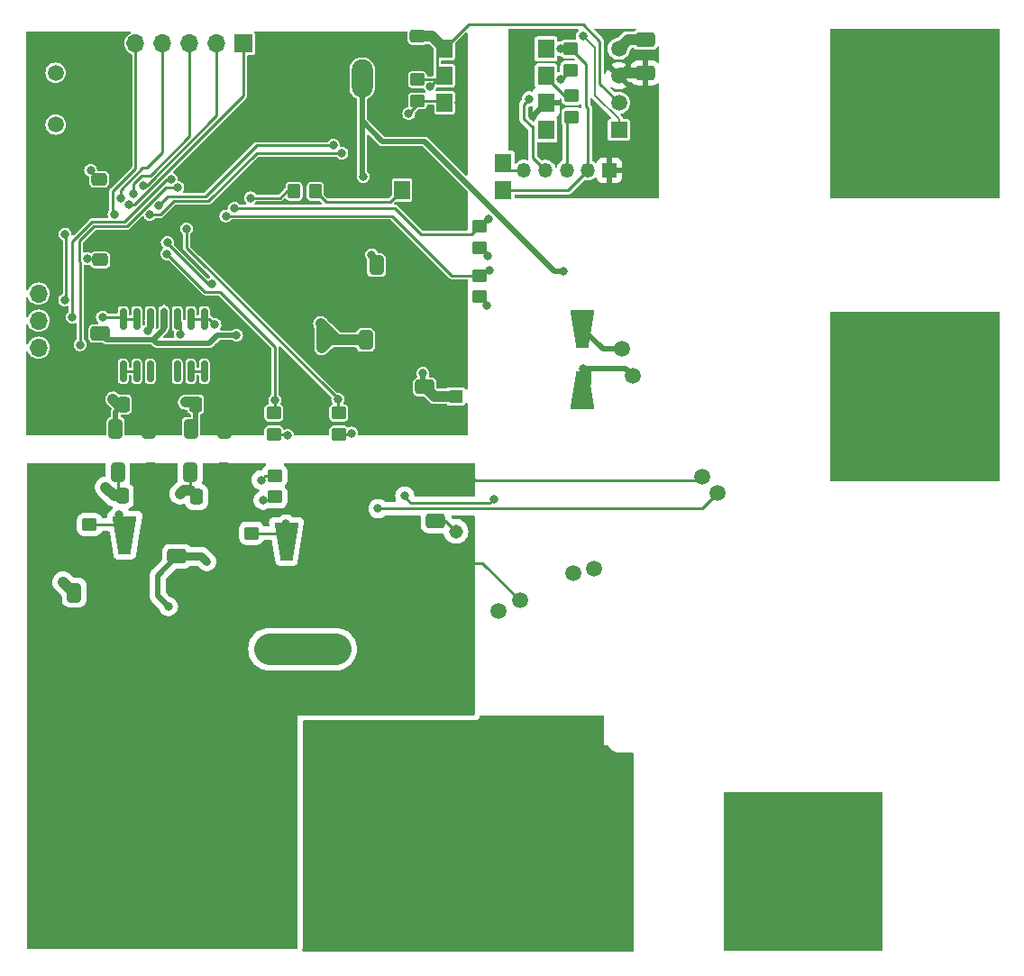
<source format=gbr>
%TF.GenerationSoftware,KiCad,Pcbnew,7.0.9*%
%TF.CreationDate,2024-06-05T18:47:22+05:30*%
%TF.ProjectId,BMS_Master,424d535f-4d61-4737-9465-722e6b696361,rev?*%
%TF.SameCoordinates,Original*%
%TF.FileFunction,Copper,L2,Bot*%
%TF.FilePolarity,Positive*%
%FSLAX46Y46*%
G04 Gerber Fmt 4.6, Leading zero omitted, Abs format (unit mm)*
G04 Created by KiCad (PCBNEW 7.0.9) date 2024-06-05 18:47:22*
%MOMM*%
%LPD*%
G01*
G04 APERTURE LIST*
G04 Aperture macros list*
%AMRoundRect*
0 Rectangle with rounded corners*
0 $1 Rounding radius*
0 $2 $3 $4 $5 $6 $7 $8 $9 X,Y pos of 4 corners*
0 Add a 4 corners polygon primitive as box body*
4,1,4,$2,$3,$4,$5,$6,$7,$8,$9,$2,$3,0*
0 Add four circle primitives for the rounded corners*
1,1,$1+$1,$2,$3*
1,1,$1+$1,$4,$5*
1,1,$1+$1,$6,$7*
1,1,$1+$1,$8,$9*
0 Add four rect primitives between the rounded corners*
20,1,$1+$1,$2,$3,$4,$5,0*
20,1,$1+$1,$4,$5,$6,$7,0*
20,1,$1+$1,$6,$7,$8,$9,0*
20,1,$1+$1,$8,$9,$2,$3,0*%
%AMOutline4P*
0 Free polygon, 4 corners , with rotation*
0 The origin of the aperture is its center*
0 number of corners: always 4*
0 $1 to $8 corner X, Y*
0 $9 Rotation angle, in degrees counterclockwise*
0 create outline with 4 corners*
4,1,4,$1,$2,$3,$4,$5,$6,$7,$8,$1,$2,$9*%
G04 Aperture macros list end*
%TA.AperFunction,ComponentPad*%
%ADD10R,1.498600X1.498600*%
%TD*%
%TA.AperFunction,ComponentPad*%
%ADD11C,1.498600*%
%TD*%
%TA.AperFunction,ComponentPad*%
%ADD12RoundRect,0.250000X-0.750000X-1.550000X0.750000X-1.550000X0.750000X1.550000X-0.750000X1.550000X0*%
%TD*%
%TA.AperFunction,ComponentPad*%
%ADD13O,2.000000X3.600000*%
%TD*%
%TA.AperFunction,ComponentPad*%
%ADD14R,1.700000X1.700000*%
%TD*%
%TA.AperFunction,ComponentPad*%
%ADD15O,1.700000X1.700000*%
%TD*%
%TA.AperFunction,ComponentPad*%
%ADD16C,16.800000*%
%TD*%
%TA.AperFunction,ComponentPad*%
%ADD17C,1.500000*%
%TD*%
%TA.AperFunction,ComponentPad*%
%ADD18R,15.000000X15.000000*%
%TD*%
%TA.AperFunction,ComponentPad*%
%ADD19C,1.308000*%
%TD*%
%TA.AperFunction,ComponentPad*%
%ADD20R,1.308000X1.308000*%
%TD*%
%TA.AperFunction,ComponentPad*%
%ADD21R,1.350000X1.350000*%
%TD*%
%TA.AperFunction,ComponentPad*%
%ADD22O,1.350000X1.350000*%
%TD*%
%TA.AperFunction,ComponentPad*%
%ADD23R,16.000000X16.000000*%
%TD*%
%TA.AperFunction,SMDPad,CuDef*%
%ADD24RoundRect,0.250000X-0.650000X0.412500X-0.650000X-0.412500X0.650000X-0.412500X0.650000X0.412500X0*%
%TD*%
%TA.AperFunction,SMDPad,CuDef*%
%ADD25R,1.500000X1.780000*%
%TD*%
%TA.AperFunction,SMDPad,CuDef*%
%ADD26RoundRect,0.249999X-0.450001X-1.425001X0.450001X-1.425001X0.450001X1.425001X-0.450001X1.425001X0*%
%TD*%
%TA.AperFunction,SMDPad,CuDef*%
%ADD27RoundRect,0.250000X-0.412500X-0.650000X0.412500X-0.650000X0.412500X0.650000X-0.412500X0.650000X0*%
%TD*%
%TA.AperFunction,SMDPad,CuDef*%
%ADD28RoundRect,0.250000X0.450000X-0.350000X0.450000X0.350000X-0.450000X0.350000X-0.450000X-0.350000X0*%
%TD*%
%TA.AperFunction,SMDPad,CuDef*%
%ADD29RoundRect,0.250000X-0.450000X0.350000X-0.450000X-0.350000X0.450000X-0.350000X0.450000X0.350000X0*%
%TD*%
%TA.AperFunction,SMDPad,CuDef*%
%ADD30RoundRect,0.250000X-0.475000X0.337500X-0.475000X-0.337500X0.475000X-0.337500X0.475000X0.337500X0*%
%TD*%
%TA.AperFunction,SMDPad,CuDef*%
%ADD31RoundRect,0.150000X-0.150000X0.825000X-0.150000X-0.825000X0.150000X-0.825000X0.150000X0.825000X0*%
%TD*%
%TA.AperFunction,SMDPad,CuDef*%
%ADD32R,1.520000X1.780000*%
%TD*%
%TA.AperFunction,SMDPad,CuDef*%
%ADD33R,1.520000X1.750000*%
%TD*%
%TA.AperFunction,SMDPad,CuDef*%
%ADD34Outline4P,-1.800000X-1.150000X1.800000X-0.550000X1.800000X0.550000X-1.800000X1.150000X270.000000*%
%TD*%
%TA.AperFunction,SMDPad,CuDef*%
%ADD35Outline4P,-1.800000X-1.150000X1.800000X-0.550000X1.800000X0.550000X-1.800000X1.150000X90.000000*%
%TD*%
%TA.AperFunction,SMDPad,CuDef*%
%ADD36RoundRect,0.250000X0.350000X0.450000X-0.350000X0.450000X-0.350000X-0.450000X0.350000X-0.450000X0*%
%TD*%
%TA.AperFunction,SMDPad,CuDef*%
%ADD37RoundRect,0.250000X0.475000X-0.337500X0.475000X0.337500X-0.475000X0.337500X-0.475000X-0.337500X0*%
%TD*%
%TA.AperFunction,SMDPad,CuDef*%
%ADD38RoundRect,0.250000X0.650000X-0.412500X0.650000X0.412500X-0.650000X0.412500X-0.650000X-0.412500X0*%
%TD*%
%TA.AperFunction,SMDPad,CuDef*%
%ADD39RoundRect,0.250000X0.337500X0.475000X-0.337500X0.475000X-0.337500X-0.475000X0.337500X-0.475000X0*%
%TD*%
%TA.AperFunction,SMDPad,CuDef*%
%ADD40RoundRect,0.250000X0.412500X0.650000X-0.412500X0.650000X-0.412500X-0.650000X0.412500X-0.650000X0*%
%TD*%
%TA.AperFunction,ViaPad*%
%ADD41C,0.800000*%
%TD*%
%TA.AperFunction,Conductor*%
%ADD42C,0.250000*%
%TD*%
%TA.AperFunction,Conductor*%
%ADD43C,0.200000*%
%TD*%
%TA.AperFunction,Conductor*%
%ADD44C,1.000000*%
%TD*%
%TA.AperFunction,Conductor*%
%ADD45C,0.500000*%
%TD*%
%TA.AperFunction,Conductor*%
%ADD46C,0.750000*%
%TD*%
%TA.AperFunction,Conductor*%
%ADD47C,3.000000*%
%TD*%
G04 APERTURE END LIST*
D10*
%TO.P,U15,1,GND*%
%TO.N,LV-*%
X244208200Y-67810000D03*
D11*
%TO.P,U15,2,VIN*%
%TO.N,+5VD*%
X244208200Y-65270000D03*
%TO.P,U15,3,0V*%
%TO.N,GND1*%
X244208200Y-62730000D03*
%TO.P,U15,4,+VO*%
%TO.N,Net-(J4-Pin_2)*%
X244208200Y-60190000D03*
%TD*%
D12*
%TO.P,J1,1,Pin_1*%
%TO.N,LV-*%
X215100000Y-63000000D03*
D13*
%TO.P,J1,2,Pin_2*%
%TO.N,LV+*%
X220100000Y-63000000D03*
%TD*%
D14*
%TO.P,J2,1,Pin_1*%
%TO.N,LV-*%
X189700000Y-90820000D03*
D15*
%TO.P,J2,2,Pin_2*%
%TO.N,SWDIO*%
X189700000Y-88280000D03*
%TO.P,J2,3,Pin_3*%
%TO.N,SWCLK*%
X189700000Y-85740000D03*
%TO.P,J2,4,Pin_4*%
%TO.N,+3.3V*%
X189700000Y-83200000D03*
%TD*%
D16*
%TO.P,H1,1,1*%
%TO.N,-BATT*%
X200000000Y-134000000D03*
%TD*%
D17*
%TO.P,K1,1,Coil1*%
%TO.N,Net-(D4-A)*%
X239900000Y-109500000D03*
%TO.P,K1,2,Coil2*%
%TO.N,LV+*%
X241900000Y-109000000D03*
%TO.P,K1,3,ContactA1*%
%TO.N,Net-(K1-ContactA1)*%
X232900000Y-113000000D03*
%TO.P,K1,4,ContactA2*%
%TO.N,-BATT*%
X234900000Y-112000000D03*
D18*
%TO.P,K1,5,ContactMain1*%
%TO.N,Net-(K1-ContactMain1)*%
X234900000Y-137500000D03*
%TO.P,K1,6,ContactMain2*%
%TO.N,unconnected-(K1-ContactMain2-Pad6)*%
X261500000Y-137500000D03*
%TD*%
D19*
%TO.P,IC1,GNDA,GNDA*%
%TO.N,LV-*%
X228910000Y-95380000D03*
%TO.P,IC1,GNDB,GNDB*%
%TO.N,-BATT*%
X228910000Y-100460000D03*
D20*
%TO.P,IC1,VIN,VIN*%
%TO.N,VD*%
X228910000Y-92840000D03*
D19*
%TO.P,IC1,VOUT,VOUT*%
%TO.N,+12V*%
X228910000Y-105540000D03*
%TD*%
D17*
%TO.P,Y1,1,1*%
%TO.N,Net-(C30-Pad1)*%
X191300000Y-62450000D03*
%TO.P,Y1,2,2*%
%TO.N,Net-(U13-PF0)*%
X191300000Y-67330000D03*
%TD*%
D21*
%TO.P,J4,1,Pin_1*%
%TO.N,GND1*%
X243300000Y-71600000D03*
D22*
%TO.P,J4,2,Pin_2*%
%TO.N,Net-(J4-Pin_2)*%
X241300000Y-71600000D03*
%TO.P,J4,3,Pin_3*%
%TO.N,Net-(J4-Pin_3)*%
X239300000Y-71600000D03*
%TO.P,J4,4,Pin_4*%
%TO.N,Net-(J4-Pin_4)*%
X237300000Y-71600000D03*
%TO.P,J4,5,Pin_5*%
%TO.N,Net-(J4-Pin_5)*%
X235300000Y-71600000D03*
%TD*%
D17*
%TO.P,K2,1,Coil1*%
%TO.N,Net-(D3-A)*%
X245500000Y-90900000D03*
%TO.P,K2,2,Coil2*%
%TO.N,LV+*%
X244500000Y-88400000D03*
%TO.P,K2,3,ContactA1*%
%TO.N,Net-(K2-ContactA1)*%
X253500000Y-101900000D03*
%TO.P,K2,4,ContactA2*%
%TO.N,-BATT*%
X252000000Y-100400000D03*
D23*
%TO.P,K2,5,ContactMain1*%
%TO.N,unconnected-(K2-ContactMain1-Pad5)*%
X272000000Y-92900000D03*
%TO.P,K2,6,ContactMain2*%
%TO.N,unconnected-(K2-ContactMain2-Pad6)*%
X272000000Y-66300000D03*
%TD*%
D14*
%TO.P,J3,1,Pin_1*%
%TO.N,SCK*%
X208980000Y-59700000D03*
D15*
%TO.P,J3,2,Pin_2*%
%TO.N,MOSI*%
X206440000Y-59700000D03*
%TO.P,J3,3,Pin_3*%
%TO.N,MISO*%
X203900000Y-59700000D03*
%TO.P,J3,4,Pin_4*%
%TO.N,NSS*%
X201360000Y-59700000D03*
%TO.P,J3,5,Pin_5*%
%TO.N,CTRL*%
X198820000Y-59700000D03*
%TO.P,J3,6,Pin_6*%
%TO.N,LV-*%
X196280000Y-59700000D03*
%TD*%
D24*
%TO.P,C20,1*%
%TO.N,VD*%
X195500000Y-86937500D03*
%TO.P,C20,2*%
%TO.N,LV-*%
X195500000Y-90062500D03*
%TD*%
D25*
%TO.P,U16,1*%
%TO.N,Net-(R37-Pad1)*%
X223835000Y-73470000D03*
%TO.P,U16,2*%
%TO.N,LV-*%
X223835000Y-70930000D03*
%TO.P,U16,3*%
%TO.N,Net-(J4-Pin_5)*%
X233365000Y-70930000D03*
%TO.P,U16,4*%
%TO.N,Net-(J4-Pin_2)*%
X233365000Y-73470000D03*
%TD*%
D26*
%TO.P,R3,1*%
%TO.N,-BATT*%
X211350000Y-133800000D03*
%TO.P,R3,2*%
%TO.N,Net-(K1-ContactMain1)*%
X217450000Y-133800000D03*
%TD*%
D27*
%TO.P,C16,1*%
%TO.N,+5VD*%
X196937500Y-95900000D03*
%TO.P,C16,2*%
%TO.N,LV-*%
X200062500Y-95900000D03*
%TD*%
D26*
%TO.P,R4,1*%
%TO.N,-BATT*%
X211350000Y-129740000D03*
%TO.P,R4,2*%
%TO.N,Net-(K1-ContactMain1)*%
X217450000Y-129740000D03*
%TD*%
D28*
%TO.P,R28,1*%
%TO.N,+5VD*%
X217900000Y-96400000D03*
%TO.P,R28,2*%
%TO.N,PB3*%
X217900000Y-94400000D03*
%TD*%
D26*
%TO.P,R1,1*%
%TO.N,-BATT*%
X211350000Y-141800000D03*
%TO.P,R1,2*%
%TO.N,Net-(K1-ContactMain1)*%
X217450000Y-141800000D03*
%TD*%
D27*
%TO.P,C12,1*%
%TO.N,+5V*%
X197137500Y-100000000D03*
%TO.P,C12,2*%
%TO.N,-BATT*%
X200262500Y-100000000D03*
%TD*%
D28*
%TO.P,R34,1*%
%TO.N,RX*%
X225300000Y-65100000D03*
%TO.P,R34,2*%
%TO.N,+5VD*%
X225300000Y-63100000D03*
%TD*%
D29*
%TO.P,R25,1*%
%TO.N,A1*%
X194500000Y-104900000D03*
%TO.P,R25,2*%
%TO.N,-BATT*%
X194500000Y-106900000D03*
%TD*%
D28*
%TO.P,R35,1*%
%TO.N,Net-(J4-Pin_3)*%
X239800000Y-66600000D03*
%TO.P,R35,2*%
%TO.N,Net-(U14-A)*%
X239800000Y-64600000D03*
%TD*%
D26*
%TO.P,R2,1*%
%TO.N,-BATT*%
X211350000Y-137800000D03*
%TO.P,R2,2*%
%TO.N,Net-(K1-ContactMain1)*%
X217450000Y-137800000D03*
%TD*%
D30*
%TO.P,C25,1*%
%TO.N,LV-*%
X195500000Y-77962500D03*
%TO.P,C25,2*%
%TO.N,+3.3V*%
X195500000Y-80037500D03*
%TD*%
D31*
%TO.P,U11,1*%
%TO.N,PA0*%
X197650000Y-85550000D03*
%TO.P,U11,2,-*%
X198920000Y-85550000D03*
%TO.P,U11,3,+*%
%TO.N,Net-(U11A-+)*%
X200190000Y-85550000D03*
%TO.P,U11,4,V+*%
%TO.N,VD*%
X201460000Y-85550000D03*
%TO.P,U11,5,+*%
%TO.N,Net-(U11B-+)*%
X202730000Y-85550000D03*
%TO.P,U11,6,-*%
%TO.N,PB1*%
X204000000Y-85550000D03*
%TO.P,U11,7*%
X205270000Y-85550000D03*
%TO.P,U11,8*%
%TO.N,Net-(U11C--)*%
X205270000Y-90500000D03*
%TO.P,U11,9,-*%
X204000000Y-90500000D03*
%TO.P,U11,10,+*%
%TO.N,unconnected-(U11C-+-Pad10)*%
X202730000Y-90500000D03*
%TO.P,U11,11,V-*%
%TO.N,LV-*%
X201460000Y-90500000D03*
%TO.P,U11,12,+*%
%TO.N,unconnected-(U11D-+-Pad12)*%
X200190000Y-90500000D03*
%TO.P,U11,13,-*%
%TO.N,Net-(U11D--)*%
X198920000Y-90500000D03*
%TO.P,U11,14*%
X197650000Y-90500000D03*
%TD*%
D32*
%TO.P,U14,1,NC*%
%TO.N,unconnected-(U14-NC-Pad1)*%
X237360000Y-60190000D03*
D33*
%TO.P,U14,2,A*%
%TO.N,Net-(U14-A)*%
X237360000Y-62730000D03*
D32*
%TO.P,U14,3,C*%
%TO.N,GND1*%
X237360000Y-65270000D03*
%TO.P,U14,4*%
%TO.N,N/C*%
X237360000Y-67810000D03*
%TO.P,U14,5,GND*%
%TO.N,LV-*%
X227840000Y-67810000D03*
%TO.P,U14,6,VO*%
%TO.N,RX*%
X227840000Y-65270000D03*
%TO.P,U14,7,EN*%
%TO.N,+5VD*%
X227840000Y-62730000D03*
%TO.P,U14,8,VCC*%
X227840000Y-60190000D03*
%TD*%
D34*
%TO.P,D2,1,K*%
%TO.N,A1*%
X197800000Y-105900000D03*
D35*
%TO.P,D2,2,A*%
%TO.N,-BATT*%
X197800000Y-111700000D03*
%TD*%
D36*
%TO.P,R37,1*%
%TO.N,Net-(R37-Pad1)*%
X215700000Y-73600000D03*
%TO.P,R37,2*%
%TO.N,PA8*%
X213700000Y-73600000D03*
%TD*%
D24*
%TO.P,C1,1*%
%TO.N,VD*%
X226000000Y-91977500D03*
%TO.P,C1,2*%
%TO.N,LV-*%
X226000000Y-95102500D03*
%TD*%
D29*
%TO.P,R26,1*%
%TO.N,A0*%
X209700000Y-105700000D03*
%TO.P,R26,2*%
%TO.N,-BATT*%
X209700000Y-107700000D03*
%TD*%
D37*
%TO.P,C33,1*%
%TO.N,LV-*%
X225300000Y-61100000D03*
%TO.P,C33,2*%
%TO.N,+5VD*%
X225300000Y-59025000D03*
%TD*%
D27*
%TO.P,C3,1*%
%TO.N,+5VD*%
X220437500Y-87540000D03*
%TO.P,C3,2*%
%TO.N,LV-*%
X223562500Y-87540000D03*
%TD*%
D38*
%TO.P,C2,1*%
%TO.N,+12V*%
X227000000Y-104540000D03*
%TO.P,C2,2*%
%TO.N,-BATT*%
X227000000Y-101415000D03*
%TD*%
D24*
%TO.P,C11,1*%
%TO.N,+12V*%
X202700000Y-107875000D03*
%TO.P,C11,2*%
%TO.N,-BATT*%
X202700000Y-111000000D03*
%TD*%
D29*
%TO.P,R30,1*%
%TO.N,PC9*%
X231100000Y-76900000D03*
%TO.P,R30,2*%
%TO.N,LV-*%
X231100000Y-78900000D03*
%TD*%
D39*
%TO.P,C13,1*%
%TO.N,-BATT*%
X199637500Y-102200000D03*
%TO.P,C13,2*%
%TO.N,+5V*%
X197562500Y-102200000D03*
%TD*%
D40*
%TO.P,C7,1*%
%TO.N,+5V*%
X193062500Y-111300000D03*
%TO.P,C7,2*%
%TO.N,-BATT*%
X189937500Y-111300000D03*
%TD*%
D28*
%TO.P,R27,1*%
%TO.N,+5VD*%
X211800000Y-96400000D03*
%TO.P,R27,2*%
%TO.N,PB2*%
X211800000Y-94400000D03*
%TD*%
D29*
%TO.P,R31,1*%
%TO.N,PC8*%
X231100000Y-81500000D03*
%TO.P,R31,2*%
%TO.N,LV-*%
X231100000Y-83500000D03*
%TD*%
D39*
%TO.P,C19,1*%
%TO.N,LV-*%
X199737500Y-93600000D03*
%TO.P,C19,2*%
%TO.N,+5VD*%
X197662500Y-93600000D03*
%TD*%
%TO.P,C18,1*%
%TO.N,LV-*%
X206537500Y-93600000D03*
%TO.P,C18,2*%
%TO.N,+5VD*%
X204462500Y-93600000D03*
%TD*%
D27*
%TO.P,C17,1*%
%TO.N,+5VD*%
X204037500Y-95900000D03*
%TO.P,C17,2*%
%TO.N,LV-*%
X207162500Y-95900000D03*
%TD*%
D39*
%TO.P,C10,1*%
%TO.N,-BATT*%
X206637500Y-102300000D03*
%TO.P,C10,2*%
%TO.N,+5V*%
X204562500Y-102300000D03*
%TD*%
D37*
%TO.P,C28,1*%
%TO.N,LV-*%
X195400000Y-74537500D03*
%TO.P,C28,2*%
%TO.N,+3.3V*%
X195400000Y-72462500D03*
%TD*%
D27*
%TO.P,C9,1*%
%TO.N,+5V*%
X203937500Y-100000000D03*
%TO.P,C9,2*%
%TO.N,-BATT*%
X207062500Y-100000000D03*
%TD*%
D28*
%TO.P,R32,1*%
%TO.N,Net-(J4-Pin_4)*%
X239700000Y-62200000D03*
%TO.P,R32,2*%
%TO.N,Net-(J4-Pin_2)*%
X239700000Y-60200000D03*
%TD*%
%TO.P,R20,1*%
%TO.N,Net-(R20-Pad1)*%
X211900000Y-102300000D03*
%TO.P,R20,2*%
%TO.N,+12V*%
X211900000Y-100300000D03*
%TD*%
D34*
%TO.P,D3,1,K*%
%TO.N,LV+*%
X240800000Y-86500000D03*
D35*
%TO.P,D3,2,A*%
%TO.N,Net-(D3-A)*%
X240800000Y-92300000D03*
%TD*%
D34*
%TO.P,D1,1,K*%
%TO.N,A0*%
X213000000Y-106500000D03*
D35*
%TO.P,D1,2,A*%
%TO.N,-BATT*%
X213000000Y-112300000D03*
%TD*%
D27*
%TO.P,C4,1*%
%TO.N,VD*%
X221437500Y-80540000D03*
%TO.P,C4,2*%
%TO.N,LV-*%
X224562500Y-80540000D03*
%TD*%
D26*
%TO.P,R5,1*%
%TO.N,-BATT*%
X211350000Y-125800000D03*
%TO.P,R5,2*%
%TO.N,Net-(K1-ContactMain1)*%
X217450000Y-125800000D03*
%TD*%
D24*
%TO.P,C35,1*%
%TO.N,Net-(J4-Pin_2)*%
X246700000Y-59337500D03*
%TO.P,C35,2*%
%TO.N,GND1*%
X246700000Y-62462500D03*
%TD*%
D41*
%TO.N,-BATT*%
X208000000Y-102000000D03*
X213000000Y-141000000D03*
X213000000Y-140000000D03*
X216700000Y-112700000D03*
X213000000Y-128000000D03*
X213000000Y-144000000D03*
X213000000Y-131000000D03*
X213000000Y-138000000D03*
X189800000Y-109900000D03*
X213000000Y-130000000D03*
X213000000Y-134000000D03*
X213000000Y-126000000D03*
X213000000Y-127000000D03*
X213000000Y-139000000D03*
X213000000Y-133000000D03*
X213000000Y-125000000D03*
X213000000Y-124000000D03*
X213000000Y-137000000D03*
X213000000Y-142000000D03*
X213000000Y-143000000D03*
X209205000Y-112125000D03*
X213000000Y-135000000D03*
X213000000Y-136000000D03*
X213000000Y-132000000D03*
X201000000Y-101200000D03*
X213000000Y-129000000D03*
%TO.N,Net-(K1-ContactMain1)*%
X216000000Y-125000000D03*
X216000000Y-132000000D03*
X216000000Y-126000000D03*
X216000000Y-134000000D03*
X216000000Y-129000000D03*
X216000000Y-133000000D03*
X216000000Y-140000000D03*
X216000000Y-141000000D03*
X216000000Y-124000000D03*
X216000000Y-136000000D03*
X216000000Y-142000000D03*
X216000000Y-144000000D03*
X216000000Y-135000000D03*
X216000000Y-143000000D03*
X216000000Y-130000000D03*
X216000000Y-137000000D03*
X216000000Y-139000000D03*
X216000000Y-138000000D03*
X216000000Y-131000000D03*
X216000000Y-128000000D03*
X216000000Y-127000000D03*
%TO.N,LV-*%
X195199500Y-78532399D03*
X197500000Y-64200000D03*
X203200000Y-83100000D03*
X228000000Y-82540000D03*
X228000000Y-76540000D03*
X226000000Y-82540000D03*
X220500000Y-95200000D03*
X201400000Y-88900000D03*
X214700000Y-95200000D03*
X208000000Y-73200000D03*
X198000000Y-68000000D03*
X228000000Y-74540000D03*
X227000000Y-83540000D03*
X228000000Y-84540000D03*
X231900000Y-79700000D03*
X207500000Y-93200000D03*
X226000000Y-74540000D03*
X229199502Y-65300000D03*
X212100000Y-80600000D03*
X226000000Y-84540000D03*
X197175500Y-83778449D03*
X206600000Y-88200000D03*
X226000000Y-76540000D03*
X196100000Y-89000000D03*
X189500000Y-77900000D03*
X227000000Y-75540000D03*
X240887701Y-59012299D03*
X200700000Y-93100000D03*
X203799503Y-73200000D03*
X231800000Y-84300000D03*
X199900000Y-82900000D03*
%TO.N,LV+*%
X238975438Y-81074062D03*
X220200000Y-72200000D03*
%TO.N,+12V*%
X210600000Y-100700000D03*
X217600000Y-116600000D03*
X201900000Y-112600000D03*
X205500000Y-108375500D03*
X211400000Y-116600000D03*
%TO.N,Net-(K2-ContactA1)*%
X221600000Y-103400000D03*
%TO.N,Net-(K1-ContactA1)*%
X224100000Y-102200000D03*
X232500000Y-102500000D03*
%TO.N,Net-(R20-Pad1)*%
X210800000Y-102600000D03*
%TO.N,+5V*%
X192000000Y-110300000D03*
X196000000Y-101400000D03*
X203000000Y-102000000D03*
%TO.N,A0*%
X212951634Y-104844575D03*
%TO.N,A1*%
X197300000Y-104000000D03*
%TO.N,+5VD*%
X216300000Y-88300000D03*
X219000000Y-87540000D03*
X213100000Y-96500000D03*
X216200000Y-86000000D03*
X219100000Y-96300000D03*
X203500000Y-93400000D03*
X196700000Y-93100000D03*
X226480498Y-63724500D03*
%TO.N,VD*%
X208300000Y-87100000D03*
X221000000Y-79540000D03*
X225800000Y-90700000D03*
%TO.N,Net-(U11A-+)*%
X200000000Y-86650500D03*
%TO.N,Net-(U11B-+)*%
X203000000Y-87000000D03*
%TO.N,+3.3V*%
X194600000Y-71600000D03*
X194300000Y-79900000D03*
%TO.N,SWDIO*%
X202800000Y-73200000D03*
X193600000Y-88000000D03*
%TO.N,SWCLK*%
X192875500Y-85400000D03*
X202160134Y-72432162D03*
%TO.N,PB1*%
X201800000Y-78400000D03*
X206000000Y-82300000D03*
X206269788Y-86100500D03*
%TO.N,PA0*%
X192200000Y-77600000D03*
X195700000Y-85400000D03*
X192151000Y-83800000D03*
%TO.N,PB2*%
X201765014Y-79455574D03*
X211900000Y-93200000D03*
%TO.N,PB3*%
X203600000Y-77100000D03*
X217800000Y-93100000D03*
%TO.N,CTRL*%
X196800000Y-75725500D03*
%TO.N,NSS*%
X197419786Y-74200000D03*
%TO.N,SCK*%
X198198335Y-74827979D03*
%TO.N,MISO*%
X198637185Y-73799041D03*
%TO.N,MOSI*%
X199514286Y-73024720D03*
%TO.N,TX*%
X200162299Y-75762299D03*
X218200000Y-70000000D03*
%TO.N,RX*%
X200949777Y-74949777D03*
X224475500Y-66287701D03*
X217400000Y-69275500D03*
%TO.N,Net-(D3-A)*%
X240900000Y-90250000D03*
%TO.N,PC8*%
X232100000Y-81000000D03*
X207300000Y-75900000D03*
%TO.N,PC9*%
X232000000Y-76200000D03*
X208131637Y-75175500D03*
%TO.N,GND1*%
X234800000Y-62800000D03*
X235000000Y-68000000D03*
X236107512Y-66578156D03*
%TO.N,Net-(J4-Pin_2)*%
X238719502Y-60200000D03*
%TO.N,Net-(J4-Pin_4)*%
X235800000Y-64900000D03*
X238719502Y-63100000D03*
%TO.N,PA8*%
X209600000Y-74200000D03*
%TD*%
D42*
%TO.N,-BATT*%
X251700000Y-100700000D02*
X230700000Y-100700000D01*
X252000000Y-100400000D02*
X251700000Y-100700000D01*
X227000000Y-101415000D02*
X227955000Y-101415000D01*
X200262500Y-101575000D02*
X199637500Y-102200000D01*
X234900000Y-112000000D02*
X231400000Y-108500000D01*
X230700000Y-100700000D02*
X229700000Y-99700000D01*
X231400000Y-108500000D02*
X230100000Y-108500000D01*
X207062500Y-101875000D02*
X206637500Y-102300000D01*
X227955000Y-101415000D02*
X228910000Y-100460000D01*
X200262500Y-100000000D02*
X200262500Y-101575000D01*
X207062500Y-100000000D02*
X207062500Y-101875000D01*
D43*
%TO.N,LV-*%
X231800000Y-84300000D02*
X231800000Y-84200000D01*
D42*
X206537500Y-95275000D02*
X207162500Y-95900000D01*
D44*
X207500000Y-93200000D02*
X206937500Y-93200000D01*
D43*
X241975000Y-64575000D02*
X244208200Y-66808200D01*
X231100000Y-78900000D02*
X231900000Y-79700000D01*
X200062500Y-93925000D02*
X199737500Y-93600000D01*
D45*
X200062500Y-95900000D02*
X200062500Y-93925000D01*
D43*
X240887701Y-59012299D02*
X241975000Y-60099598D01*
X244208200Y-66808200D02*
X244208200Y-67810000D01*
D45*
X206537500Y-93600000D02*
X206537500Y-95275000D01*
D44*
X200200000Y-93600000D02*
X200700000Y-93100000D01*
D43*
X241975000Y-60099598D02*
X241975000Y-64575000D01*
D44*
X206937500Y-93200000D02*
X206537500Y-93600000D01*
D43*
X231800000Y-84200000D02*
X231100000Y-83500000D01*
D44*
X199737500Y-93600000D02*
X200200000Y-93600000D01*
D45*
%TO.N,LV+*%
X244500000Y-88400000D02*
X242700000Y-88400000D01*
X220100000Y-63000000D02*
X220100000Y-67000000D01*
D43*
X220100000Y-72100000D02*
X220200000Y-72200000D01*
D45*
X238975438Y-81074062D02*
X238174062Y-81074062D01*
X226000000Y-68900000D02*
X222000000Y-68900000D01*
X220100000Y-67000000D02*
X220100000Y-68800000D01*
X238174062Y-81074062D02*
X226000000Y-68900000D01*
X242700000Y-88400000D02*
X240800000Y-86500000D01*
X220100000Y-71500000D02*
X220100000Y-68800000D01*
X222000000Y-68900000D02*
X220100000Y-67000000D01*
X220100000Y-68800000D02*
X220100000Y-72100000D01*
D42*
%TO.N,+12V*%
X211900000Y-100300000D02*
X211000000Y-100300000D01*
D45*
X200900000Y-111600000D02*
X201900000Y-112600000D01*
D46*
X204999500Y-107875000D02*
X202700000Y-107875000D01*
D45*
X200900000Y-109675000D02*
X200900000Y-111600000D01*
D46*
X205500000Y-108375500D02*
X204999500Y-107875000D01*
D45*
X202700000Y-107875000D02*
X200900000Y-109675000D01*
D47*
X211400000Y-116600000D02*
X217600000Y-116600000D01*
D42*
X211000000Y-100300000D02*
X210600000Y-100700000D01*
X227000000Y-104540000D02*
X227910000Y-104540000D01*
X227910000Y-104540000D02*
X228910000Y-105540000D01*
%TO.N,Net-(K2-ContactA1)*%
X221600000Y-103400000D02*
X252000000Y-103400000D01*
X252000000Y-103400000D02*
X253500000Y-101900000D01*
%TO.N,Net-(K1-ContactA1)*%
X224152500Y-102402500D02*
X224650000Y-102900000D01*
X224152500Y-102252500D02*
X224152500Y-102402500D01*
X224100000Y-102200000D02*
X224152500Y-102252500D01*
X224650000Y-102900000D02*
X232100000Y-102900000D01*
X232100000Y-102900000D02*
X232500000Y-102500000D01*
%TO.N,Net-(R20-Pad1)*%
X210800000Y-102600000D02*
X211600000Y-102600000D01*
X211600000Y-102600000D02*
X211900000Y-102300000D01*
%TO.N,+5V*%
X197137500Y-101775000D02*
X197562500Y-102200000D01*
X203937500Y-100000000D02*
X203937500Y-101675000D01*
X203937500Y-101675000D02*
X204562500Y-102300000D01*
D44*
X203937500Y-101675000D02*
X203325000Y-101675000D01*
X193000000Y-111300000D02*
X192000000Y-110300000D01*
X196800000Y-102200000D02*
X196000000Y-101400000D01*
D42*
X197137500Y-100000000D02*
X197137500Y-101775000D01*
D44*
X203325000Y-101675000D02*
X203000000Y-102000000D01*
X197562500Y-102200000D02*
X196800000Y-102200000D01*
D42*
%TO.N,A0*%
X212200000Y-105700000D02*
X213000000Y-106500000D01*
X209700000Y-105700000D02*
X212200000Y-105700000D01*
%TO.N,A1*%
X197300000Y-104000000D02*
X197300000Y-105400000D01*
X196800000Y-104900000D02*
X197800000Y-105900000D01*
X197300000Y-105400000D02*
X197800000Y-105900000D01*
X194500000Y-104900000D02*
X196800000Y-104900000D01*
%TO.N,+5VD*%
X217900000Y-96400000D02*
X219000000Y-96400000D01*
X225300000Y-63100000D02*
X225300000Y-62700000D01*
D44*
X197662500Y-93600000D02*
X197200000Y-93600000D01*
X216300000Y-88300000D02*
X216300000Y-86100000D01*
D42*
X227474998Y-62730000D02*
X226480498Y-63724500D01*
X211800000Y-96400000D02*
X213000000Y-96400000D01*
X227840000Y-60190000D02*
X227810000Y-60190000D01*
D45*
X196937500Y-95900000D02*
X196937500Y-94325000D01*
D44*
X226675000Y-59025000D02*
X227840000Y-60190000D01*
X203500000Y-93400000D02*
X204262500Y-93400000D01*
D42*
X204462500Y-95475000D02*
X204037500Y-95900000D01*
D45*
X196937500Y-94325000D02*
X197662500Y-93600000D01*
D44*
X217740000Y-87540000D02*
X216700000Y-86500000D01*
D42*
X213000000Y-96400000D02*
X213100000Y-96500000D01*
D45*
X204462500Y-93600000D02*
X204462500Y-95475000D01*
D42*
X225300000Y-63100000D02*
X227470000Y-63100000D01*
X227840000Y-60190000D02*
X230105000Y-57925000D01*
D44*
X216300000Y-88300000D02*
X216700000Y-87900000D01*
D42*
X230105000Y-57925000D02*
X240825000Y-57925000D01*
X227140000Y-60290000D02*
X227140000Y-62830000D01*
D44*
X219000000Y-87540000D02*
X220437500Y-87540000D01*
X219000000Y-87540000D02*
X217740000Y-87540000D01*
D42*
X227840000Y-62730000D02*
X227474998Y-62730000D01*
X227470000Y-63100000D02*
X227840000Y-62730000D01*
X240825000Y-57925000D02*
X242400000Y-59500000D01*
X242400000Y-59500000D02*
X242400000Y-63461800D01*
X242400000Y-63461800D02*
X244208200Y-65270000D01*
D44*
X216300000Y-86100000D02*
X216200000Y-86000000D01*
X197200000Y-93600000D02*
X196700000Y-93100000D01*
D42*
X204262500Y-93400000D02*
X204462500Y-93600000D01*
D44*
X217740000Y-87540000D02*
X217060000Y-87540000D01*
X217060000Y-87540000D02*
X216300000Y-88300000D01*
X216700000Y-86500000D02*
X216200000Y-86000000D01*
D42*
X219000000Y-96400000D02*
X219100000Y-96300000D01*
D44*
X225300000Y-59025000D02*
X226675000Y-59025000D01*
X216700000Y-87900000D02*
X216700000Y-86500000D01*
D45*
%TO.N,VD*%
X206497918Y-87100000D02*
X208300000Y-87100000D01*
D42*
X201460000Y-85550000D02*
X201460000Y-84575001D01*
X221437500Y-79977500D02*
X221000000Y-79540000D01*
D45*
X196062500Y-87500000D02*
X200484999Y-87500000D01*
D44*
X228910000Y-92840000D02*
X226862500Y-92840000D01*
D45*
X200484999Y-87500000D02*
X201460000Y-86524999D01*
X225800000Y-91777500D02*
X226000000Y-91977500D01*
X200834999Y-87850000D02*
X205747918Y-87850000D01*
D42*
X221437500Y-80540000D02*
X221437500Y-79977500D01*
D45*
X205747918Y-87850000D02*
X206497918Y-87100000D01*
D44*
X226862500Y-92840000D02*
X226000000Y-91977500D01*
D45*
X195500000Y-86937500D02*
X196062500Y-87500000D01*
X201460000Y-86524999D02*
X201460000Y-85550000D01*
X225800000Y-90700000D02*
X225800000Y-91777500D01*
X200484999Y-87500000D02*
X200834999Y-87850000D01*
D42*
%TO.N,Net-(U11C--)*%
X204000000Y-90500000D02*
X205270000Y-90500000D01*
%TO.N,Net-(U11D--)*%
X198920000Y-90500000D02*
X197650000Y-90500000D01*
%TO.N,Net-(U11A-+)*%
X200000000Y-85740000D02*
X200190000Y-85550000D01*
X200000000Y-86650500D02*
X200000000Y-85740000D01*
%TO.N,Net-(U11B-+)*%
X203000000Y-87000000D02*
X203000000Y-85820000D01*
X203000000Y-85820000D02*
X202730000Y-85550000D01*
%TO.N,+3.3V*%
X194600000Y-71662500D02*
X195400000Y-72462500D01*
X194600000Y-71600000D02*
X194600000Y-71662500D01*
X194300000Y-79900000D02*
X195362500Y-79900000D01*
X195362500Y-79900000D02*
X195500000Y-80037500D01*
%TO.N,SWDIO*%
X199650000Y-75224956D02*
X201674956Y-73200000D01*
X193575000Y-80200305D02*
X193575000Y-78225000D01*
X193575000Y-78225000D02*
X194900000Y-76900000D01*
X193600000Y-88000000D02*
X193600000Y-80225305D01*
X199650000Y-75250000D02*
X199650000Y-75224956D01*
X198000000Y-76900000D02*
X199650000Y-75250000D01*
X201674956Y-73200000D02*
X202800000Y-73200000D01*
X193600000Y-80225305D02*
X193575000Y-80200305D01*
X194900000Y-76900000D02*
X198000000Y-76900000D01*
X199650000Y-75250000D02*
X199800000Y-75100000D01*
%TO.N,SWCLK*%
X201767838Y-72432162D02*
X197750000Y-76450000D01*
X192875500Y-78288104D02*
X192875500Y-85400000D01*
X202160134Y-72432162D02*
X201767838Y-72432162D01*
X197750000Y-76450000D02*
X194713604Y-76450000D01*
X194713604Y-76450000D02*
X192875500Y-78288104D01*
%TO.N,PB1*%
X201800000Y-78463604D02*
X205636396Y-82300000D01*
X205719288Y-85550000D02*
X206269788Y-86100500D01*
X205636396Y-82300000D02*
X206000000Y-82300000D01*
X204000000Y-85550000D02*
X205270000Y-85550000D01*
X205270000Y-85550000D02*
X205719288Y-85550000D01*
X201800000Y-78400000D02*
X201800000Y-78463604D01*
%TO.N,PA0*%
X198920000Y-85550000D02*
X197650000Y-85550000D01*
X192300000Y-83651000D02*
X192151000Y-83800000D01*
X195700000Y-85400000D02*
X197500000Y-85400000D01*
X192200000Y-77600000D02*
X192300000Y-77700000D01*
X192300000Y-77700000D02*
X192300000Y-83651000D01*
X197500000Y-85400000D02*
X197650000Y-85550000D01*
%TO.N,PB2*%
X205334440Y-83025000D02*
X206725000Y-83025000D01*
X201765014Y-79455574D02*
X205334440Y-83025000D01*
X206725000Y-83025000D02*
X211900000Y-88200000D01*
X211900000Y-93200000D02*
X211900000Y-94300000D01*
X211900000Y-88200000D02*
X211900000Y-93200000D01*
X211900000Y-94300000D02*
X211800000Y-94400000D01*
%TO.N,PB3*%
X217800000Y-93074695D02*
X217800000Y-93100000D01*
X217800000Y-93100000D02*
X217800000Y-94300000D01*
X217800000Y-94300000D02*
X217900000Y-94400000D01*
X203600000Y-78874695D02*
X217800000Y-93074695D01*
X203600000Y-77100000D02*
X203600000Y-78874695D01*
%TO.N,CTRL*%
X196800000Y-75725500D02*
X196694786Y-75620286D01*
X198820000Y-71419999D02*
X198820000Y-59700000D01*
X198820455Y-71420454D02*
X198820000Y-71419999D01*
X196694786Y-75620286D02*
X196694786Y-73546123D01*
X196694786Y-73546123D02*
X198820455Y-71420454D01*
%TO.N,NSS*%
X201360000Y-69940000D02*
X201360000Y-59700000D01*
X199477305Y-71400000D02*
X199900000Y-71400000D01*
X199900000Y-71400000D02*
X201360000Y-69940000D01*
X197419786Y-74200000D02*
X197419786Y-73457519D01*
X197419786Y-73457519D02*
X199477305Y-71400000D01*
%TO.N,SCK*%
X198198335Y-74827979D02*
X198735625Y-74827979D01*
X208980000Y-64583604D02*
X208980000Y-59700000D01*
X198735625Y-74827979D02*
X208980000Y-64583604D01*
%TO.N,MISO*%
X200190812Y-72100000D02*
X203900000Y-68390812D01*
X199413701Y-72100000D02*
X200190812Y-72100000D01*
X198637185Y-72876516D02*
X199413701Y-72100000D01*
X198637185Y-73799041D02*
X198637185Y-72876516D01*
X203900000Y-68390812D02*
X203900000Y-59700000D01*
%TO.N,MOSI*%
X199902488Y-73024720D02*
X206440000Y-66487208D01*
X206440000Y-66487208D02*
X206440000Y-59700000D01*
X206100000Y-60040000D02*
X206440000Y-59700000D01*
X199514286Y-73024720D02*
X199902488Y-73024720D01*
%TO.N,TX*%
X200168141Y-75768141D02*
X201156718Y-75768141D01*
X202424859Y-74500000D02*
X205674695Y-74500000D01*
X200162299Y-75762299D02*
X200168141Y-75768141D01*
X201156718Y-75768141D02*
X202424859Y-74500000D01*
X210174695Y-70000000D02*
X218200000Y-70000000D01*
X205674695Y-74500000D02*
X210174695Y-70000000D01*
%TO.N,RX*%
X225300000Y-65463201D02*
X224475500Y-66287701D01*
X200949777Y-74949777D02*
X201849554Y-74050000D01*
X205425000Y-74050000D02*
X210199500Y-69275500D01*
X201849554Y-74050000D02*
X205425000Y-74050000D01*
X225300000Y-65100000D02*
X225300000Y-65463201D01*
X225300000Y-65100000D02*
X227670000Y-65100000D01*
X210199500Y-69275500D02*
X217400000Y-69275500D01*
X227670000Y-65100000D02*
X227840000Y-65270000D01*
D45*
%TO.N,Net-(D3-A)*%
X241400000Y-90250000D02*
X241400000Y-91700000D01*
X241400000Y-90250000D02*
X240900000Y-90250000D01*
X245500000Y-90900000D02*
X244850000Y-90250000D01*
X244850000Y-90250000D02*
X241400000Y-90250000D01*
X241400000Y-91700000D02*
X240800000Y-92300000D01*
D42*
%TO.N,PC8*%
X228500000Y-81500000D02*
X222900000Y-75900000D01*
X231100000Y-81500000D02*
X228500000Y-81500000D01*
X222900000Y-75900000D02*
X207300000Y-75900000D01*
X232100000Y-81000000D02*
X231600000Y-81000000D01*
X231600000Y-81000000D02*
X231100000Y-81500000D01*
%TO.N,PC9*%
X223175500Y-75175500D02*
X225600000Y-77600000D01*
X225600000Y-77600000D02*
X230400000Y-77600000D01*
X231300000Y-76900000D02*
X232000000Y-76200000D01*
X230400000Y-77600000D02*
X231100000Y-76900000D01*
X208131637Y-75175500D02*
X223175500Y-75175500D01*
X231100000Y-76900000D02*
X231300000Y-76900000D01*
%TO.N,Net-(U14-A)*%
X239100000Y-64600000D02*
X237360000Y-62860000D01*
X237360000Y-62860000D02*
X237360000Y-62730000D01*
X239800000Y-64600000D02*
X239100000Y-64600000D01*
D45*
%TO.N,GND1*%
X236107512Y-66578156D02*
X236107512Y-66522488D01*
D44*
X246700000Y-62462500D02*
X244475700Y-62462500D01*
D45*
X236107512Y-66522488D02*
X237360000Y-65270000D01*
D42*
X244475700Y-62462500D02*
X244208200Y-62730000D01*
%TO.N,Net-(J4-Pin_2)*%
X238719502Y-60200000D02*
X239700000Y-60200000D01*
X233365000Y-73470000D02*
X239430000Y-73470000D01*
X239430000Y-73470000D02*
X241300000Y-71600000D01*
D44*
X246700000Y-59337500D02*
X245060700Y-59337500D01*
X245060700Y-59337500D02*
X244208200Y-60190000D01*
D42*
X241100000Y-61600000D02*
X239700000Y-60200000D01*
X241100000Y-65600000D02*
X241100000Y-61600000D01*
X241300000Y-71600000D02*
X241300000Y-65800000D01*
X241300000Y-65800000D02*
X241100000Y-65600000D01*
%TO.N,Net-(J4-Pin_3)*%
X239300000Y-67100000D02*
X239800000Y-66600000D01*
X239300000Y-71600000D02*
X239300000Y-67100000D01*
%TO.N,Net-(J4-Pin_4)*%
X238800000Y-63100000D02*
X239700000Y-62200000D01*
X237300000Y-71600000D02*
X236100000Y-70400000D01*
X236100000Y-70400000D02*
X236100000Y-67500000D01*
X236004051Y-67500000D02*
X235300000Y-66795949D01*
X236100000Y-67500000D02*
X236004051Y-67500000D01*
X235300000Y-66795949D02*
X235300000Y-65400000D01*
X238719502Y-63100000D02*
X238800000Y-63100000D01*
X235300000Y-65400000D02*
X235800000Y-64900000D01*
%TO.N,Net-(J4-Pin_5)*%
X234035000Y-71600000D02*
X233365000Y-70930000D01*
X235300000Y-71600000D02*
X234035000Y-71600000D01*
%TO.N,Net-(R37-Pad1)*%
X216700000Y-74600000D02*
X222705000Y-74600000D01*
X222705000Y-74600000D02*
X223835000Y-73470000D01*
X215700000Y-73600000D02*
X216700000Y-74600000D01*
%TO.N,PA8*%
X213700000Y-73600000D02*
X213000000Y-73600000D01*
X212400000Y-74200000D02*
X209600000Y-74200000D01*
X213000000Y-73600000D02*
X212400000Y-74200000D01*
%TD*%
%TA.AperFunction,Conductor*%
%TO.N,-BATT*%
G36*
X214000000Y-144676000D02*
G01*
X213980315Y-144743039D01*
X213927511Y-144788794D01*
X213876000Y-144800000D01*
X188724000Y-144800000D01*
X188656961Y-144780315D01*
X188611206Y-144727511D01*
X188600000Y-144676000D01*
X188600000Y-122800000D01*
X214000000Y-122800000D01*
X214000000Y-144676000D01*
G37*
%TD.AperFunction*%
%TD*%
%TA.AperFunction,Conductor*%
%TO.N,Net-(K1-ContactMain1)*%
G36*
X242743039Y-122819685D02*
G01*
X242788794Y-122872489D01*
X242800000Y-122924000D01*
X242800000Y-125600000D01*
X243131422Y-125600000D01*
X243198461Y-125619685D01*
X243241907Y-125667705D01*
X243273240Y-125729199D01*
X243384310Y-125882073D01*
X243517927Y-126015690D01*
X243670801Y-126126760D01*
X243750347Y-126167290D01*
X243839163Y-126212545D01*
X243839165Y-126212545D01*
X243839168Y-126212547D01*
X243935497Y-126243846D01*
X244018881Y-126270940D01*
X244205514Y-126300500D01*
X244205519Y-126300500D01*
X244277410Y-126300500D01*
X245460118Y-126300500D01*
X245476000Y-126300500D01*
X245543039Y-126320185D01*
X245588794Y-126372989D01*
X245600000Y-126424500D01*
X245600000Y-144876000D01*
X245580315Y-144943039D01*
X245527511Y-144988794D01*
X245476000Y-145000000D01*
X214597351Y-145000000D01*
X214530312Y-144980315D01*
X214484557Y-144927511D01*
X214474613Y-144858353D01*
X214478374Y-144841063D01*
X214485022Y-144818425D01*
X214485023Y-144818419D01*
X214485024Y-144818416D01*
X214505500Y-144676000D01*
X214505500Y-123429500D01*
X214525185Y-123362461D01*
X214577989Y-123316706D01*
X214629500Y-123305500D01*
X230575990Y-123305500D01*
X230576000Y-123305500D01*
X230683456Y-123293947D01*
X230734967Y-123282741D01*
X230769197Y-123271347D01*
X230837497Y-123248616D01*
X230837501Y-123248613D01*
X230837504Y-123248613D01*
X230958543Y-123170825D01*
X231011347Y-123125070D01*
X231105567Y-123016336D01*
X231165338Y-122885459D01*
X231165339Y-122885457D01*
X231166884Y-122881315D01*
X231168803Y-122882030D01*
X231202040Y-122830298D01*
X231265592Y-122801265D01*
X231283256Y-122800000D01*
X242676000Y-122800000D01*
X242743039Y-122819685D01*
G37*
%TD.AperFunction*%
%TD*%
%TA.AperFunction,Conductor*%
%TO.N,GND1*%
G36*
X245792754Y-58317313D02*
G01*
X245818064Y-58361150D01*
X245809274Y-58411000D01*
X245781461Y-58438500D01*
X245777661Y-58440636D01*
X245670415Y-58521964D01*
X245625702Y-58537000D01*
X244970503Y-58537000D01*
X244928428Y-58546602D01*
X244924338Y-58547297D01*
X244881451Y-58552131D01*
X244881443Y-58552132D01*
X244840704Y-58566386D01*
X244836716Y-58567534D01*
X244794645Y-58577138D01*
X244794633Y-58577142D01*
X244755752Y-58595866D01*
X244751918Y-58597454D01*
X244711181Y-58611709D01*
X244711175Y-58611712D01*
X244674634Y-58634672D01*
X244671001Y-58636680D01*
X244632109Y-58655411D01*
X244598371Y-58682316D01*
X244594985Y-58684718D01*
X244558439Y-58707682D01*
X244526448Y-58739674D01*
X244141290Y-59124830D01*
X244096219Y-59146148D01*
X244002401Y-59155389D01*
X243804510Y-59215419D01*
X243622147Y-59312894D01*
X243622138Y-59312900D01*
X243462287Y-59444086D01*
X243462286Y-59444087D01*
X243331100Y-59603938D01*
X243331094Y-59603947D01*
X243233619Y-59786310D01*
X243173589Y-59984201D01*
X243153320Y-60190000D01*
X243173589Y-60395798D01*
X243233619Y-60593689D01*
X243331094Y-60776052D01*
X243331097Y-60776057D01*
X243331099Y-60776060D01*
X243462287Y-60935913D01*
X243622140Y-61067101D01*
X243622145Y-61067103D01*
X243622147Y-61067105D01*
X243804510Y-61164580D01*
X243804512Y-61164580D01*
X243804515Y-61164582D01*
X244002403Y-61224611D01*
X244208200Y-61244880D01*
X244413997Y-61224611D01*
X244611885Y-61164582D01*
X244794260Y-61067101D01*
X244954113Y-60935913D01*
X245085301Y-60776060D01*
X245182782Y-60593685D01*
X245242811Y-60395797D01*
X245252051Y-60301978D01*
X245273369Y-60256908D01*
X245370605Y-60159674D01*
X245416481Y-60138282D01*
X245422930Y-60138000D01*
X245625702Y-60138000D01*
X245670415Y-60153036D01*
X245777658Y-60234361D01*
X245918436Y-60289877D01*
X245989764Y-60298442D01*
X246006896Y-60300500D01*
X246006898Y-60300500D01*
X247393104Y-60300500D01*
X247408722Y-60298624D01*
X247481564Y-60289877D01*
X247622342Y-60234361D01*
X247742922Y-60142922D01*
X247834361Y-60022342D01*
X247857159Y-59964529D01*
X247890715Y-59926631D01*
X247940781Y-59919168D01*
X247983930Y-59945633D01*
X248000000Y-59991677D01*
X248000000Y-61460687D01*
X247982687Y-61508253D01*
X247938850Y-61533563D01*
X247889000Y-61524773D01*
X247873674Y-61513013D01*
X247818347Y-61457686D01*
X247818343Y-61457683D01*
X247669121Y-61365642D01*
X247502697Y-61310494D01*
X247399975Y-61300000D01*
X246950000Y-61300000D01*
X246950000Y-63624999D01*
X247399971Y-63624999D01*
X247399976Y-63624998D01*
X247502696Y-63614505D01*
X247669121Y-63559357D01*
X247818343Y-63467316D01*
X247818347Y-63467314D01*
X247873674Y-63411987D01*
X247919550Y-63390595D01*
X247968445Y-63403696D01*
X247997479Y-63445160D01*
X248000000Y-63464313D01*
X248000000Y-74126000D01*
X247982687Y-74173566D01*
X247938850Y-74198876D01*
X247926000Y-74200000D01*
X234489500Y-74200000D01*
X234441934Y-74182687D01*
X234416624Y-74138850D01*
X234415500Y-74126000D01*
X234415500Y-73969500D01*
X234432813Y-73921934D01*
X234476650Y-73896624D01*
X234489500Y-73895500D01*
X239497391Y-73895500D01*
X239497393Y-73895500D01*
X239524108Y-73886818D01*
X239535374Y-73884113D01*
X239563126Y-73879719D01*
X239588156Y-73866964D01*
X239598869Y-73862527D01*
X239625581Y-73853849D01*
X239648294Y-73837346D01*
X239658199Y-73831276D01*
X239662613Y-73829026D01*
X239683220Y-73818528D01*
X239778528Y-73723220D01*
X240948195Y-72553551D01*
X240994070Y-72532160D01*
X241022000Y-72535063D01*
X241108769Y-72561385D01*
X241300000Y-72580220D01*
X241491231Y-72561385D01*
X241675114Y-72505605D01*
X241844581Y-72415023D01*
X241993120Y-72293120D01*
X241994976Y-72290857D01*
X242038526Y-72265068D01*
X242088470Y-72273305D01*
X242121435Y-72311719D01*
X242125758Y-72329886D01*
X242131402Y-72382375D01*
X242131403Y-72382380D01*
X242181645Y-72517087D01*
X242181646Y-72517088D01*
X242267811Y-72632188D01*
X242382911Y-72718353D01*
X242382912Y-72718354D01*
X242517619Y-72768596D01*
X242517624Y-72768597D01*
X242577171Y-72775000D01*
X243050000Y-72775000D01*
X243050000Y-71915686D01*
X243061955Y-71927641D01*
X243174852Y-71985165D01*
X243268519Y-72000000D01*
X243331481Y-72000000D01*
X243425148Y-71985165D01*
X243538045Y-71927641D01*
X243550000Y-71915686D01*
X243550000Y-72775000D01*
X244022829Y-72775000D01*
X244082375Y-72768597D01*
X244082380Y-72768596D01*
X244217087Y-72718354D01*
X244217088Y-72718353D01*
X244332188Y-72632188D01*
X244418353Y-72517088D01*
X244418354Y-72517087D01*
X244468596Y-72382380D01*
X244468597Y-72382375D01*
X244475000Y-72322828D01*
X244475000Y-71850000D01*
X243615686Y-71850000D01*
X243627641Y-71838045D01*
X243685165Y-71725148D01*
X243704986Y-71600000D01*
X243685165Y-71474852D01*
X243627641Y-71361955D01*
X243615686Y-71350000D01*
X244475000Y-71350000D01*
X244475000Y-70877171D01*
X244468597Y-70817624D01*
X244468596Y-70817619D01*
X244418354Y-70682912D01*
X244418353Y-70682911D01*
X244332188Y-70567811D01*
X244217088Y-70481646D01*
X244217087Y-70481645D01*
X244082380Y-70431403D01*
X244082375Y-70431402D01*
X244022829Y-70425000D01*
X243550000Y-70425000D01*
X243550000Y-71284314D01*
X243538045Y-71272359D01*
X243425148Y-71214835D01*
X243331481Y-71200000D01*
X243268519Y-71200000D01*
X243174852Y-71214835D01*
X243061955Y-71272359D01*
X243050000Y-71284314D01*
X243050000Y-70425000D01*
X242577171Y-70425000D01*
X242517624Y-70431402D01*
X242517619Y-70431403D01*
X242382912Y-70481645D01*
X242382911Y-70481646D01*
X242267811Y-70567811D01*
X242181646Y-70682911D01*
X242181645Y-70682912D01*
X242131403Y-70817619D01*
X242131402Y-70817624D01*
X242125758Y-70870114D01*
X242103459Y-70915556D01*
X242057167Y-70936034D01*
X242008542Y-70921965D01*
X241994981Y-70909148D01*
X241993120Y-70906880D01*
X241844581Y-70784977D01*
X241764616Y-70742234D01*
X241730828Y-70704542D01*
X241725500Y-70676972D01*
X241725500Y-65732607D01*
X241718194Y-65710123D01*
X241716818Y-65705889D01*
X241714110Y-65694603D01*
X241714030Y-65694097D01*
X241709719Y-65666874D01*
X241696971Y-65641855D01*
X241692526Y-65631124D01*
X241683849Y-65604417D01*
X241667340Y-65581694D01*
X241661277Y-65571802D01*
X241648528Y-65546780D01*
X241553220Y-65451472D01*
X241547174Y-65445426D01*
X241525782Y-65399550D01*
X241525500Y-65393100D01*
X241525500Y-64870544D01*
X241542813Y-64822978D01*
X241586650Y-64797668D01*
X241636500Y-64806458D01*
X241651826Y-64818218D01*
X241668523Y-64834915D01*
X241668537Y-64834930D01*
X243467481Y-66633874D01*
X243488873Y-66679750D01*
X243475772Y-66728645D01*
X243434308Y-66757679D01*
X243416175Y-66760068D01*
X243416176Y-66760077D01*
X243416060Y-66760083D01*
X243415178Y-66760200D01*
X243414036Y-66760200D01*
X243388913Y-66763114D01*
X243388907Y-66763115D01*
X243286134Y-66808494D01*
X243206694Y-66887934D01*
X243161314Y-66990711D01*
X243158400Y-67015835D01*
X243158400Y-68604163D01*
X243161314Y-68629286D01*
X243161315Y-68629291D01*
X243206694Y-68732065D01*
X243286135Y-68811506D01*
X243388909Y-68856885D01*
X243414035Y-68859800D01*
X245002364Y-68859799D01*
X245027491Y-68856885D01*
X245130265Y-68811506D01*
X245209706Y-68732065D01*
X245255085Y-68629291D01*
X245258000Y-68604165D01*
X245257999Y-67015836D01*
X245255085Y-66990709D01*
X245209706Y-66887935D01*
X245130265Y-66808494D01*
X245027491Y-66763115D01*
X245027490Y-66763114D01*
X245027488Y-66763114D01*
X245002365Y-66760200D01*
X244669292Y-66760200D01*
X244621726Y-66742887D01*
X244596416Y-66699050D01*
X244596203Y-66697777D01*
X244593846Y-66682898D01*
X244593846Y-66682896D01*
X244581998Y-66659643D01*
X244577558Y-66648925D01*
X244569496Y-66624111D01*
X244554156Y-66602997D01*
X244548094Y-66593103D01*
X244536249Y-66569857D01*
X244514824Y-66548432D01*
X244514815Y-66548422D01*
X244391585Y-66425192D01*
X244370193Y-66379316D01*
X244383294Y-66330421D01*
X244422427Y-66302053D01*
X244611885Y-66244582D01*
X244794260Y-66147101D01*
X244954113Y-66015913D01*
X245085301Y-65856060D01*
X245168524Y-65700360D01*
X245182780Y-65673689D01*
X245182780Y-65673688D01*
X245182782Y-65673685D01*
X245242811Y-65475797D01*
X245263080Y-65270000D01*
X245242811Y-65064203D01*
X245182782Y-64866315D01*
X245182780Y-64866312D01*
X245182780Y-64866310D01*
X245085305Y-64683947D01*
X245085303Y-64683945D01*
X245085301Y-64683940D01*
X244954113Y-64524087D01*
X244938857Y-64511567D01*
X244840419Y-64430781D01*
X244794260Y-64392899D01*
X244794257Y-64392897D01*
X244794252Y-64392894D01*
X244611889Y-64295419D01*
X244413998Y-64235389D01*
X244208200Y-64215120D01*
X244002399Y-64235389D01*
X243870627Y-64275361D01*
X243820084Y-64272601D01*
X243796821Y-64256873D01*
X243428205Y-63888257D01*
X243406813Y-63842381D01*
X243419914Y-63793486D01*
X243461378Y-63764452D01*
X243511805Y-63768864D01*
X243522976Y-63775314D01*
X243581163Y-63816056D01*
X243779278Y-63908439D01*
X243779289Y-63908444D01*
X243990429Y-63965019D01*
X243990436Y-63965020D01*
X244208195Y-63984072D01*
X244208205Y-63984072D01*
X244425963Y-63965020D01*
X244425970Y-63965019D01*
X244637110Y-63908444D01*
X244637121Y-63908439D01*
X244835239Y-63816055D01*
X244897269Y-63772622D01*
X244336581Y-63211934D01*
X244349177Y-63210124D01*
X244478733Y-63150957D01*
X244586372Y-63057688D01*
X244663373Y-62937871D01*
X244687490Y-62855737D01*
X245250822Y-63419069D01*
X245294255Y-63357040D01*
X245310249Y-63322739D01*
X245346041Y-63286945D01*
X245396468Y-63282532D01*
X245437933Y-63311565D01*
X245440299Y-63315162D01*
X245457681Y-63343342D01*
X245581653Y-63467314D01*
X245581656Y-63467316D01*
X245730878Y-63559357D01*
X245897302Y-63614505D01*
X246000025Y-63624999D01*
X246450000Y-63624999D01*
X246450000Y-61300000D01*
X246000029Y-61300000D01*
X246000023Y-61300001D01*
X245897303Y-61310494D01*
X245730878Y-61365642D01*
X245581656Y-61457683D01*
X245457683Y-61581656D01*
X245365642Y-61730878D01*
X245310494Y-61897302D01*
X245302834Y-61972279D01*
X245280776Y-62017839D01*
X245268327Y-62023424D01*
X244687489Y-62604262D01*
X244663373Y-62522129D01*
X244586372Y-62402312D01*
X244478733Y-62309043D01*
X244349177Y-62249876D01*
X244336580Y-62248064D01*
X244897269Y-61687376D01*
X244835240Y-61643944D01*
X244637121Y-61551560D01*
X244637110Y-61551555D01*
X244425970Y-61494980D01*
X244425963Y-61494979D01*
X244208205Y-61475928D01*
X244208195Y-61475928D01*
X243990436Y-61494979D01*
X243990429Y-61494980D01*
X243779289Y-61551555D01*
X243779278Y-61551560D01*
X243581159Y-61643944D01*
X243519129Y-61687376D01*
X244079818Y-62248065D01*
X244067223Y-62249876D01*
X243937667Y-62309043D01*
X243830028Y-62402312D01*
X243753027Y-62522129D01*
X243728909Y-62604262D01*
X243165576Y-62040929D01*
X243122144Y-62102959D01*
X243029760Y-62301078D01*
X243029755Y-62301089D01*
X242973180Y-62512229D01*
X242972619Y-62515413D01*
X242971612Y-62515235D01*
X242951825Y-62557669D01*
X242905948Y-62579061D01*
X242857054Y-62565959D01*
X242828021Y-62524493D01*
X242825500Y-62505342D01*
X242825500Y-59432606D01*
X242816821Y-59405898D01*
X242814110Y-59394603D01*
X242809719Y-59366874D01*
X242809718Y-59366873D01*
X242809089Y-59365639D01*
X242796970Y-59341853D01*
X242792526Y-59331123D01*
X242783850Y-59304421D01*
X242780275Y-59299500D01*
X242767338Y-59281693D01*
X242761279Y-59271806D01*
X242748528Y-59246780D01*
X242653220Y-59151472D01*
X241928074Y-58426326D01*
X241906682Y-58380450D01*
X241919783Y-58331555D01*
X241961247Y-58302521D01*
X241980400Y-58300000D01*
X245745188Y-58300000D01*
X245792754Y-58317313D01*
G37*
%TD.AperFunction*%
%TA.AperFunction,Conductor*%
G36*
X238731000Y-64836314D02*
G01*
X238746326Y-64848074D01*
X238777826Y-64879574D01*
X238799218Y-64925450D01*
X238799500Y-64931900D01*
X238799500Y-64993102D01*
X238799500Y-64993104D01*
X238799499Y-64993104D01*
X238805904Y-65046434D01*
X238810123Y-65081564D01*
X238815027Y-65094000D01*
X238865638Y-65222341D01*
X238924804Y-65300362D01*
X238957078Y-65342922D01*
X239077658Y-65434361D01*
X239218436Y-65489877D01*
X239289764Y-65498442D01*
X239306896Y-65500500D01*
X239306898Y-65500500D01*
X240293104Y-65500500D01*
X240308722Y-65498624D01*
X240381564Y-65489877D01*
X240522342Y-65434361D01*
X240555787Y-65408998D01*
X240604148Y-65394052D01*
X240650803Y-65413688D01*
X240673921Y-65458720D01*
X240674500Y-65467962D01*
X240674500Y-65667393D01*
X240683177Y-65694097D01*
X240685888Y-65705391D01*
X240690279Y-65733120D01*
X240680619Y-65782809D01*
X240641280Y-65814663D01*
X240590669Y-65813778D01*
X240572481Y-65803660D01*
X240522342Y-65765639D01*
X240522341Y-65765638D01*
X240522339Y-65765637D01*
X240427394Y-65728196D01*
X240381564Y-65710123D01*
X240342159Y-65705391D01*
X240293104Y-65699500D01*
X240293102Y-65699500D01*
X239306898Y-65699500D01*
X239306896Y-65699500D01*
X239218436Y-65710123D01*
X239077658Y-65765638D01*
X238957078Y-65857077D01*
X238957077Y-65857078D01*
X238865638Y-65977658D01*
X238810123Y-66118436D01*
X238799500Y-66206898D01*
X238799500Y-66993102D01*
X238799500Y-66993104D01*
X238799499Y-66993104D01*
X238810123Y-67081567D01*
X238867496Y-67227052D01*
X238866621Y-67227396D01*
X238874500Y-67257478D01*
X238874500Y-70676972D01*
X238857187Y-70724538D01*
X238835384Y-70742234D01*
X238755418Y-70784977D01*
X238606880Y-70906880D01*
X238484982Y-71055412D01*
X238484976Y-71055421D01*
X238394396Y-71224883D01*
X238394395Y-71224885D01*
X238394395Y-71224886D01*
X238379995Y-71272359D01*
X238370814Y-71302624D01*
X238340439Y-71343117D01*
X238291142Y-71354611D01*
X238245990Y-71331729D01*
X238229186Y-71302624D01*
X238222189Y-71279558D01*
X238205605Y-71224886D01*
X238115023Y-71055419D01*
X237993120Y-70906880D01*
X237844581Y-70784977D01*
X237675114Y-70694395D01*
X237568898Y-70662175D01*
X237491232Y-70638615D01*
X237300000Y-70619780D01*
X237108769Y-70638615D01*
X237108766Y-70638615D01*
X237108765Y-70638616D01*
X237022001Y-70664935D01*
X236971458Y-70662175D01*
X236948195Y-70646447D01*
X236547174Y-70245426D01*
X236525782Y-70199550D01*
X236525500Y-70193100D01*
X236525500Y-69074499D01*
X236542813Y-69026933D01*
X236586650Y-69001623D01*
X236599488Y-69000499D01*
X238164864Y-69000499D01*
X238189991Y-68997585D01*
X238292765Y-68952206D01*
X238372206Y-68872765D01*
X238417585Y-68769991D01*
X238420500Y-68744865D01*
X238420499Y-66875136D01*
X238417585Y-66850009D01*
X238372206Y-66747235D01*
X238345467Y-66720496D01*
X238324075Y-66674620D01*
X238337176Y-66625725D01*
X238358167Y-66606946D01*
X238357852Y-66606525D01*
X238477188Y-66517188D01*
X238563353Y-66402088D01*
X238563354Y-66402087D01*
X238613596Y-66267380D01*
X238613597Y-66267375D01*
X238620000Y-66207828D01*
X238620000Y-65520000D01*
X237184000Y-65520000D01*
X237136434Y-65502687D01*
X237111124Y-65458850D01*
X237110000Y-65446000D01*
X237110000Y-65094000D01*
X237127313Y-65046434D01*
X237171150Y-65021124D01*
X237184000Y-65020000D01*
X238620000Y-65020000D01*
X238620000Y-64900400D01*
X238637313Y-64852834D01*
X238681150Y-64827524D01*
X238731000Y-64836314D01*
G37*
%TD.AperFunction*%
%TA.AperFunction,Conductor*%
G36*
X240430796Y-58367813D02*
G01*
X240456106Y-58411650D01*
X240447316Y-58461500D01*
X240432301Y-58479890D01*
X240359517Y-58544370D01*
X240262882Y-58684369D01*
X240202560Y-58843427D01*
X240182056Y-59012295D01*
X240182056Y-59012302D01*
X240202560Y-59181168D01*
X240209421Y-59199260D01*
X240210099Y-59249875D01*
X240178085Y-59289084D01*
X240140229Y-59299500D01*
X239206896Y-59299500D01*
X239118436Y-59310123D01*
X238977658Y-59365638D01*
X238874210Y-59444086D01*
X238857078Y-59457078D01*
X238847114Y-59470215D01*
X238804579Y-59497654D01*
X238788153Y-59499500D01*
X238634443Y-59499500D01*
X238512208Y-59529628D01*
X238461880Y-59524201D01*
X238426816Y-59487694D01*
X238420499Y-59457778D01*
X238420499Y-59255136D01*
X238417585Y-59230013D01*
X238417585Y-59230011D01*
X238417585Y-59230009D01*
X238372206Y-59127235D01*
X238292765Y-59047794D01*
X238189991Y-59002415D01*
X238189990Y-59002414D01*
X238189988Y-59002414D01*
X238168659Y-58999940D01*
X238164865Y-58999500D01*
X238164864Y-58999500D01*
X236555136Y-58999500D01*
X236530013Y-59002414D01*
X236530007Y-59002415D01*
X236427234Y-59047794D01*
X236347794Y-59127234D01*
X236302414Y-59230011D01*
X236299500Y-59255135D01*
X236299500Y-61124863D01*
X236302414Y-61149986D01*
X236302415Y-61149992D01*
X236312651Y-61173174D01*
X236347794Y-61252765D01*
X236427235Y-61332206D01*
X236530009Y-61377585D01*
X236555135Y-61380500D01*
X238164864Y-61380499D01*
X238189991Y-61377585D01*
X238292765Y-61332206D01*
X238372206Y-61252765D01*
X238417585Y-61149991D01*
X238420500Y-61124865D01*
X238420499Y-60942219D01*
X238437811Y-60894655D01*
X238481649Y-60869345D01*
X238512206Y-60870370D01*
X238634446Y-60900500D01*
X238634450Y-60900500D01*
X238788153Y-60900500D01*
X238835719Y-60917813D01*
X238847116Y-60929786D01*
X238851762Y-60935913D01*
X238857078Y-60942922D01*
X238977658Y-61034361D01*
X239118436Y-61089877D01*
X239189764Y-61098442D01*
X239206896Y-61100500D01*
X239206898Y-61100500D01*
X239968100Y-61100500D01*
X240015666Y-61117813D01*
X240020426Y-61122174D01*
X240071426Y-61173174D01*
X240092818Y-61219050D01*
X240079717Y-61267945D01*
X240038253Y-61296979D01*
X240019100Y-61299500D01*
X239206896Y-61299500D01*
X239118436Y-61310123D01*
X238977658Y-61365638D01*
X238857078Y-61457077D01*
X238857077Y-61457078D01*
X238765638Y-61577658D01*
X238710123Y-61718436D01*
X238699500Y-61806895D01*
X238699500Y-62326042D01*
X238682187Y-62373608D01*
X238638350Y-62398918D01*
X238634460Y-62399496D01*
X238512208Y-62429628D01*
X238461880Y-62424201D01*
X238426816Y-62387694D01*
X238420499Y-62357778D01*
X238420499Y-61810136D01*
X238417585Y-61785013D01*
X238417585Y-61785011D01*
X238417585Y-61785009D01*
X238372206Y-61682235D01*
X238292765Y-61602794D01*
X238189991Y-61557415D01*
X238189990Y-61557414D01*
X238189988Y-61557414D01*
X238168659Y-61554940D01*
X238164865Y-61554500D01*
X238164864Y-61554500D01*
X236555136Y-61554500D01*
X236530013Y-61557414D01*
X236530007Y-61557415D01*
X236427234Y-61602794D01*
X236347794Y-61682234D01*
X236302414Y-61785011D01*
X236299500Y-61810135D01*
X236299500Y-63649863D01*
X236302414Y-63674986D01*
X236302415Y-63674992D01*
X236347794Y-63777765D01*
X236384841Y-63814812D01*
X236406233Y-63860688D01*
X236393132Y-63909583D01*
X236362222Y-63933501D01*
X236362555Y-63934111D01*
X236358749Y-63936188D01*
X236358390Y-63936467D01*
X236357916Y-63936643D01*
X236357911Y-63936646D01*
X236242811Y-64022811D01*
X236156645Y-64137912D01*
X236135780Y-64193854D01*
X236102936Y-64232371D01*
X236053018Y-64240764D01*
X236048737Y-64239843D01*
X235885058Y-64199500D01*
X235885056Y-64199500D01*
X235714944Y-64199500D01*
X235714941Y-64199500D01*
X235549777Y-64240209D01*
X235549775Y-64240209D01*
X235549775Y-64240210D01*
X235518027Y-64256873D01*
X235399146Y-64319267D01*
X235399143Y-64319269D01*
X235271816Y-64432071D01*
X235175181Y-64572070D01*
X235114859Y-64731128D01*
X235094355Y-64899996D01*
X235094355Y-64900003D01*
X235101261Y-64956878D01*
X235089809Y-65006184D01*
X235080128Y-65018123D01*
X235046780Y-65051472D01*
X234951472Y-65146779D01*
X234938724Y-65171799D01*
X234932659Y-65181696D01*
X234916153Y-65204415D01*
X234916150Y-65204421D01*
X234907473Y-65231124D01*
X234903031Y-65241848D01*
X234890281Y-65266870D01*
X234890281Y-65266872D01*
X234885887Y-65294613D01*
X234883177Y-65305901D01*
X234874500Y-65332607D01*
X234874500Y-66863342D01*
X234883177Y-66890046D01*
X234885888Y-66901338D01*
X234890280Y-66929073D01*
X234903030Y-66954095D01*
X234907474Y-66964824D01*
X234916151Y-66991531D01*
X234932655Y-67014246D01*
X234938723Y-67024147D01*
X234951472Y-67049169D01*
X235652826Y-67750523D01*
X235674218Y-67796399D01*
X235674500Y-67802849D01*
X235674500Y-70467393D01*
X235683177Y-70494097D01*
X235685888Y-70505389D01*
X235690280Y-70533124D01*
X235703030Y-70558146D01*
X235707472Y-70568869D01*
X235712445Y-70584175D01*
X235710677Y-70634763D01*
X235676804Y-70672379D01*
X235626678Y-70679422D01*
X235620585Y-70677854D01*
X235618409Y-70677194D01*
X235577997Y-70664935D01*
X235491233Y-70638615D01*
X235300000Y-70619780D01*
X235108767Y-70638615D01*
X234924883Y-70694396D01*
X234772812Y-70775680D01*
X234755419Y-70784977D01*
X234755416Y-70784978D01*
X234755412Y-70784982D01*
X234606880Y-70906880D01*
X234606879Y-70906881D01*
X234546701Y-70980207D01*
X234503142Y-71005992D01*
X234453199Y-70997746D01*
X234420242Y-70959327D01*
X234415499Y-70933265D01*
X234415499Y-69995136D01*
X234412585Y-69970009D01*
X234367206Y-69867235D01*
X234287765Y-69787794D01*
X234184991Y-69742415D01*
X234184990Y-69742414D01*
X234184988Y-69742414D01*
X234159865Y-69739500D01*
X233874000Y-69739500D01*
X233826434Y-69722187D01*
X233801124Y-69678350D01*
X233800000Y-69665500D01*
X233800000Y-58424500D01*
X233817313Y-58376934D01*
X233861150Y-58351624D01*
X233874000Y-58350500D01*
X240383230Y-58350500D01*
X240430796Y-58367813D01*
G37*
%TD.AperFunction*%
%TA.AperFunction,Conductor*%
G36*
X236058618Y-65575552D02*
G01*
X236093683Y-65612058D01*
X236100000Y-65641975D01*
X236100000Y-66207828D01*
X236106402Y-66267375D01*
X236106403Y-66267380D01*
X236156645Y-66402087D01*
X236156646Y-66402088D01*
X236242811Y-66517188D01*
X236362148Y-66606525D01*
X236361426Y-66607489D01*
X236391120Y-66641209D01*
X236392327Y-66691814D01*
X236374533Y-66720495D01*
X236347794Y-66747234D01*
X236302414Y-66850011D01*
X236299500Y-66875135D01*
X236299500Y-67014150D01*
X236282187Y-67061716D01*
X236238350Y-67087026D01*
X236213934Y-67087241D01*
X236212866Y-67087072D01*
X236172106Y-67066307D01*
X235747174Y-66641375D01*
X235725782Y-66595499D01*
X235725500Y-66589049D01*
X235725500Y-65674500D01*
X235742813Y-65626934D01*
X235786650Y-65601624D01*
X235799500Y-65600500D01*
X235885052Y-65600500D01*
X235885056Y-65600500D01*
X236008292Y-65570125D01*
X236058618Y-65575552D01*
G37*
%TD.AperFunction*%
%TD*%
%TA.AperFunction,Conductor*%
%TO.N,-BATT*%
G36*
X195924657Y-99119685D02*
G01*
X195970412Y-99172489D01*
X195980976Y-99236603D01*
X195974500Y-99299983D01*
X195974500Y-100285456D01*
X195954815Y-100352495D01*
X195902011Y-100398250D01*
X195866166Y-100408462D01*
X195772679Y-100420368D01*
X195772670Y-100420370D01*
X195580129Y-100486183D01*
X195580117Y-100486189D01*
X195404778Y-100589406D01*
X195404771Y-100589411D01*
X195253787Y-100725820D01*
X195253787Y-100725821D01*
X195133353Y-100889828D01*
X195133349Y-100889835D01*
X195048397Y-101074725D01*
X195048393Y-101074737D01*
X195002396Y-101272945D01*
X194997242Y-101476358D01*
X195033140Y-101676648D01*
X195033142Y-101676654D01*
X195057989Y-101738856D01*
X195095081Y-101831716D01*
X195108623Y-101865616D01*
X195108629Y-101865628D01*
X195220596Y-102035517D01*
X195220599Y-102035521D01*
X195885089Y-102700009D01*
X196083548Y-102898468D01*
X196144941Y-102963053D01*
X196144944Y-102963055D01*
X196144947Y-102963058D01*
X196179053Y-102986795D01*
X196195303Y-102998106D01*
X196199044Y-103000926D01*
X196246593Y-103039698D01*
X196277045Y-103055604D01*
X196283758Y-103059672D01*
X196311951Y-103079295D01*
X196368329Y-103103489D01*
X196372578Y-103105507D01*
X196426951Y-103133909D01*
X196454489Y-103141788D01*
X196459974Y-103143358D01*
X196467368Y-103145990D01*
X196498942Y-103159540D01*
X196498945Y-103159540D01*
X196498946Y-103159541D01*
X196559022Y-103171887D01*
X196563600Y-103173010D01*
X196586814Y-103179653D01*
X196645851Y-103217021D01*
X196675313Y-103280375D01*
X196665847Y-103349600D01*
X196644851Y-103381839D01*
X196567467Y-103467783D01*
X196497880Y-103588311D01*
X196447312Y-103636526D01*
X196442724Y-103638395D01*
X196442844Y-103638650D01*
X196434820Y-103642423D01*
X196314622Y-103721581D01*
X196314619Y-103721584D01*
X196221595Y-103831394D01*
X196163275Y-103962968D01*
X196163273Y-103962976D01*
X196144385Y-104105644D01*
X196144385Y-104105658D01*
X196145341Y-104116466D01*
X196145341Y-104116468D01*
X196147615Y-104130115D01*
X196139221Y-104199477D01*
X196094658Y-104253291D01*
X196028075Y-104274469D01*
X196025303Y-104274500D01*
X195731058Y-104274500D01*
X195664019Y-104254815D01*
X195625519Y-104215597D01*
X195616106Y-104200336D01*
X195542712Y-104081344D01*
X195418656Y-103957288D01*
X195269334Y-103865186D01*
X195102797Y-103810001D01*
X195102795Y-103810000D01*
X195000010Y-103799500D01*
X193999998Y-103799500D01*
X193999980Y-103799501D01*
X193897203Y-103810000D01*
X193897200Y-103810001D01*
X193730668Y-103865185D01*
X193730663Y-103865187D01*
X193581342Y-103957289D01*
X193457289Y-104081342D01*
X193365187Y-104230663D01*
X193365185Y-104230668D01*
X193350671Y-104274469D01*
X193310001Y-104397203D01*
X193310001Y-104397204D01*
X193310000Y-104397204D01*
X193299500Y-104499983D01*
X193299500Y-105300001D01*
X193299501Y-105300019D01*
X193310000Y-105402796D01*
X193310001Y-105402799D01*
X193365185Y-105569331D01*
X193365187Y-105569336D01*
X193382860Y-105597989D01*
X193457288Y-105718656D01*
X193581344Y-105842712D01*
X193730666Y-105934814D01*
X193897203Y-105989999D01*
X193999991Y-106000500D01*
X195000008Y-106000499D01*
X195000016Y-106000498D01*
X195000019Y-106000498D01*
X195056302Y-105994748D01*
X195102797Y-105989999D01*
X195269334Y-105934814D01*
X195418656Y-105842712D01*
X195542712Y-105718656D01*
X195625519Y-105584402D01*
X195677467Y-105537679D01*
X195731058Y-105525500D01*
X196275135Y-105525500D01*
X196342174Y-105545185D01*
X196387929Y-105597989D01*
X196397448Y-105629115D01*
X196673073Y-107282868D01*
X196762437Y-107819048D01*
X196762438Y-107819055D01*
X196792422Y-107915179D01*
X196792423Y-107915180D01*
X196871581Y-108035378D01*
X196981397Y-108128406D01*
X197112973Y-108186726D01*
X197147140Y-108191443D01*
X197212712Y-108200499D01*
X197212725Y-108200500D01*
X198387276Y-108200501D01*
X198487027Y-108186726D01*
X198618603Y-108128406D01*
X198728418Y-108035378D01*
X198807577Y-107915180D01*
X198837562Y-107819051D01*
X199124071Y-106100001D01*
X208499500Y-106100001D01*
X208499501Y-106100019D01*
X208510000Y-106202796D01*
X208510001Y-106202799D01*
X208565185Y-106369331D01*
X208565187Y-106369336D01*
X208582860Y-106397989D01*
X208657288Y-106518656D01*
X208781344Y-106642712D01*
X208930666Y-106734814D01*
X209097203Y-106789999D01*
X209199991Y-106800500D01*
X210200008Y-106800499D01*
X210200016Y-106800498D01*
X210200019Y-106800498D01*
X210256302Y-106794748D01*
X210302797Y-106789999D01*
X210469334Y-106734814D01*
X210618656Y-106642712D01*
X210742712Y-106518656D01*
X210825519Y-106384402D01*
X210877467Y-106337679D01*
X210931058Y-106325500D01*
X211508469Y-106325500D01*
X211575508Y-106345185D01*
X211621263Y-106397989D01*
X211630782Y-106429115D01*
X211668460Y-106655184D01*
X211926012Y-108200501D01*
X211962437Y-108419048D01*
X211962438Y-108419055D01*
X211992422Y-108515179D01*
X211992423Y-108515180D01*
X212071581Y-108635378D01*
X212181397Y-108728406D01*
X212312973Y-108786726D01*
X212347140Y-108791443D01*
X212412712Y-108800499D01*
X212412725Y-108800500D01*
X213587276Y-108800501D01*
X213687027Y-108786726D01*
X213818603Y-108728406D01*
X213928418Y-108635378D01*
X214007577Y-108515180D01*
X214037562Y-108419051D01*
X214654660Y-104716466D01*
X214655615Y-104705650D01*
X214636726Y-104562973D01*
X214578406Y-104431397D01*
X214485378Y-104321581D01*
X214365180Y-104242423D01*
X214365179Y-104242422D01*
X214365178Y-104242422D01*
X214365178Y-104242421D01*
X214227558Y-104200337D01*
X214227551Y-104200335D01*
X214227549Y-104200335D01*
X214216724Y-104199500D01*
X214216721Y-104199500D01*
X213635993Y-104199500D01*
X213568954Y-104179815D01*
X213562960Y-104175235D01*
X213562763Y-104175507D01*
X213404368Y-104060426D01*
X213404363Y-104060423D01*
X213231441Y-103983432D01*
X213231436Y-103983430D01*
X213085635Y-103952440D01*
X213046280Y-103944075D01*
X212856988Y-103944075D01*
X212824531Y-103950973D01*
X212671831Y-103983430D01*
X212671826Y-103983432D01*
X212498904Y-104060423D01*
X212498899Y-104060426D01*
X212340505Y-104175507D01*
X212338783Y-104173137D01*
X212287326Y-104197868D01*
X212267275Y-104199500D01*
X211783277Y-104199500D01*
X211775544Y-104200096D01*
X211772449Y-104200335D01*
X211772444Y-104200336D01*
X211634824Y-104242421D01*
X211634821Y-104242422D01*
X211634820Y-104242423D01*
X211588172Y-104273143D01*
X211514622Y-104321581D01*
X211514619Y-104321584D01*
X211421595Y-104431394D01*
X211363275Y-104562968D01*
X211363273Y-104562976D01*
X211344385Y-104705644D01*
X211344385Y-104705657D01*
X211345341Y-104716467D01*
X211345341Y-104716468D01*
X211380949Y-104930115D01*
X211372553Y-104999478D01*
X211327990Y-105053291D01*
X211261407Y-105074469D01*
X211258636Y-105074500D01*
X210931058Y-105074500D01*
X210864019Y-105054815D01*
X210825519Y-105015597D01*
X210742712Y-104881344D01*
X210618656Y-104757288D01*
X210469334Y-104665186D01*
X210302797Y-104610001D01*
X210302795Y-104610000D01*
X210200010Y-104599500D01*
X209199998Y-104599500D01*
X209199980Y-104599501D01*
X209097203Y-104610000D01*
X209097200Y-104610001D01*
X208930668Y-104665185D01*
X208930663Y-104665187D01*
X208781342Y-104757289D01*
X208657289Y-104881342D01*
X208565187Y-105030663D01*
X208565186Y-105030666D01*
X208510001Y-105197203D01*
X208510001Y-105197204D01*
X208510000Y-105197204D01*
X208499500Y-105299983D01*
X208499500Y-106100001D01*
X199124071Y-106100001D01*
X199454660Y-104116466D01*
X199455615Y-104105650D01*
X199436726Y-103962973D01*
X199378406Y-103831397D01*
X199285378Y-103721581D01*
X199165180Y-103642423D01*
X199165179Y-103642422D01*
X199165178Y-103642422D01*
X199165178Y-103642421D01*
X199027558Y-103600337D01*
X199027551Y-103600335D01*
X199027549Y-103600335D01*
X199016724Y-103599500D01*
X199016721Y-103599500D01*
X198264433Y-103599500D01*
X198197394Y-103579815D01*
X198151639Y-103527011D01*
X198141695Y-103457853D01*
X198170720Y-103394297D01*
X198213984Y-103365423D01*
X198212791Y-103362864D01*
X198219326Y-103359816D01*
X198219334Y-103359814D01*
X198368656Y-103267712D01*
X198492712Y-103143656D01*
X198584814Y-102994334D01*
X198639999Y-102827797D01*
X198650500Y-102725009D01*
X198650499Y-101674992D01*
X198639999Y-101572203D01*
X198584814Y-101405666D01*
X198492712Y-101256344D01*
X198368656Y-101132288D01*
X198368655Y-101132287D01*
X198296143Y-101087562D01*
X198249418Y-101035614D01*
X198238195Y-100966652D01*
X198243530Y-100943027D01*
X198289999Y-100802797D01*
X198300500Y-100700009D01*
X198300499Y-99299992D01*
X198294024Y-99236601D01*
X198306794Y-99167908D01*
X198354675Y-99117024D01*
X198417382Y-99100000D01*
X202657618Y-99100000D01*
X202724657Y-99119685D01*
X202770412Y-99172489D01*
X202780976Y-99236603D01*
X202774500Y-99299983D01*
X202774500Y-100700001D01*
X202774502Y-100700021D01*
X202780027Y-100754115D01*
X202767256Y-100822808D01*
X202737437Y-100860803D01*
X202724435Y-100871964D01*
X202718165Y-100876692D01*
X202689484Y-100895595D01*
X202689478Y-100895600D01*
X202646110Y-100938967D01*
X202642656Y-100942169D01*
X202596108Y-100982130D01*
X202596101Y-100982138D01*
X202575074Y-101009302D01*
X202569882Y-101015196D01*
X202256658Y-101328422D01*
X202185371Y-101415849D01*
X202160302Y-101446593D01*
X202079908Y-101600500D01*
X202066090Y-101626953D01*
X202010112Y-101822584D01*
X201994662Y-102025474D01*
X201994662Y-102025477D01*
X202020368Y-102227321D01*
X202020370Y-102227329D01*
X202086183Y-102419870D01*
X202086189Y-102419882D01*
X202173545Y-102568277D01*
X202189410Y-102595227D01*
X202325821Y-102746213D01*
X202352247Y-102765618D01*
X202489828Y-102866646D01*
X202489835Y-102866650D01*
X202644342Y-102937642D01*
X202674732Y-102951605D01*
X202740456Y-102966857D01*
X202872945Y-102997603D01*
X203076358Y-103002757D01*
X203076358Y-103002756D01*
X203076363Y-103002757D01*
X203262839Y-102969334D01*
X203276648Y-102966859D01*
X203276648Y-102966858D01*
X203276653Y-102966858D01*
X203349794Y-102937641D01*
X203419351Y-102931054D01*
X203481429Y-102963117D01*
X203513496Y-103013789D01*
X203527351Y-103055601D01*
X203540185Y-103094331D01*
X203540187Y-103094336D01*
X203547080Y-103105511D01*
X203632288Y-103243656D01*
X203756344Y-103367712D01*
X203905666Y-103459814D01*
X204072203Y-103514999D01*
X204174991Y-103525500D01*
X204950008Y-103525499D01*
X204950016Y-103525498D01*
X204950019Y-103525498D01*
X205006302Y-103519748D01*
X205052797Y-103514999D01*
X205219334Y-103459814D01*
X205368656Y-103367712D01*
X205492712Y-103243656D01*
X205584814Y-103094334D01*
X205639999Y-102927797D01*
X205650500Y-102825009D01*
X205650499Y-101774992D01*
X205639999Y-101672203D01*
X205584814Y-101505666D01*
X205492712Y-101356344D01*
X205368656Y-101232288D01*
X205219334Y-101140186D01*
X205219331Y-101140185D01*
X205119762Y-101107191D01*
X205062317Y-101067418D01*
X205035494Y-101002902D01*
X205041059Y-100950487D01*
X205089999Y-100802797D01*
X205100500Y-100700009D01*
X205100499Y-99299992D01*
X205094024Y-99236601D01*
X205106794Y-99167908D01*
X205154675Y-99117024D01*
X205217382Y-99100000D01*
X210961236Y-99100000D01*
X211028275Y-99119685D01*
X211074030Y-99172489D01*
X211083974Y-99241647D01*
X211054949Y-99305203D01*
X211026333Y-99329539D01*
X210981342Y-99357289D01*
X210857289Y-99481342D01*
X210765185Y-99630667D01*
X210748502Y-99681010D01*
X210708728Y-99738454D01*
X210702407Y-99742699D01*
X210702576Y-99742931D01*
X210658571Y-99774900D01*
X210653696Y-99778103D01*
X210646732Y-99782222D01*
X210583595Y-99799500D01*
X210505354Y-99799500D01*
X210472897Y-99806398D01*
X210320197Y-99838855D01*
X210320192Y-99838857D01*
X210147270Y-99915848D01*
X210147265Y-99915851D01*
X209994129Y-100027111D01*
X209867466Y-100167785D01*
X209772821Y-100331715D01*
X209772818Y-100331722D01*
X209744015Y-100420370D01*
X209714326Y-100511744D01*
X209694540Y-100700000D01*
X209714326Y-100888256D01*
X209714327Y-100888259D01*
X209772818Y-101068277D01*
X209772821Y-101068284D01*
X209867467Y-101232216D01*
X209963487Y-101338857D01*
X209994129Y-101372888D01*
X210147265Y-101484148D01*
X210147270Y-101484151D01*
X210320192Y-101561142D01*
X210320193Y-101561142D01*
X210320197Y-101561144D01*
X210352446Y-101567998D01*
X210413925Y-101601189D01*
X210447703Y-101662351D01*
X210443052Y-101732066D01*
X210401448Y-101788199D01*
X210377103Y-101802566D01*
X210347270Y-101815849D01*
X210347268Y-101815849D01*
X210347264Y-101815852D01*
X210194129Y-101927111D01*
X210067466Y-102067785D01*
X209972821Y-102231715D01*
X209972818Y-102231722D01*
X209921411Y-102389938D01*
X209914326Y-102411744D01*
X209894540Y-102600000D01*
X209914326Y-102788256D01*
X209914327Y-102788259D01*
X209972818Y-102968277D01*
X209972821Y-102968284D01*
X210067467Y-103132216D01*
X210194129Y-103272888D01*
X210347265Y-103384148D01*
X210347270Y-103384151D01*
X210520192Y-103461142D01*
X210520197Y-103461144D01*
X210705354Y-103500500D01*
X210705355Y-103500500D01*
X210894644Y-103500500D01*
X210894646Y-103500500D01*
X211079803Y-103461144D01*
X211221402Y-103398098D01*
X211290651Y-103388814D01*
X211296987Y-103389977D01*
X211304979Y-103390793D01*
X211399991Y-103400500D01*
X212400008Y-103400499D01*
X212400016Y-103400498D01*
X212400019Y-103400498D01*
X212460722Y-103394297D01*
X212502797Y-103389999D01*
X212669334Y-103334814D01*
X212818656Y-103242712D01*
X212942712Y-103118656D01*
X213034814Y-102969334D01*
X213089999Y-102802797D01*
X213100500Y-102700009D01*
X213100499Y-101899992D01*
X213096987Y-101865616D01*
X213089999Y-101797203D01*
X213089998Y-101797200D01*
X213082635Y-101774980D01*
X213034814Y-101630666D01*
X212942712Y-101481344D01*
X212849049Y-101387681D01*
X212815564Y-101326358D01*
X212820548Y-101256666D01*
X212849049Y-101212319D01*
X212942712Y-101118656D01*
X213034814Y-100969334D01*
X213089999Y-100802797D01*
X213100500Y-100700009D01*
X213100499Y-99899992D01*
X213089999Y-99797203D01*
X213034814Y-99630666D01*
X212942712Y-99481344D01*
X212818656Y-99357288D01*
X212773666Y-99329538D01*
X212726943Y-99277591D01*
X212715720Y-99208628D01*
X212743564Y-99144546D01*
X212801633Y-99105690D01*
X212838764Y-99100000D01*
X230576000Y-99100000D01*
X230643039Y-99119685D01*
X230688794Y-99172489D01*
X230700000Y-99224000D01*
X230700000Y-102150500D01*
X230680315Y-102217539D01*
X230627511Y-102263294D01*
X230576000Y-102274500D01*
X225124940Y-102274500D01*
X225057901Y-102254815D01*
X225012146Y-102202011D01*
X225001620Y-102163465D01*
X224985674Y-102011744D01*
X224927179Y-101831716D01*
X224832533Y-101667784D01*
X224705871Y-101527112D01*
X224676356Y-101505668D01*
X224552734Y-101415851D01*
X224552729Y-101415848D01*
X224379807Y-101338857D01*
X224379802Y-101338855D01*
X224234001Y-101307865D01*
X224194646Y-101299500D01*
X224005354Y-101299500D01*
X223972897Y-101306398D01*
X223820197Y-101338855D01*
X223820192Y-101338857D01*
X223647270Y-101415848D01*
X223647265Y-101415851D01*
X223494129Y-101527111D01*
X223367466Y-101667785D01*
X223272821Y-101831715D01*
X223272818Y-101831722D01*
X223214327Y-102011740D01*
X223214326Y-102011744D01*
X223194540Y-102200000D01*
X223214326Y-102388256D01*
X223214327Y-102388259D01*
X223272818Y-102568277D01*
X223272821Y-102568284D01*
X223284493Y-102588500D01*
X223300966Y-102656400D01*
X223278113Y-102722427D01*
X223223192Y-102765618D01*
X223177106Y-102774500D01*
X222303748Y-102774500D01*
X222236709Y-102754815D01*
X222211600Y-102733474D01*
X222205873Y-102727114D01*
X222205869Y-102727110D01*
X222052734Y-102615851D01*
X222052729Y-102615848D01*
X221879807Y-102538857D01*
X221879802Y-102538855D01*
X221734001Y-102507865D01*
X221694646Y-102499500D01*
X221505354Y-102499500D01*
X221472897Y-102506398D01*
X221320197Y-102538855D01*
X221320192Y-102538857D01*
X221147270Y-102615848D01*
X221147265Y-102615851D01*
X220994129Y-102727111D01*
X220867466Y-102867785D01*
X220772821Y-103031715D01*
X220772818Y-103031722D01*
X220714327Y-103211740D01*
X220714326Y-103211744D01*
X220694540Y-103400000D01*
X220714326Y-103588256D01*
X220714327Y-103588259D01*
X220772818Y-103768277D01*
X220772821Y-103768284D01*
X220867467Y-103932216D01*
X220982906Y-104060424D01*
X220994129Y-104072888D01*
X221147265Y-104184148D01*
X221147270Y-104184151D01*
X221320192Y-104261142D01*
X221320197Y-104261144D01*
X221505354Y-104300500D01*
X221505355Y-104300500D01*
X221694644Y-104300500D01*
X221694646Y-104300500D01*
X221879803Y-104261144D01*
X222052730Y-104184151D01*
X222205871Y-104072888D01*
X222208788Y-104069647D01*
X222211600Y-104066526D01*
X222271087Y-104029879D01*
X222303748Y-104025500D01*
X225475500Y-104025500D01*
X225542539Y-104045185D01*
X225588294Y-104097989D01*
X225599500Y-104149500D01*
X225599500Y-105002501D01*
X225599501Y-105002519D01*
X225610000Y-105105296D01*
X225610001Y-105105299D01*
X225665185Y-105271831D01*
X225665187Y-105271836D01*
X225699181Y-105326949D01*
X225757288Y-105421156D01*
X225881344Y-105545212D01*
X226030666Y-105637314D01*
X226197203Y-105692499D01*
X226299991Y-105703000D01*
X227662415Y-105702999D01*
X227729454Y-105722684D01*
X227775209Y-105775487D01*
X227781681Y-105793065D01*
X227828846Y-105958835D01*
X227828849Y-105958841D01*
X227849593Y-106000500D01*
X227924219Y-106150370D01*
X228053159Y-106321114D01*
X228211278Y-106465258D01*
X228211283Y-106465261D01*
X228211286Y-106465263D01*
X228393186Y-106577891D01*
X228393187Y-106577891D01*
X228393190Y-106577893D01*
X228592703Y-106655185D01*
X228803020Y-106694500D01*
X228803022Y-106694500D01*
X229016978Y-106694500D01*
X229016980Y-106694500D01*
X229227297Y-106655185D01*
X229426810Y-106577893D01*
X229608722Y-106465258D01*
X229766841Y-106321114D01*
X229895781Y-106150370D01*
X229991151Y-105958840D01*
X229991151Y-105958837D01*
X229991153Y-105958835D01*
X230038318Y-105793065D01*
X230049704Y-105753048D01*
X230069446Y-105540000D01*
X230058433Y-105421157D01*
X230049704Y-105326952D01*
X230049703Y-105326949D01*
X229991153Y-105121164D01*
X229991150Y-105121158D01*
X229957356Y-105053291D01*
X229895781Y-104929630D01*
X229766841Y-104758886D01*
X229608722Y-104614742D01*
X229608716Y-104614738D01*
X229608713Y-104614736D01*
X229426813Y-104502108D01*
X229426807Y-104502106D01*
X229421327Y-104499983D01*
X229227297Y-104424815D01*
X229016980Y-104385500D01*
X228803020Y-104385500D01*
X228771967Y-104391304D01*
X228729997Y-104399150D01*
X228660482Y-104392118D01*
X228619534Y-104364944D01*
X228491770Y-104237179D01*
X228458287Y-104175858D01*
X228463271Y-104106166D01*
X228505143Y-104050233D01*
X228570607Y-104025816D01*
X228579453Y-104025500D01*
X230576000Y-104025500D01*
X230643039Y-104045185D01*
X230688794Y-104097989D01*
X230700000Y-104149500D01*
X230700000Y-122676000D01*
X230680315Y-122743039D01*
X230627511Y-122788794D01*
X230576000Y-122800000D01*
X188600000Y-122800000D01*
X188600000Y-116600001D01*
X209394390Y-116600001D01*
X209414804Y-116885433D01*
X209475628Y-117165037D01*
X209575635Y-117433166D01*
X209712770Y-117684309D01*
X209712775Y-117684317D01*
X209884254Y-117913387D01*
X209884270Y-117913405D01*
X210086594Y-118115729D01*
X210086612Y-118115745D01*
X210315682Y-118287224D01*
X210315690Y-118287229D01*
X210566833Y-118424364D01*
X210566832Y-118424364D01*
X210566836Y-118424365D01*
X210566839Y-118424367D01*
X210834954Y-118524369D01*
X210834960Y-118524370D01*
X210834962Y-118524371D01*
X211114566Y-118585195D01*
X211114568Y-118585195D01*
X211114572Y-118585196D01*
X211328552Y-118600500D01*
X217671448Y-118600500D01*
X217885428Y-118585196D01*
X218165046Y-118524369D01*
X218433161Y-118424367D01*
X218684315Y-118287226D01*
X218913395Y-118115739D01*
X219115739Y-117913395D01*
X219287226Y-117684315D01*
X219424367Y-117433161D01*
X219524369Y-117165046D01*
X219585196Y-116885428D01*
X219605610Y-116600000D01*
X219585196Y-116314572D01*
X219524369Y-116034954D01*
X219424367Y-115766839D01*
X219287226Y-115515685D01*
X219287224Y-115515682D01*
X219115745Y-115286612D01*
X219115729Y-115286594D01*
X218913405Y-115084270D01*
X218913387Y-115084254D01*
X218684317Y-114912775D01*
X218684309Y-114912770D01*
X218433166Y-114775635D01*
X218433167Y-114775635D01*
X218325915Y-114735632D01*
X218165046Y-114675631D01*
X218165043Y-114675630D01*
X218165037Y-114675628D01*
X217885433Y-114614804D01*
X217671448Y-114599500D01*
X211328552Y-114599500D01*
X211114566Y-114614804D01*
X210834962Y-114675628D01*
X210566833Y-114775635D01*
X210315690Y-114912770D01*
X210315682Y-114912775D01*
X210086612Y-115084254D01*
X210086594Y-115084270D01*
X209884270Y-115286594D01*
X209884254Y-115286612D01*
X209712775Y-115515682D01*
X209712770Y-115515690D01*
X209575635Y-115766833D01*
X209475628Y-116034962D01*
X209414804Y-116314566D01*
X209394390Y-116599998D01*
X209394390Y-116600001D01*
X188600000Y-116600001D01*
X188600000Y-110376358D01*
X190997242Y-110376358D01*
X191033140Y-110576648D01*
X191033142Y-110576654D01*
X191108623Y-110765616D01*
X191108629Y-110765628D01*
X191220596Y-110935517D01*
X191220599Y-110935521D01*
X191863181Y-111578102D01*
X191896666Y-111639425D01*
X191899500Y-111665783D01*
X191899500Y-112000000D01*
X191899501Y-112000019D01*
X191910000Y-112102796D01*
X191910001Y-112102799D01*
X191965185Y-112269331D01*
X191965186Y-112269334D01*
X192057288Y-112418656D01*
X192181344Y-112542712D01*
X192330666Y-112634814D01*
X192497203Y-112689999D01*
X192599991Y-112700500D01*
X193525008Y-112700499D01*
X193525016Y-112700498D01*
X193525019Y-112700498D01*
X193581302Y-112694748D01*
X193627797Y-112689999D01*
X193794334Y-112634814D01*
X193943656Y-112542712D01*
X194067712Y-112418656D01*
X194159814Y-112269334D01*
X194214999Y-112102797D01*
X194225500Y-112000009D01*
X194225500Y-111578025D01*
X200144710Y-111578025D01*
X200149264Y-111630064D01*
X200149500Y-111635470D01*
X200149500Y-111643709D01*
X200153306Y-111676274D01*
X200160000Y-111752791D01*
X200161461Y-111759867D01*
X200161403Y-111759878D01*
X200163034Y-111767237D01*
X200163092Y-111767224D01*
X200164757Y-111774250D01*
X200191025Y-111846424D01*
X200215185Y-111919331D01*
X200218236Y-111925874D01*
X200218182Y-111925898D01*
X200221470Y-111932688D01*
X200221521Y-111932663D01*
X200224761Y-111939113D01*
X200224762Y-111939114D01*
X200224763Y-111939117D01*
X200264806Y-112000000D01*
X200266965Y-112003283D01*
X200307287Y-112068655D01*
X200311766Y-112074319D01*
X200311719Y-112074355D01*
X200316483Y-112080202D01*
X200316529Y-112080164D01*
X200321167Y-112085692D01*
X200321170Y-112085696D01*
X200321173Y-112085698D01*
X200321174Y-112085700D01*
X200377019Y-112138386D01*
X200987228Y-112748595D01*
X201017478Y-112797958D01*
X201072818Y-112968277D01*
X201072821Y-112968284D01*
X201167467Y-113132216D01*
X201294129Y-113272888D01*
X201447265Y-113384148D01*
X201447270Y-113384151D01*
X201620192Y-113461142D01*
X201620197Y-113461144D01*
X201805354Y-113500500D01*
X201805355Y-113500500D01*
X201994644Y-113500500D01*
X201994646Y-113500500D01*
X202179803Y-113461144D01*
X202352730Y-113384151D01*
X202505871Y-113272888D01*
X202632533Y-113132216D01*
X202727179Y-112968284D01*
X202785674Y-112788256D01*
X202805460Y-112600000D01*
X202785674Y-112411744D01*
X202727179Y-112231716D01*
X202632533Y-112067784D01*
X202505871Y-111927112D01*
X202504167Y-111925874D01*
X202352734Y-111815851D01*
X202352729Y-111815848D01*
X202179807Y-111738857D01*
X202179802Y-111738855D01*
X202114669Y-111725011D01*
X202053187Y-111691818D01*
X202052769Y-111691402D01*
X201686819Y-111325451D01*
X201653334Y-111264128D01*
X201650500Y-111237770D01*
X201650500Y-110037228D01*
X201670185Y-109970189D01*
X201686815Y-109949551D01*
X202562048Y-109074317D01*
X202623371Y-109040833D01*
X202649729Y-109037999D01*
X203400002Y-109037999D01*
X203400008Y-109037999D01*
X203502797Y-109027499D01*
X203669334Y-108972314D01*
X203818656Y-108880212D01*
X203912049Y-108786819D01*
X203973372Y-108753334D01*
X203999730Y-108750500D01*
X204585494Y-108750500D01*
X204652533Y-108770185D01*
X204673175Y-108786819D01*
X204719579Y-108833223D01*
X204739285Y-108858904D01*
X204767465Y-108907714D01*
X204894129Y-109048388D01*
X205047265Y-109159648D01*
X205047270Y-109159651D01*
X205220192Y-109236642D01*
X205220197Y-109236644D01*
X205405354Y-109276000D01*
X205405355Y-109276000D01*
X205594644Y-109276000D01*
X205594646Y-109276000D01*
X205779803Y-109236644D01*
X205952730Y-109159651D01*
X206105871Y-109048388D01*
X206232533Y-108907716D01*
X206327179Y-108743784D01*
X206385674Y-108563756D01*
X206405460Y-108375500D01*
X206385674Y-108187244D01*
X206327179Y-108007216D01*
X206232533Y-107843284D01*
X206105871Y-107702612D01*
X205965243Y-107600440D01*
X205950447Y-107587803D01*
X205645499Y-107282855D01*
X205642108Y-107279176D01*
X205605131Y-107235643D01*
X205538762Y-107185191D01*
X205473797Y-107132970D01*
X205473794Y-107132968D01*
X205473620Y-107132882D01*
X205453682Y-107120514D01*
X205453529Y-107120397D01*
X205453527Y-107120396D01*
X205377859Y-107085389D01*
X205303193Y-107048359D01*
X205303189Y-107048358D01*
X205303180Y-107048355D01*
X205302988Y-107048307D01*
X205280885Y-107040525D01*
X205280698Y-107040438D01*
X205280694Y-107040437D01*
X205199271Y-107022514D01*
X205118385Y-107002399D01*
X205118189Y-107002394D01*
X205094913Y-106999543D01*
X205094722Y-106999501D01*
X205094719Y-106999500D01*
X205094716Y-106999500D01*
X205094712Y-106999500D01*
X205011340Y-106999500D01*
X204928027Y-106997243D01*
X204928026Y-106997243D01*
X204927845Y-106997278D01*
X204904477Y-106999500D01*
X203999730Y-106999500D01*
X203932691Y-106979815D01*
X203912049Y-106963181D01*
X203818657Y-106869789D01*
X203818656Y-106869788D01*
X203669334Y-106777686D01*
X203502797Y-106722501D01*
X203502795Y-106722500D01*
X203400010Y-106712000D01*
X201999998Y-106712000D01*
X201999981Y-106712001D01*
X201897203Y-106722500D01*
X201897200Y-106722501D01*
X201730668Y-106777685D01*
X201730663Y-106777687D01*
X201581342Y-106869789D01*
X201457289Y-106993842D01*
X201365187Y-107143163D01*
X201365186Y-107143166D01*
X201310001Y-107309703D01*
X201310001Y-107309704D01*
X201310000Y-107309704D01*
X201299500Y-107412483D01*
X201299500Y-108162769D01*
X201279815Y-108229808D01*
X201263181Y-108250450D01*
X200414358Y-109099272D01*
X200400729Y-109111051D01*
X200381468Y-109125390D01*
X200347898Y-109165397D01*
X200344253Y-109169376D01*
X200338409Y-109175222D01*
X200318059Y-109200959D01*
X200268695Y-109259789D01*
X200264729Y-109265819D01*
X200264682Y-109265788D01*
X200260630Y-109272147D01*
X200260679Y-109272177D01*
X200256889Y-109278321D01*
X200224424Y-109347941D01*
X200189960Y-109416566D01*
X200187488Y-109423357D01*
X200187432Y-109423336D01*
X200184960Y-109430450D01*
X200185015Y-109430469D01*
X200182742Y-109437327D01*
X200177998Y-109460304D01*
X200167207Y-109512565D01*
X200156757Y-109556660D01*
X200149498Y-109587286D01*
X200148661Y-109594454D01*
X200148601Y-109594447D01*
X200147835Y-109601945D01*
X200147895Y-109601951D01*
X200147265Y-109609140D01*
X200149500Y-109685916D01*
X200149500Y-111536294D01*
X200148191Y-111554263D01*
X200144710Y-111578025D01*
X194225500Y-111578025D01*
X194225499Y-110599992D01*
X194214999Y-110497203D01*
X194159814Y-110330666D01*
X194067712Y-110181344D01*
X193943656Y-110057288D01*
X193850888Y-110000069D01*
X193794336Y-109965187D01*
X193794331Y-109965185D01*
X193792862Y-109964698D01*
X193627797Y-109910001D01*
X193627795Y-109910000D01*
X193525016Y-109899500D01*
X193525009Y-109899500D01*
X193065782Y-109899500D01*
X192998743Y-109879815D01*
X192978101Y-109863181D01*
X192671582Y-109556662D01*
X192589105Y-109489410D01*
X192553407Y-109460302D01*
X192373049Y-109366091D01*
X192177418Y-109310113D01*
X192177417Y-109310112D01*
X192177416Y-109310112D01*
X191974525Y-109294662D01*
X191974522Y-109294662D01*
X191772678Y-109320368D01*
X191772670Y-109320370D01*
X191580129Y-109386183D01*
X191580117Y-109386189D01*
X191404778Y-109489406D01*
X191404771Y-109489411D01*
X191253787Y-109625820D01*
X191253787Y-109625821D01*
X191133353Y-109789828D01*
X191133349Y-109789835D01*
X191048397Y-109974725D01*
X191048393Y-109974737D01*
X191002396Y-110172945D01*
X190997242Y-110376358D01*
X188600000Y-110376358D01*
X188600000Y-99224000D01*
X188619685Y-99156961D01*
X188672489Y-99111206D01*
X188724000Y-99100000D01*
X195857618Y-99100000D01*
X195924657Y-99119685D01*
G37*
%TD.AperFunction*%
%TD*%
%TA.AperFunction,Conductor*%
%TO.N,LV-*%
G36*
X198333727Y-58559685D02*
G01*
X198379482Y-58612489D01*
X198389426Y-58681647D01*
X198360401Y-58745203D01*
X198325143Y-58773356D01*
X198233550Y-58822315D01*
X198233548Y-58822316D01*
X198233547Y-58822317D01*
X198073589Y-58953589D01*
X197942317Y-59113547D01*
X197844769Y-59296043D01*
X197784699Y-59494067D01*
X197764417Y-59700000D01*
X197784699Y-59905932D01*
X197784700Y-59905934D01*
X197844768Y-60103954D01*
X197942315Y-60286450D01*
X197942317Y-60286452D01*
X198073589Y-60446410D01*
X198170209Y-60525702D01*
X198233550Y-60577685D01*
X198416046Y-60675232D01*
X198416051Y-60675233D01*
X198417951Y-60676021D01*
X198418796Y-60676701D01*
X198421419Y-60678104D01*
X198421153Y-60678601D01*
X198472355Y-60719862D01*
X198494421Y-60786156D01*
X198494500Y-60790583D01*
X198494500Y-71234720D01*
X198474815Y-71301759D01*
X198458181Y-71322401D01*
X196476589Y-73303993D01*
X196472600Y-73307648D01*
X196441591Y-73333668D01*
X196421348Y-73368729D01*
X196418442Y-73373289D01*
X196395232Y-73406436D01*
X196392992Y-73411240D01*
X196386015Y-73428084D01*
X196384196Y-73433082D01*
X196377169Y-73472934D01*
X196375998Y-73478214D01*
X196365521Y-73517314D01*
X196369050Y-73557636D01*
X196369286Y-73563043D01*
X196369286Y-75258294D01*
X196349601Y-75325333D01*
X196343662Y-75333780D01*
X196275464Y-75422657D01*
X196214956Y-75568737D01*
X196214955Y-75568739D01*
X196194318Y-75725498D01*
X196194318Y-75725501D01*
X196214955Y-75882260D01*
X196214957Y-75882265D01*
X196244276Y-75953048D01*
X196251745Y-76022517D01*
X196220470Y-76084996D01*
X196160380Y-76120648D01*
X196129715Y-76124500D01*
X194730526Y-76124500D01*
X194725122Y-76124264D01*
X194719711Y-76123790D01*
X194684796Y-76120735D01*
X194684795Y-76120735D01*
X194645695Y-76131212D01*
X194640415Y-76132383D01*
X194600563Y-76139410D01*
X194595565Y-76141229D01*
X194578721Y-76148206D01*
X194573917Y-76150446D01*
X194540770Y-76173656D01*
X194536210Y-76176562D01*
X194501152Y-76196804D01*
X194501144Y-76196810D01*
X194475127Y-76227815D01*
X194471473Y-76231804D01*
X193017363Y-77685914D01*
X192956040Y-77719399D01*
X192886348Y-77714415D01*
X192830415Y-77672543D01*
X192805998Y-77607079D01*
X192805768Y-77600656D01*
X192805681Y-77599998D01*
X192785044Y-77443238D01*
X192724536Y-77297159D01*
X192628282Y-77171718D01*
X192502841Y-77075464D01*
X192356762Y-77014956D01*
X192356760Y-77014955D01*
X192200001Y-76994318D01*
X192199999Y-76994318D01*
X192043239Y-77014955D01*
X192043237Y-77014956D01*
X191897160Y-77075463D01*
X191771718Y-77171718D01*
X191675463Y-77297160D01*
X191614956Y-77443237D01*
X191614955Y-77443239D01*
X191594318Y-77599998D01*
X191594318Y-77600001D01*
X191614955Y-77756760D01*
X191614956Y-77756762D01*
X191663843Y-77874787D01*
X191675464Y-77902841D01*
X191771718Y-78028282D01*
X191897159Y-78124536D01*
X191897944Y-78124861D01*
X191898507Y-78125315D01*
X191904196Y-78128599D01*
X191903684Y-78129485D01*
X191952350Y-78168697D01*
X191974421Y-78234989D01*
X191974500Y-78239425D01*
X191974500Y-83140277D01*
X191954815Y-83207316D01*
X191902011Y-83253071D01*
X191897953Y-83254838D01*
X191848161Y-83275462D01*
X191848158Y-83275464D01*
X191722719Y-83371716D01*
X191626463Y-83497160D01*
X191565956Y-83643237D01*
X191565955Y-83643239D01*
X191545318Y-83799998D01*
X191545318Y-83800001D01*
X191565955Y-83956760D01*
X191565956Y-83956762D01*
X191626464Y-84102841D01*
X191722718Y-84228282D01*
X191848159Y-84324536D01*
X191994238Y-84385044D01*
X192064226Y-84394258D01*
X192150999Y-84405682D01*
X192151000Y-84405682D01*
X192151001Y-84405682D01*
X192237774Y-84394258D01*
X192307762Y-84385044D01*
X192378549Y-84355722D01*
X192448016Y-84348254D01*
X192510495Y-84379529D01*
X192546148Y-84439617D01*
X192550000Y-84470284D01*
X192550000Y-84831699D01*
X192530315Y-84898738D01*
X192501488Y-84930074D01*
X192447220Y-84971715D01*
X192350963Y-85097160D01*
X192290456Y-85243237D01*
X192290455Y-85243239D01*
X192269818Y-85399998D01*
X192269818Y-85400001D01*
X192290455Y-85556760D01*
X192290456Y-85556762D01*
X192338279Y-85672218D01*
X192350964Y-85702841D01*
X192447218Y-85828282D01*
X192572659Y-85924536D01*
X192718738Y-85985044D01*
X192797119Y-85995363D01*
X192875499Y-86005682D01*
X192875500Y-86005682D01*
X192875501Y-86005682D01*
X192927754Y-85998802D01*
X193032262Y-85985044D01*
X193103049Y-85955722D01*
X193172516Y-85948254D01*
X193234995Y-85979529D01*
X193270648Y-86039617D01*
X193274500Y-86070284D01*
X193274500Y-87431699D01*
X193254815Y-87498738D01*
X193225988Y-87530074D01*
X193171720Y-87571715D01*
X193075463Y-87697160D01*
X193014956Y-87843237D01*
X193014955Y-87843239D01*
X192994318Y-87999998D01*
X192994318Y-88000001D01*
X193014955Y-88156760D01*
X193014956Y-88156762D01*
X193057914Y-88260473D01*
X193075464Y-88302841D01*
X193171718Y-88428282D01*
X193297159Y-88524536D01*
X193443238Y-88585044D01*
X193502090Y-88592792D01*
X193599999Y-88605682D01*
X193600000Y-88605682D01*
X193600001Y-88605682D01*
X193656270Y-88598274D01*
X193756762Y-88585044D01*
X193902841Y-88524536D01*
X194028282Y-88428282D01*
X194124536Y-88302841D01*
X194185044Y-88156762D01*
X194205682Y-88000000D01*
X194204042Y-87987545D01*
X194189363Y-87876043D01*
X194185044Y-87843238D01*
X194124536Y-87697159D01*
X194028282Y-87571718D01*
X194028280Y-87571716D01*
X194028279Y-87571715D01*
X193974012Y-87530074D01*
X193932810Y-87473646D01*
X193925500Y-87431699D01*
X193925500Y-87404269D01*
X194399500Y-87404269D01*
X194402353Y-87434699D01*
X194402353Y-87434701D01*
X194436957Y-87533590D01*
X194447207Y-87562882D01*
X194527850Y-87672150D01*
X194637118Y-87752793D01*
X194679845Y-87767744D01*
X194765299Y-87797646D01*
X194795730Y-87800500D01*
X194795734Y-87800500D01*
X195667882Y-87800500D01*
X195734921Y-87820185D01*
X195752224Y-87833602D01*
X195752621Y-87833970D01*
X195801771Y-87867480D01*
X195849618Y-87902793D01*
X195857154Y-87906776D01*
X195864819Y-87910467D01*
X195864827Y-87910472D01*
X195912833Y-87925279D01*
X195921677Y-87928007D01*
X195977797Y-87947645D01*
X195977799Y-87947645D01*
X195977801Y-87947646D01*
X195977802Y-87947646D01*
X195986179Y-87949230D01*
X195994596Y-87950499D01*
X195994598Y-87950500D01*
X196054074Y-87950500D01*
X196113509Y-87952724D01*
X196113509Y-87952723D01*
X196113510Y-87952724D01*
X196113510Y-87952723D01*
X196122744Y-87951684D01*
X196122837Y-87952513D01*
X196138136Y-87950500D01*
X200247033Y-87950500D01*
X200314072Y-87970185D01*
X200334709Y-87986814D01*
X200496097Y-88148201D01*
X200500725Y-88153380D01*
X200525120Y-88183970D01*
X200525120Y-88183971D01*
X200574270Y-88217480D01*
X200622117Y-88252793D01*
X200629653Y-88256776D01*
X200637318Y-88260467D01*
X200637326Y-88260472D01*
X200683458Y-88274701D01*
X200694176Y-88278007D01*
X200750296Y-88297645D01*
X200750298Y-88297645D01*
X200750300Y-88297646D01*
X200750301Y-88297646D01*
X200758697Y-88299234D01*
X200767094Y-88300500D01*
X200767097Y-88300500D01*
X200826558Y-88300500D01*
X200886008Y-88302725D01*
X200886008Y-88302724D01*
X200886009Y-88302725D01*
X200886009Y-88302724D01*
X200895241Y-88301685D01*
X200895334Y-88302513D01*
X200910638Y-88300500D01*
X205719135Y-88300500D01*
X205726073Y-88300889D01*
X205757968Y-88304483D01*
X205764952Y-88305270D01*
X205764952Y-88305269D01*
X205764953Y-88305270D01*
X205823397Y-88294211D01*
X205882205Y-88285348D01*
X205882208Y-88285346D01*
X205890365Y-88282830D01*
X205898387Y-88280023D01*
X205898390Y-88280023D01*
X205950990Y-88252222D01*
X206004560Y-88226425D01*
X206004560Y-88226424D01*
X206004562Y-88226424D01*
X206011613Y-88221616D01*
X206018456Y-88216566D01*
X206060517Y-88174504D01*
X206062998Y-88172202D01*
X206104112Y-88134055D01*
X206104114Y-88134050D01*
X206109905Y-88126790D01*
X206110561Y-88127313D01*
X206119950Y-88115070D01*
X206648202Y-87586819D01*
X206709525Y-87553334D01*
X206735883Y-87550500D01*
X207858581Y-87550500D01*
X207925620Y-87570185D01*
X207934067Y-87576124D01*
X207997157Y-87624535D01*
X207997158Y-87624535D01*
X207997159Y-87624536D01*
X208143238Y-87685044D01*
X208207825Y-87693547D01*
X208299999Y-87705682D01*
X208300000Y-87705682D01*
X208300001Y-87705682D01*
X208364739Y-87697159D01*
X208456762Y-87685044D01*
X208602841Y-87624536D01*
X208728282Y-87528282D01*
X208824536Y-87402841D01*
X208885044Y-87256762D01*
X208905682Y-87100000D01*
X208898526Y-87045648D01*
X208885044Y-86943239D01*
X208885044Y-86943238D01*
X208824536Y-86797159D01*
X208728282Y-86671718D01*
X208602841Y-86575464D01*
X208593797Y-86571718D01*
X208456762Y-86514956D01*
X208456760Y-86514955D01*
X208300001Y-86494318D01*
X208299999Y-86494318D01*
X208143239Y-86514955D01*
X208143237Y-86514956D01*
X207997157Y-86575464D01*
X207934067Y-86623876D01*
X207868898Y-86649070D01*
X207858581Y-86649500D01*
X206856887Y-86649500D01*
X206789848Y-86629815D01*
X206744093Y-86577011D01*
X206734149Y-86507853D01*
X206758511Y-86450014D01*
X206780120Y-86421851D01*
X206794324Y-86403341D01*
X206854832Y-86257262D01*
X206869829Y-86143350D01*
X206875470Y-86100501D01*
X206875470Y-86100498D01*
X206859382Y-85978298D01*
X206854832Y-85943738D01*
X206794324Y-85797659D01*
X206698070Y-85672218D01*
X206572629Y-85575964D01*
X206561574Y-85571385D01*
X206426550Y-85515456D01*
X206426548Y-85515455D01*
X206269789Y-85494818D01*
X206269785Y-85494818D01*
X206201967Y-85503746D01*
X206132932Y-85492980D01*
X206098102Y-85468488D01*
X206074142Y-85444528D01*
X205961407Y-85331793D01*
X205957762Y-85327814D01*
X205931744Y-85296807D01*
X205931743Y-85296806D01*
X205920346Y-85290226D01*
X205896680Y-85276561D01*
X205892119Y-85273655D01*
X205874789Y-85261521D01*
X205858972Y-85250446D01*
X205858969Y-85250445D01*
X205849136Y-85245859D01*
X205850073Y-85243849D01*
X205802743Y-85214997D01*
X205772216Y-85152149D01*
X205770500Y-85131591D01*
X205770500Y-84691739D01*
X205760573Y-84623608D01*
X205760573Y-84623607D01*
X205709198Y-84518517D01*
X205709196Y-84518515D01*
X205709196Y-84518514D01*
X205626485Y-84435803D01*
X205521391Y-84384426D01*
X205453261Y-84374500D01*
X205453260Y-84374500D01*
X205086740Y-84374500D01*
X205086739Y-84374500D01*
X205018608Y-84384426D01*
X204913514Y-84435803D01*
X204830803Y-84518514D01*
X204779426Y-84623608D01*
X204769500Y-84691739D01*
X204769500Y-85100500D01*
X204749815Y-85167539D01*
X204697011Y-85213294D01*
X204645500Y-85224500D01*
X204624500Y-85224500D01*
X204557461Y-85204815D01*
X204511706Y-85152011D01*
X204500500Y-85100500D01*
X204500500Y-84691739D01*
X204490573Y-84623608D01*
X204490573Y-84623607D01*
X204439198Y-84518517D01*
X204439196Y-84518515D01*
X204439196Y-84518514D01*
X204356485Y-84435803D01*
X204251391Y-84384426D01*
X204183261Y-84374500D01*
X204183260Y-84374500D01*
X203816740Y-84374500D01*
X203816739Y-84374500D01*
X203748608Y-84384426D01*
X203643514Y-84435803D01*
X203560803Y-84518514D01*
X203509426Y-84623608D01*
X203499500Y-84691739D01*
X203499500Y-85571385D01*
X203479815Y-85638424D01*
X203427011Y-85684179D01*
X203357853Y-85694123D01*
X203294297Y-85665098D01*
X203268113Y-85633385D01*
X203247770Y-85598150D01*
X203251229Y-85596152D01*
X203231497Y-85551063D01*
X203230500Y-85535367D01*
X203230500Y-84691739D01*
X203220573Y-84623608D01*
X203220573Y-84623607D01*
X203169198Y-84518517D01*
X203169196Y-84518515D01*
X203169196Y-84518514D01*
X203086485Y-84435803D01*
X202981391Y-84384426D01*
X202913261Y-84374500D01*
X202913260Y-84374500D01*
X202546740Y-84374500D01*
X202546739Y-84374500D01*
X202478608Y-84384426D01*
X202373514Y-84435803D01*
X202290803Y-84518514D01*
X202239426Y-84623608D01*
X202229500Y-84691739D01*
X202229500Y-86408260D01*
X202239426Y-86476391D01*
X202290803Y-86581485D01*
X202373515Y-86664197D01*
X202381878Y-86670168D01*
X202379583Y-86673381D01*
X202416526Y-86707126D01*
X202434448Y-86774658D01*
X202425053Y-86818859D01*
X202418420Y-86834876D01*
X202414955Y-86843240D01*
X202394318Y-86999998D01*
X202394318Y-87000001D01*
X202414955Y-87156760D01*
X202414957Y-87156765D01*
X202444483Y-87228048D01*
X202451952Y-87297517D01*
X202420676Y-87359996D01*
X202360587Y-87395648D01*
X202329922Y-87399500D01*
X201521964Y-87399500D01*
X201454925Y-87379815D01*
X201409170Y-87327011D01*
X201399226Y-87257853D01*
X201428251Y-87194297D01*
X201434265Y-87187836D01*
X201758213Y-86863887D01*
X201763373Y-86859276D01*
X201793970Y-86834878D01*
X201827480Y-86785727D01*
X201862793Y-86737881D01*
X201862794Y-86737878D01*
X201866787Y-86730323D01*
X201870470Y-86722675D01*
X201870470Y-86722674D01*
X201870472Y-86722672D01*
X201888007Y-86665821D01*
X201907646Y-86609698D01*
X201909228Y-86601335D01*
X201910500Y-86592898D01*
X201910500Y-86587052D01*
X201923099Y-86532592D01*
X201924962Y-86528782D01*
X201950573Y-86476393D01*
X201960500Y-86408260D01*
X201960500Y-84691740D01*
X201950573Y-84623607D01*
X201899198Y-84518517D01*
X201899196Y-84518515D01*
X201899196Y-84518514D01*
X201816485Y-84435803D01*
X201765505Y-84410881D01*
X201720962Y-84370184D01*
X201720165Y-84370854D01*
X201715140Y-84364865D01*
X201713923Y-84363753D01*
X201713244Y-84362605D01*
X201713196Y-84362548D01*
X201713194Y-84362546D01*
X201625261Y-84288761D01*
X201625259Y-84288760D01*
X201625255Y-84288758D01*
X201517396Y-84249501D01*
X201517394Y-84249501D01*
X201402606Y-84249501D01*
X201402605Y-84249501D01*
X201294740Y-84288760D01*
X201206805Y-84362547D01*
X201199832Y-84370858D01*
X201198638Y-84369856D01*
X201156846Y-84409699D01*
X201154496Y-84410879D01*
X201103514Y-84435803D01*
X201020803Y-84518514D01*
X200969426Y-84623608D01*
X200959500Y-84691739D01*
X200959500Y-86337033D01*
X200939815Y-86404072D01*
X200923181Y-86424714D01*
X200902181Y-86445714D01*
X200840858Y-86479199D01*
X200771166Y-86474215D01*
X200715233Y-86432343D01*
X200690816Y-86366879D01*
X200690500Y-86358033D01*
X200690500Y-84691739D01*
X200680573Y-84623608D01*
X200680573Y-84623607D01*
X200629198Y-84518517D01*
X200629196Y-84518515D01*
X200629196Y-84518514D01*
X200546485Y-84435803D01*
X200441391Y-84384426D01*
X200373261Y-84374500D01*
X200373260Y-84374500D01*
X200006740Y-84374500D01*
X200006739Y-84374500D01*
X199938608Y-84384426D01*
X199833514Y-84435803D01*
X199750803Y-84518514D01*
X199699426Y-84623608D01*
X199689500Y-84691739D01*
X199689500Y-85615605D01*
X199687616Y-85637141D01*
X199682383Y-85666812D01*
X199681212Y-85672093D01*
X199670735Y-85711192D01*
X199672627Y-85732811D01*
X199674085Y-85749474D01*
X199674264Y-85751513D01*
X199674500Y-85756920D01*
X199674500Y-86082199D01*
X199654815Y-86149238D01*
X199625987Y-86180575D01*
X199619987Y-86185179D01*
X199554818Y-86210373D01*
X199486373Y-86196335D01*
X199436383Y-86147521D01*
X199420500Y-86086803D01*
X199420500Y-84691739D01*
X199410573Y-84623608D01*
X199410573Y-84623607D01*
X199359198Y-84518517D01*
X199359196Y-84518515D01*
X199359196Y-84518514D01*
X199276485Y-84435803D01*
X199171391Y-84384426D01*
X199103261Y-84374500D01*
X199103260Y-84374500D01*
X198736740Y-84374500D01*
X198736739Y-84374500D01*
X198668608Y-84384426D01*
X198563514Y-84435803D01*
X198480803Y-84518514D01*
X198429426Y-84623608D01*
X198419500Y-84691739D01*
X198419500Y-85100500D01*
X198399815Y-85167539D01*
X198347011Y-85213294D01*
X198295500Y-85224500D01*
X198274500Y-85224500D01*
X198207461Y-85204815D01*
X198161706Y-85152011D01*
X198150500Y-85100500D01*
X198150500Y-84691739D01*
X198140573Y-84623608D01*
X198140573Y-84623607D01*
X198089198Y-84518517D01*
X198089196Y-84518515D01*
X198089196Y-84518514D01*
X198006485Y-84435803D01*
X197901391Y-84384426D01*
X197833261Y-84374500D01*
X197833260Y-84374500D01*
X197466740Y-84374500D01*
X197466739Y-84374500D01*
X197398608Y-84384426D01*
X197293514Y-84435803D01*
X197210803Y-84518514D01*
X197159426Y-84623608D01*
X197149500Y-84691739D01*
X197149500Y-84950500D01*
X197129815Y-85017539D01*
X197077011Y-85063294D01*
X197025500Y-85074500D01*
X196268299Y-85074500D01*
X196201260Y-85054815D01*
X196169923Y-85025986D01*
X196163441Y-85017539D01*
X196128282Y-84971718D01*
X196002841Y-84875464D01*
X195971101Y-84862317D01*
X195856762Y-84814956D01*
X195856760Y-84814955D01*
X195700001Y-84794318D01*
X195699999Y-84794318D01*
X195543239Y-84814955D01*
X195543237Y-84814956D01*
X195397160Y-84875463D01*
X195271718Y-84971718D01*
X195175463Y-85097160D01*
X195114956Y-85243237D01*
X195114955Y-85243239D01*
X195094318Y-85399998D01*
X195094318Y-85400001D01*
X195114955Y-85556760D01*
X195114956Y-85556762D01*
X195162779Y-85672218D01*
X195175464Y-85702841D01*
X195271717Y-85828281D01*
X195271719Y-85828283D01*
X195302790Y-85852124D01*
X195343993Y-85908552D01*
X195348148Y-85978298D01*
X195313936Y-86039218D01*
X195252219Y-86071971D01*
X195227304Y-86074500D01*
X194795730Y-86074500D01*
X194765300Y-86077353D01*
X194765298Y-86077353D01*
X194637119Y-86122206D01*
X194637117Y-86122207D01*
X194527850Y-86202850D01*
X194447207Y-86312117D01*
X194447206Y-86312119D01*
X194402353Y-86440298D01*
X194402353Y-86440300D01*
X194399500Y-86470730D01*
X194399500Y-87404269D01*
X193925500Y-87404269D01*
X193925500Y-80580432D01*
X193945185Y-80513393D01*
X193997989Y-80467638D01*
X194067147Y-80457694D01*
X194096950Y-80465871D01*
X194143238Y-80485044D01*
X194221619Y-80495363D01*
X194299999Y-80505682D01*
X194300000Y-80505682D01*
X194300001Y-80505682D01*
X194326127Y-80502242D01*
X194456762Y-80485044D01*
X194456771Y-80485040D01*
X194463983Y-80483108D01*
X194533833Y-80484767D01*
X194591698Y-80523926D01*
X194613123Y-80561923D01*
X194622207Y-80587882D01*
X194702850Y-80697150D01*
X194812118Y-80777793D01*
X194854845Y-80792744D01*
X194940299Y-80822646D01*
X194970730Y-80825500D01*
X194970734Y-80825500D01*
X196029270Y-80825500D01*
X196059699Y-80822646D01*
X196059701Y-80822646D01*
X196123790Y-80800219D01*
X196187882Y-80777793D01*
X196297150Y-80697150D01*
X196377793Y-80587882D01*
X196406556Y-80505682D01*
X196422646Y-80459701D01*
X196422646Y-80459699D01*
X196425500Y-80429269D01*
X196425500Y-79645730D01*
X196422646Y-79615300D01*
X196422646Y-79615298D01*
X196377824Y-79487207D01*
X196377793Y-79487118D01*
X196354513Y-79455575D01*
X201159332Y-79455575D01*
X201179969Y-79612334D01*
X201179970Y-79612336D01*
X201240478Y-79758415D01*
X201336732Y-79883856D01*
X201462173Y-79980110D01*
X201608252Y-80040618D01*
X201636562Y-80044345D01*
X201765013Y-80061256D01*
X201765014Y-80061256D01*
X201765015Y-80061256D01*
X201800722Y-80056554D01*
X201832832Y-80052327D01*
X201901867Y-80063092D01*
X201936699Y-80087585D01*
X205092303Y-83243189D01*
X205095958Y-83247178D01*
X205121981Y-83278190D01*
X205121983Y-83278191D01*
X205121985Y-83278194D01*
X205121987Y-83278195D01*
X205121988Y-83278196D01*
X205157039Y-83298433D01*
X205161602Y-83301339D01*
X205194756Y-83324554D01*
X205194759Y-83324554D01*
X205199616Y-83326820D01*
X205216373Y-83333760D01*
X205221393Y-83335587D01*
X205221395Y-83335588D01*
X205257246Y-83341909D01*
X205261248Y-83342615D01*
X205266520Y-83343783D01*
X205305633Y-83354264D01*
X205345962Y-83350735D01*
X205351364Y-83350500D01*
X206538812Y-83350500D01*
X206605851Y-83370185D01*
X206626493Y-83386819D01*
X211538181Y-88298507D01*
X211571666Y-88359830D01*
X211574500Y-88386188D01*
X211574500Y-92631699D01*
X211554815Y-92698738D01*
X211525988Y-92730074D01*
X211471720Y-92771715D01*
X211375463Y-92897160D01*
X211314956Y-93043237D01*
X211314955Y-93043239D01*
X211294318Y-93199998D01*
X211294318Y-93200001D01*
X211314955Y-93356760D01*
X211314956Y-93356761D01*
X211347392Y-93435071D01*
X211354860Y-93504540D01*
X211323584Y-93567019D01*
X211271702Y-93597801D01*
X211272423Y-93599861D01*
X211137119Y-93647206D01*
X211137117Y-93647207D01*
X211027850Y-93727850D01*
X210947207Y-93837117D01*
X210947206Y-93837119D01*
X210902353Y-93965298D01*
X210902353Y-93965300D01*
X210899500Y-93995730D01*
X210899500Y-94804269D01*
X210902353Y-94834699D01*
X210902353Y-94834701D01*
X210947206Y-94962880D01*
X210947207Y-94962882D01*
X211027850Y-95072150D01*
X211137118Y-95152793D01*
X211172861Y-95165300D01*
X211265299Y-95197646D01*
X211295730Y-95200500D01*
X211295734Y-95200500D01*
X212304270Y-95200500D01*
X212334699Y-95197646D01*
X212334701Y-95197646D01*
X212398790Y-95175219D01*
X212462882Y-95152793D01*
X212572150Y-95072150D01*
X212652793Y-94962882D01*
X212675219Y-94898790D01*
X212697646Y-94834701D01*
X212697646Y-94834699D01*
X212700500Y-94804269D01*
X212700500Y-93995730D01*
X212697646Y-93965300D01*
X212697646Y-93965298D01*
X212652793Y-93837119D01*
X212652792Y-93837117D01*
X212572150Y-93727850D01*
X212465764Y-93649334D01*
X212423515Y-93593688D01*
X212418056Y-93524032D01*
X212424838Y-93502112D01*
X212427032Y-93496813D01*
X212485044Y-93356762D01*
X212505682Y-93200000D01*
X212485044Y-93043238D01*
X212424536Y-92897159D01*
X212328282Y-92771718D01*
X212328280Y-92771716D01*
X212328279Y-92771715D01*
X212274012Y-92730074D01*
X212232810Y-92673646D01*
X212225500Y-92631699D01*
X212225500Y-88259883D01*
X212245185Y-88192844D01*
X212297989Y-88147089D01*
X212367147Y-88137145D01*
X212430703Y-88166170D01*
X212437181Y-88172202D01*
X217170932Y-92905953D01*
X217204417Y-92967276D01*
X217206190Y-93009819D01*
X217194318Y-93099998D01*
X217194318Y-93100001D01*
X217214955Y-93256760D01*
X217214956Y-93256762D01*
X217275464Y-93402842D01*
X217310859Y-93448969D01*
X217336053Y-93514138D01*
X217322015Y-93582583D01*
X217273201Y-93632572D01*
X217253442Y-93641494D01*
X217237118Y-93647207D01*
X217237117Y-93647207D01*
X217237116Y-93647208D01*
X217127850Y-93727850D01*
X217047207Y-93837117D01*
X217047206Y-93837119D01*
X217002353Y-93965298D01*
X217002353Y-93965300D01*
X216999500Y-93995730D01*
X216999500Y-94804269D01*
X217002353Y-94834699D01*
X217002353Y-94834701D01*
X217047206Y-94962880D01*
X217047207Y-94962882D01*
X217127850Y-95072150D01*
X217237118Y-95152793D01*
X217272861Y-95165300D01*
X217365299Y-95197646D01*
X217395730Y-95200500D01*
X217395734Y-95200500D01*
X218404270Y-95200500D01*
X218434699Y-95197646D01*
X218434701Y-95197646D01*
X218498790Y-95175219D01*
X218562882Y-95152793D01*
X218672150Y-95072150D01*
X218752793Y-94962882D01*
X218775219Y-94898790D01*
X218797646Y-94834701D01*
X218797646Y-94834699D01*
X218800500Y-94804269D01*
X218800500Y-93995730D01*
X218797646Y-93965300D01*
X218797646Y-93965298D01*
X218752793Y-93837119D01*
X218752792Y-93837117D01*
X218672150Y-93727850D01*
X218562882Y-93647207D01*
X218562880Y-93647206D01*
X218434700Y-93602353D01*
X218412494Y-93600271D01*
X218347586Y-93574413D01*
X218306961Y-93517567D01*
X218303519Y-93447782D01*
X218321369Y-93410398D01*
X218320472Y-93409881D01*
X218324534Y-93402843D01*
X218324536Y-93402841D01*
X218385044Y-93256762D01*
X218405682Y-93100000D01*
X218397822Y-93040300D01*
X218391923Y-92995492D01*
X218385044Y-92943238D01*
X218324536Y-92797159D01*
X218228282Y-92671718D01*
X218102841Y-92575464D01*
X218101018Y-92574709D01*
X217956762Y-92514956D01*
X217956760Y-92514955D01*
X217800001Y-92494318D01*
X217799997Y-92494318D01*
X217754540Y-92500302D01*
X217685505Y-92489536D01*
X217650675Y-92465044D01*
X211228236Y-86042605D01*
X215495642Y-86042605D01*
X215526304Y-86209931D01*
X215526306Y-86209935D01*
X215588575Y-86348289D01*
X215599500Y-86399181D01*
X215599500Y-88225073D01*
X215597469Y-88247424D01*
X215595642Y-88257392D01*
X215595642Y-88257395D01*
X215599387Y-88319302D01*
X215599500Y-88323047D01*
X215599500Y-88342374D01*
X215601829Y-88361558D01*
X215602168Y-88365285D01*
X215605914Y-88427196D01*
X215608929Y-88436872D01*
X215613638Y-88458809D01*
X215614860Y-88468874D01*
X215636853Y-88526869D01*
X215638074Y-88530407D01*
X215656522Y-88589606D01*
X215661762Y-88598274D01*
X215671585Y-88618448D01*
X215675180Y-88627928D01*
X215692170Y-88652542D01*
X215710421Y-88678984D01*
X215712434Y-88682097D01*
X215744528Y-88735185D01*
X215751695Y-88742352D01*
X215766059Y-88759587D01*
X215771817Y-88767929D01*
X215818250Y-88809064D01*
X215820941Y-88811598D01*
X215864815Y-88855472D01*
X215873489Y-88860715D01*
X215891566Y-88874017D01*
X215899146Y-88880733D01*
X215899148Y-88880734D01*
X215954060Y-88909554D01*
X215957307Y-88911386D01*
X216010394Y-88943478D01*
X216020068Y-88946492D01*
X216040808Y-88955083D01*
X216049775Y-88959790D01*
X216049780Y-88959791D01*
X216049782Y-88959792D01*
X216067132Y-88964068D01*
X216110013Y-88974636D01*
X216113591Y-88975634D01*
X216172804Y-88994086D01*
X216182916Y-88994697D01*
X216205105Y-88998075D01*
X216214942Y-89000499D01*
X216214943Y-89000500D01*
X216214944Y-89000500D01*
X216276952Y-89000500D01*
X216280697Y-89000613D01*
X216288516Y-89001085D01*
X216342606Y-89004358D01*
X216352576Y-89002531D01*
X216374927Y-89000500D01*
X216385058Y-89000500D01*
X216385058Y-89000499D01*
X216445284Y-88985654D01*
X216448884Y-88984881D01*
X216509932Y-88973695D01*
X216519177Y-88969533D01*
X216540388Y-88962214D01*
X216550225Y-88959790D01*
X216605173Y-88930949D01*
X216608447Y-88929355D01*
X216665057Y-88903878D01*
X216673033Y-88897627D01*
X216691888Y-88885437D01*
X216700852Y-88880734D01*
X216747280Y-88839601D01*
X216750129Y-88837226D01*
X216765367Y-88825290D01*
X216779070Y-88811585D01*
X216781731Y-88809080D01*
X216828183Y-88767929D01*
X216833943Y-88759582D01*
X216848302Y-88742353D01*
X217179056Y-88411599D01*
X217181748Y-88409065D01*
X217228183Y-88367929D01*
X217233942Y-88359584D01*
X217248300Y-88342355D01*
X217313840Y-88276817D01*
X217375164Y-88243333D01*
X217401520Y-88240500D01*
X217665078Y-88240500D01*
X217687429Y-88242531D01*
X217689933Y-88242989D01*
X217697394Y-88244357D01*
X217697395Y-88244356D01*
X217697396Y-88244357D01*
X217759293Y-88240613D01*
X217763037Y-88240500D01*
X218957628Y-88240500D01*
X219477404Y-88240500D01*
X219544443Y-88260185D01*
X219590198Y-88312989D01*
X219594445Y-88323544D01*
X219622206Y-88402880D01*
X219622207Y-88402882D01*
X219702850Y-88512150D01*
X219812118Y-88592793D01*
X219827782Y-88598274D01*
X219940299Y-88637646D01*
X219970730Y-88640500D01*
X219970734Y-88640500D01*
X220904270Y-88640500D01*
X220934699Y-88637646D01*
X220934701Y-88637646D01*
X221019651Y-88607920D01*
X221062882Y-88592793D01*
X221172150Y-88512150D01*
X221252793Y-88402882D01*
X221276607Y-88334826D01*
X221297646Y-88274701D01*
X221297646Y-88274699D01*
X221300500Y-88244269D01*
X221300500Y-86835730D01*
X221297646Y-86805300D01*
X221297646Y-86805298D01*
X221260993Y-86700553D01*
X221252793Y-86677118D01*
X221172150Y-86567850D01*
X221062882Y-86487207D01*
X221062880Y-86487206D01*
X220934700Y-86442353D01*
X220904270Y-86439500D01*
X220904266Y-86439500D01*
X219970734Y-86439500D01*
X219970730Y-86439500D01*
X219940300Y-86442353D01*
X219940298Y-86442353D01*
X219812119Y-86487206D01*
X219812117Y-86487207D01*
X219702850Y-86567850D01*
X219622207Y-86677117D01*
X219594445Y-86756456D01*
X219553723Y-86813231D01*
X219488770Y-86838978D01*
X219477404Y-86839500D01*
X218081519Y-86839500D01*
X218014480Y-86819815D01*
X217993838Y-86803181D01*
X217248307Y-86057650D01*
X217233940Y-86040412D01*
X217228183Y-86032071D01*
X217181750Y-85990935D01*
X217179056Y-85988399D01*
X217165367Y-85974710D01*
X216848307Y-85657650D01*
X216833940Y-85640412D01*
X216828183Y-85632071D01*
X216781749Y-85590934D01*
X216779057Y-85588400D01*
X216665367Y-85474710D01*
X216565057Y-85396122D01*
X216506615Y-85369819D01*
X216409935Y-85326306D01*
X216409931Y-85326304D01*
X216242607Y-85295642D01*
X216242603Y-85295642D01*
X216115254Y-85303346D01*
X216072804Y-85305914D01*
X216002523Y-85327814D01*
X215910393Y-85356522D01*
X215764811Y-85444530D01*
X215644530Y-85564811D01*
X215556522Y-85710393D01*
X215505914Y-85872805D01*
X215495642Y-86042603D01*
X215495642Y-86042605D01*
X211228236Y-86042605D01*
X204725632Y-79540001D01*
X220394318Y-79540001D01*
X220414955Y-79696760D01*
X220414956Y-79696762D01*
X220472518Y-79835730D01*
X220475464Y-79842841D01*
X220548877Y-79938515D01*
X220574070Y-80003681D01*
X220574500Y-80013999D01*
X220574500Y-81244269D01*
X220577353Y-81274699D01*
X220577353Y-81274701D01*
X220622206Y-81402880D01*
X220622207Y-81402882D01*
X220702850Y-81512150D01*
X220812118Y-81592793D01*
X220854845Y-81607744D01*
X220940299Y-81637646D01*
X220970730Y-81640500D01*
X220970734Y-81640500D01*
X221904270Y-81640500D01*
X221934699Y-81637646D01*
X221934701Y-81637646D01*
X221998790Y-81615219D01*
X222062882Y-81592793D01*
X222172150Y-81512150D01*
X222252793Y-81402882D01*
X222283037Y-81316450D01*
X222297646Y-81274701D01*
X222297646Y-81274699D01*
X222300500Y-81244269D01*
X222300500Y-79835730D01*
X222297646Y-79805300D01*
X222297646Y-79805298D01*
X222252793Y-79677119D01*
X222252792Y-79677117D01*
X222172150Y-79567850D01*
X222062882Y-79487207D01*
X222062880Y-79487206D01*
X221934700Y-79442353D01*
X221904270Y-79439500D01*
X221904266Y-79439500D01*
X221691202Y-79439500D01*
X221624163Y-79419815D01*
X221578408Y-79367011D01*
X221576641Y-79362952D01*
X221575938Y-79361256D01*
X221524536Y-79237159D01*
X221428282Y-79111718D01*
X221302841Y-79015464D01*
X221300219Y-79014378D01*
X221156762Y-78954956D01*
X221156760Y-78954955D01*
X221000001Y-78934318D01*
X220999999Y-78934318D01*
X220843239Y-78954955D01*
X220843237Y-78954956D01*
X220697160Y-79015463D01*
X220571718Y-79111718D01*
X220475463Y-79237160D01*
X220414956Y-79383237D01*
X220414955Y-79383239D01*
X220394318Y-79539998D01*
X220394318Y-79540001D01*
X204725632Y-79540001D01*
X203961819Y-78776188D01*
X203928334Y-78714865D01*
X203925500Y-78688507D01*
X203925500Y-77668298D01*
X203945185Y-77601259D01*
X203974010Y-77569925D01*
X204028282Y-77528282D01*
X204124536Y-77402841D01*
X204185044Y-77256762D01*
X204202762Y-77122182D01*
X204205682Y-77100001D01*
X204205682Y-77099998D01*
X204185044Y-76943239D01*
X204185044Y-76943238D01*
X204124536Y-76797159D01*
X204028282Y-76671718D01*
X203902841Y-76575464D01*
X203756762Y-76514956D01*
X203756760Y-76514955D01*
X203600001Y-76494318D01*
X203599999Y-76494318D01*
X203443239Y-76514955D01*
X203443237Y-76514956D01*
X203297160Y-76575463D01*
X203171718Y-76671718D01*
X203075463Y-76797160D01*
X203014956Y-76943237D01*
X203014955Y-76943239D01*
X202994318Y-77099998D01*
X202994318Y-77100001D01*
X203014955Y-77256760D01*
X203014956Y-77256762D01*
X203075464Y-77402841D01*
X203171718Y-77528282D01*
X203225987Y-77569924D01*
X203267189Y-77626349D01*
X203274500Y-77668298D01*
X203274500Y-78857773D01*
X203274264Y-78863180D01*
X203270735Y-78903503D01*
X203281212Y-78942605D01*
X203282383Y-78947885D01*
X203289411Y-78987738D01*
X203291235Y-78992750D01*
X203298197Y-79009556D01*
X203300445Y-79014376D01*
X203300446Y-79014379D01*
X203301206Y-79015464D01*
X203323655Y-79047526D01*
X203326561Y-79052087D01*
X203346806Y-79087150D01*
X203377815Y-79113170D01*
X203381805Y-79116826D01*
X205808673Y-81543694D01*
X205842158Y-81605017D01*
X205837174Y-81674709D01*
X205795302Y-81730642D01*
X205768445Y-81745936D01*
X205689651Y-81778574D01*
X205688767Y-81776442D01*
X205632401Y-81790103D01*
X205566380Y-81767236D01*
X205550649Y-81753926D01*
X202424612Y-78627890D01*
X202391127Y-78566567D01*
X202389354Y-78524024D01*
X202405682Y-78400001D01*
X202405682Y-78399998D01*
X202385044Y-78243239D01*
X202385044Y-78243238D01*
X202324536Y-78097159D01*
X202228282Y-77971718D01*
X202102841Y-77875464D01*
X201956762Y-77814956D01*
X201956760Y-77814955D01*
X201800001Y-77794318D01*
X201799999Y-77794318D01*
X201643239Y-77814955D01*
X201643237Y-77814956D01*
X201497160Y-77875463D01*
X201371718Y-77971718D01*
X201275463Y-78097160D01*
X201214956Y-78243237D01*
X201214955Y-78243239D01*
X201194318Y-78399998D01*
X201194318Y-78400001D01*
X201214955Y-78556760D01*
X201214956Y-78556762D01*
X201269526Y-78688507D01*
X201275464Y-78702841D01*
X201371718Y-78828282D01*
X201371720Y-78828283D01*
X201376666Y-78834729D01*
X201374838Y-78836130D01*
X201402637Y-78887039D01*
X201397653Y-78956731D01*
X201356959Y-79011770D01*
X201352147Y-79015464D01*
X201336732Y-79027292D01*
X201240477Y-79152734D01*
X201179970Y-79298811D01*
X201179969Y-79298813D01*
X201159332Y-79455572D01*
X201159332Y-79455575D01*
X196354513Y-79455575D01*
X196297150Y-79377850D01*
X196187882Y-79297207D01*
X196187880Y-79297206D01*
X196059700Y-79252353D01*
X196029270Y-79249500D01*
X196029266Y-79249500D01*
X194970734Y-79249500D01*
X194970730Y-79249500D01*
X194940300Y-79252353D01*
X194940298Y-79252353D01*
X194812119Y-79297206D01*
X194812114Y-79297209D01*
X194725332Y-79361256D01*
X194659703Y-79385226D01*
X194604248Y-79376046D01*
X194456765Y-79314957D01*
X194456760Y-79314955D01*
X194300001Y-79294318D01*
X194299999Y-79294318D01*
X194143239Y-79314955D01*
X194143234Y-79314957D01*
X194071952Y-79344483D01*
X194002483Y-79351952D01*
X193940004Y-79320676D01*
X193904352Y-79260587D01*
X193900500Y-79229922D01*
X193900500Y-78411188D01*
X193920185Y-78344149D01*
X193936819Y-78323507D01*
X194998507Y-77261819D01*
X195059830Y-77228334D01*
X195086188Y-77225500D01*
X197983078Y-77225500D01*
X197988481Y-77225735D01*
X198028807Y-77229264D01*
X198067940Y-77218777D01*
X198073162Y-77217619D01*
X198113045Y-77210588D01*
X198113050Y-77210584D01*
X198118099Y-77208747D01*
X198134824Y-77201819D01*
X198139681Y-77199554D01*
X198139684Y-77199554D01*
X198172841Y-77176335D01*
X198177390Y-77173438D01*
X198212455Y-77153194D01*
X198214716Y-77150500D01*
X198238476Y-77122182D01*
X198242122Y-77118202D01*
X199406201Y-75954123D01*
X199467523Y-75920640D01*
X199537215Y-75925624D01*
X199593148Y-75967496D01*
X199608442Y-75994353D01*
X199619617Y-76021333D01*
X199637763Y-76065140D01*
X199734017Y-76190581D01*
X199859458Y-76286835D01*
X200005537Y-76347343D01*
X200083918Y-76357662D01*
X200162298Y-76367981D01*
X200162299Y-76367981D01*
X200162300Y-76367981D01*
X200214553Y-76361101D01*
X200319061Y-76347343D01*
X200465140Y-76286835D01*
X200590581Y-76190581D01*
X200627739Y-76142154D01*
X200684167Y-76100952D01*
X200726115Y-76093641D01*
X201139796Y-76093641D01*
X201145199Y-76093876D01*
X201185525Y-76097405D01*
X201224658Y-76086918D01*
X201229880Y-76085760D01*
X201269763Y-76078729D01*
X201269768Y-76078725D01*
X201274817Y-76076888D01*
X201291542Y-76069960D01*
X201296399Y-76067695D01*
X201296402Y-76067695D01*
X201329559Y-76044476D01*
X201334108Y-76041579D01*
X201369173Y-76021335D01*
X201395199Y-75990317D01*
X201398840Y-75986343D01*
X202523367Y-74861819D01*
X202584690Y-74828334D01*
X202611048Y-74825500D01*
X205657773Y-74825500D01*
X205663176Y-74825735D01*
X205703502Y-74829264D01*
X205742635Y-74818777D01*
X205747857Y-74817619D01*
X205787740Y-74810588D01*
X205787745Y-74810584D01*
X205792794Y-74808747D01*
X205809519Y-74801819D01*
X205814376Y-74799554D01*
X205814379Y-74799554D01*
X205847536Y-74776335D01*
X205852085Y-74773438D01*
X205887150Y-74753194D01*
X205892164Y-74747219D01*
X205913171Y-74722182D01*
X205916817Y-74718202D01*
X210273202Y-70361819D01*
X210334525Y-70328334D01*
X210360883Y-70325500D01*
X217631701Y-70325500D01*
X217698740Y-70345185D01*
X217730076Y-70374013D01*
X217771718Y-70428282D01*
X217897159Y-70524536D01*
X218043238Y-70585044D01*
X218121619Y-70595363D01*
X218199999Y-70605682D01*
X218200000Y-70605682D01*
X218200001Y-70605682D01*
X218252254Y-70598802D01*
X218356762Y-70585044D01*
X218502841Y-70524536D01*
X218628282Y-70428282D01*
X218724536Y-70302841D01*
X218785044Y-70156762D01*
X218805682Y-70000000D01*
X218801575Y-69968807D01*
X218785044Y-69843239D01*
X218785044Y-69843238D01*
X218724536Y-69697159D01*
X218628282Y-69571718D01*
X218502841Y-69475464D01*
X218356762Y-69414956D01*
X218356760Y-69414955D01*
X218200001Y-69394318D01*
X218199997Y-69394318D01*
X218145866Y-69401444D01*
X218076831Y-69390678D01*
X218024576Y-69344297D01*
X218007118Y-69283508D01*
X218006743Y-69283558D01*
X218006412Y-69281049D01*
X218005682Y-69278505D01*
X218005682Y-69275498D01*
X217985044Y-69118739D01*
X217985044Y-69118738D01*
X217924536Y-68972659D01*
X217828282Y-68847218D01*
X217702841Y-68750964D01*
X217556762Y-68690456D01*
X217556760Y-68690455D01*
X217400001Y-68669818D01*
X217399999Y-68669818D01*
X217243239Y-68690455D01*
X217243237Y-68690456D01*
X217097160Y-68750963D01*
X216971716Y-68847219D01*
X216930077Y-68901486D01*
X216873649Y-68942689D01*
X216831701Y-68950000D01*
X210216422Y-68950000D01*
X210211018Y-68949764D01*
X210205607Y-68949290D01*
X210170692Y-68946235D01*
X210170691Y-68946235D01*
X210131591Y-68956712D01*
X210126311Y-68957883D01*
X210086459Y-68964910D01*
X210081461Y-68966729D01*
X210064617Y-68973706D01*
X210059813Y-68975946D01*
X210026666Y-68999156D01*
X210022106Y-69002062D01*
X209987048Y-69022304D01*
X209987040Y-69022310D01*
X209961023Y-69053315D01*
X209957369Y-69057304D01*
X205326493Y-73688181D01*
X205265170Y-73721666D01*
X205238812Y-73724500D01*
X203405898Y-73724500D01*
X203338859Y-73704815D01*
X203293104Y-73652011D01*
X203283160Y-73582853D01*
X203307523Y-73525013D01*
X203324535Y-73502842D01*
X203324534Y-73502842D01*
X203324536Y-73502841D01*
X203385044Y-73356762D01*
X203399409Y-73247646D01*
X203405682Y-73200001D01*
X203405682Y-73199998D01*
X203387949Y-73065301D01*
X203385044Y-73043238D01*
X203324536Y-72897159D01*
X203228282Y-72771718D01*
X203102841Y-72675464D01*
X202956762Y-72614956D01*
X202942133Y-72613030D01*
X202868352Y-72603316D01*
X202804455Y-72575049D01*
X202765985Y-72516724D01*
X202761599Y-72464191D01*
X202765384Y-72435447D01*
X202765816Y-72432162D01*
X202760414Y-72391133D01*
X202745178Y-72275401D01*
X202745178Y-72275400D01*
X202684670Y-72129321D01*
X202588416Y-72003880D01*
X202462975Y-71907626D01*
X202462974Y-71907625D01*
X202462972Y-71907624D01*
X202389293Y-71877106D01*
X202334889Y-71833265D01*
X202312824Y-71766971D01*
X202330103Y-71699272D01*
X202349060Y-71674868D01*
X209198204Y-64825724D01*
X209202166Y-64822093D01*
X209233194Y-64796059D01*
X209253438Y-64760994D01*
X209256335Y-64756445D01*
X209279554Y-64723288D01*
X209279554Y-64723285D01*
X209281819Y-64718428D01*
X209288747Y-64701703D01*
X209290584Y-64696654D01*
X209290588Y-64696649D01*
X209297619Y-64656766D01*
X209298777Y-64651544D01*
X209309264Y-64612411D01*
X209305735Y-64572085D01*
X209305500Y-64566682D01*
X209305500Y-60874500D01*
X209325185Y-60807461D01*
X209377989Y-60761706D01*
X209429500Y-60750500D01*
X209849750Y-60750500D01*
X209849751Y-60750499D01*
X209864568Y-60747552D01*
X209908229Y-60738868D01*
X209908229Y-60738867D01*
X209908231Y-60738867D01*
X209974552Y-60694552D01*
X210018867Y-60628231D01*
X210018867Y-60628229D01*
X210018868Y-60628229D01*
X210030499Y-60569752D01*
X210030500Y-60569750D01*
X210030500Y-58830249D01*
X210030499Y-58830247D01*
X210018868Y-58771770D01*
X210018867Y-58771768D01*
X209992890Y-58732892D01*
X209972011Y-58666215D01*
X209990495Y-58598834D01*
X210042473Y-58552144D01*
X210095991Y-58540000D01*
X224250500Y-58540000D01*
X224317539Y-58559685D01*
X224363294Y-58612489D01*
X224374500Y-58664000D01*
X224374500Y-59416769D01*
X224377353Y-59447199D01*
X224377353Y-59447201D01*
X224422206Y-59575380D01*
X224422207Y-59575382D01*
X224502850Y-59684650D01*
X224612118Y-59765293D01*
X224654845Y-59780244D01*
X224740299Y-59810146D01*
X224770730Y-59813000D01*
X224770734Y-59813000D01*
X225829270Y-59813000D01*
X225859699Y-59810146D01*
X225859701Y-59810146D01*
X225923790Y-59787719D01*
X225987882Y-59765293D01*
X225992589Y-59761819D01*
X226008970Y-59749730D01*
X226074599Y-59725759D01*
X226082603Y-59725500D01*
X226333481Y-59725500D01*
X226400520Y-59745185D01*
X226421162Y-59761819D01*
X226784800Y-60125457D01*
X226818285Y-60186780D01*
X226819235Y-60234669D01*
X226814500Y-60261520D01*
X226814500Y-62650500D01*
X226794815Y-62717539D01*
X226742011Y-62763294D01*
X226690500Y-62774500D01*
X226320802Y-62774500D01*
X226253763Y-62754815D01*
X226208008Y-62702011D01*
X226200122Y-62672480D01*
X226199256Y-62672670D01*
X226197646Y-62665298D01*
X226152793Y-62537119D01*
X226152792Y-62537117D01*
X226088497Y-62450000D01*
X226072150Y-62427850D01*
X225962882Y-62347207D01*
X225962880Y-62347206D01*
X225834700Y-62302353D01*
X225804270Y-62299500D01*
X225804266Y-62299500D01*
X224795734Y-62299500D01*
X224795730Y-62299500D01*
X224765300Y-62302353D01*
X224765298Y-62302353D01*
X224637119Y-62347206D01*
X224637117Y-62347207D01*
X224527850Y-62427850D01*
X224447207Y-62537117D01*
X224447206Y-62537119D01*
X224402353Y-62665298D01*
X224402353Y-62665300D01*
X224399500Y-62695730D01*
X224399500Y-63504269D01*
X224402353Y-63534699D01*
X224402353Y-63534701D01*
X224439113Y-63639752D01*
X224447207Y-63662882D01*
X224527850Y-63772150D01*
X224637118Y-63852793D01*
X224679845Y-63867744D01*
X224765299Y-63897646D01*
X224795730Y-63900500D01*
X224795734Y-63900500D01*
X225804269Y-63900500D01*
X225808598Y-63900094D01*
X225877183Y-63913433D01*
X225927668Y-63961734D01*
X225934737Y-63976099D01*
X225955962Y-64027342D01*
X226035855Y-64131460D01*
X226061049Y-64196629D01*
X226047011Y-64265074D01*
X225998197Y-64315063D01*
X225930105Y-64330727D01*
X225896524Y-64323987D01*
X225834700Y-64302353D01*
X225804270Y-64299500D01*
X225804266Y-64299500D01*
X224795734Y-64299500D01*
X224795730Y-64299500D01*
X224765300Y-64302353D01*
X224765298Y-64302353D01*
X224637119Y-64347206D01*
X224637117Y-64347207D01*
X224527850Y-64427850D01*
X224447207Y-64537117D01*
X224447206Y-64537119D01*
X224402353Y-64665298D01*
X224402353Y-64665300D01*
X224399500Y-64695730D01*
X224399500Y-65504269D01*
X224402353Y-65534699D01*
X224402354Y-65534705D01*
X224404781Y-65541640D01*
X224408340Y-65611419D01*
X224373608Y-65672045D01*
X224325978Y-65698899D01*
X224326247Y-65699547D01*
X224320905Y-65701759D01*
X224319837Y-65702362D01*
X224318743Y-65702655D01*
X224172660Y-65763164D01*
X224047218Y-65859419D01*
X223950963Y-65984861D01*
X223890456Y-66130938D01*
X223890455Y-66130940D01*
X223869818Y-66287699D01*
X223869818Y-66287702D01*
X223890455Y-66444461D01*
X223890456Y-66444463D01*
X223928315Y-66535864D01*
X223950964Y-66590542D01*
X224047218Y-66715983D01*
X224172659Y-66812237D01*
X224318738Y-66872745D01*
X224397119Y-66883064D01*
X224475499Y-66893383D01*
X224475500Y-66893383D01*
X224475501Y-66893383D01*
X224527754Y-66886503D01*
X224632262Y-66872745D01*
X224778341Y-66812237D01*
X224903782Y-66715983D01*
X225000036Y-66590542D01*
X225060544Y-66444463D01*
X225081182Y-66287701D01*
X225072253Y-66219881D01*
X225083018Y-66150847D01*
X225107511Y-66116015D01*
X225286708Y-65936819D01*
X225348031Y-65903334D01*
X225374389Y-65900500D01*
X225804270Y-65900500D01*
X225834699Y-65897646D01*
X225834701Y-65897646D01*
X225898790Y-65875219D01*
X225962882Y-65852793D01*
X226072150Y-65772150D01*
X226152793Y-65662882D01*
X226192467Y-65549500D01*
X226197646Y-65534701D01*
X226199256Y-65527330D01*
X226201379Y-65527793D01*
X226223198Y-65473018D01*
X226280041Y-65432391D01*
X226320802Y-65425500D01*
X226755500Y-65425500D01*
X226822539Y-65445185D01*
X226868294Y-65497989D01*
X226879500Y-65549500D01*
X226879500Y-66179752D01*
X226891131Y-66238229D01*
X226891132Y-66238230D01*
X226935447Y-66304552D01*
X227001769Y-66348867D01*
X227001770Y-66348868D01*
X227060247Y-66360499D01*
X227060250Y-66360500D01*
X227060252Y-66360500D01*
X228619750Y-66360500D01*
X228619751Y-66360499D01*
X228634568Y-66357552D01*
X228678229Y-66348868D01*
X228678229Y-66348867D01*
X228678231Y-66348867D01*
X228744552Y-66304552D01*
X228788867Y-66238231D01*
X228788867Y-66238229D01*
X228788868Y-66238229D01*
X228800499Y-66179752D01*
X228800500Y-66179750D01*
X228800500Y-64360249D01*
X228800499Y-64360247D01*
X228788868Y-64301770D01*
X228788867Y-64301769D01*
X228744552Y-64235447D01*
X228678230Y-64191132D01*
X228678229Y-64191131D01*
X228619752Y-64179500D01*
X228619748Y-64179500D01*
X227127587Y-64179500D01*
X227060548Y-64159815D01*
X227014793Y-64107011D01*
X227004849Y-64037853D01*
X227013026Y-64008048D01*
X227057573Y-63900500D01*
X227059003Y-63897047D01*
X227102843Y-63842644D01*
X227169137Y-63820579D01*
X227173564Y-63820500D01*
X228619750Y-63820500D01*
X228619751Y-63820499D01*
X228634568Y-63817552D01*
X228678229Y-63808868D01*
X228678229Y-63808867D01*
X228678231Y-63808867D01*
X228744552Y-63764552D01*
X228788867Y-63698231D01*
X228788867Y-63698229D01*
X228788868Y-63698229D01*
X228800499Y-63639752D01*
X228800500Y-63639750D01*
X228800500Y-61820249D01*
X228800499Y-61820247D01*
X228788868Y-61761770D01*
X228788867Y-61761769D01*
X228744552Y-61695447D01*
X228678230Y-61651132D01*
X228678229Y-61651131D01*
X228619752Y-61639500D01*
X228619748Y-61639500D01*
X227589500Y-61639500D01*
X227522461Y-61619815D01*
X227476706Y-61567011D01*
X227465500Y-61515500D01*
X227465500Y-61404500D01*
X227485185Y-61337461D01*
X227537989Y-61291706D01*
X227589500Y-61280500D01*
X228619750Y-61280500D01*
X228619751Y-61280499D01*
X228634568Y-61277552D01*
X228678229Y-61268868D01*
X228678229Y-61268867D01*
X228678231Y-61268867D01*
X228744552Y-61224552D01*
X228788867Y-61158231D01*
X228788867Y-61158229D01*
X228788868Y-61158229D01*
X228800499Y-61099752D01*
X228800500Y-61099750D01*
X228800500Y-59741188D01*
X228820185Y-59674149D01*
X228836819Y-59653507D01*
X229788319Y-58702007D01*
X229849642Y-58668522D01*
X229919334Y-58673506D01*
X229975267Y-58715378D01*
X229999684Y-58780842D01*
X230000000Y-58789688D01*
X230000000Y-71963535D01*
X229980315Y-72030574D01*
X229927511Y-72076329D01*
X229858353Y-72086273D01*
X229794797Y-72057248D01*
X229788319Y-72051216D01*
X226338908Y-68601805D01*
X226334271Y-68596617D01*
X226309878Y-68566029D01*
X226260728Y-68532519D01*
X226212882Y-68497207D01*
X226205297Y-68493198D01*
X226197677Y-68489529D01*
X226173161Y-68481967D01*
X226140822Y-68471992D01*
X226120154Y-68464760D01*
X226084695Y-68452352D01*
X226076326Y-68450768D01*
X226067904Y-68449500D01*
X226067902Y-68449500D01*
X226008426Y-68449500D01*
X225948990Y-68447275D01*
X225939756Y-68448316D01*
X225939662Y-68447486D01*
X225924364Y-68449500D01*
X222237965Y-68449500D01*
X222170926Y-68429815D01*
X222150284Y-68413181D01*
X220586819Y-66849716D01*
X220553334Y-66788393D01*
X220550500Y-66762035D01*
X220550500Y-64997854D01*
X220570185Y-64930815D01*
X220622989Y-64885060D01*
X220629692Y-64882233D01*
X220637401Y-64879247D01*
X220826562Y-64762124D01*
X220990789Y-64612411D01*
X220990979Y-64612238D01*
X221021299Y-64572089D01*
X221125058Y-64434689D01*
X221224229Y-64235528D01*
X221285115Y-64021536D01*
X221300500Y-63855503D01*
X221300500Y-62144497D01*
X221285115Y-61978464D01*
X221224229Y-61764472D01*
X221222884Y-61761770D01*
X221125061Y-61565316D01*
X221125056Y-61565308D01*
X220990979Y-61387761D01*
X220826562Y-61237876D01*
X220826560Y-61237874D01*
X220637404Y-61120754D01*
X220637398Y-61120752D01*
X220429940Y-61040382D01*
X220211243Y-60999500D01*
X219988757Y-60999500D01*
X219770060Y-61040382D01*
X219638864Y-61091207D01*
X219562601Y-61120752D01*
X219562595Y-61120754D01*
X219373439Y-61237874D01*
X219373437Y-61237876D01*
X219209020Y-61387761D01*
X219074943Y-61565308D01*
X219074938Y-61565316D01*
X218975775Y-61764461D01*
X218975769Y-61764476D01*
X218914885Y-61978462D01*
X218914884Y-61978464D01*
X218899500Y-62144500D01*
X218899500Y-63855499D01*
X218914884Y-64021535D01*
X218914885Y-64021537D01*
X218975769Y-64235523D01*
X218975775Y-64235538D01*
X219074938Y-64434683D01*
X219074943Y-64434691D01*
X219209020Y-64612238D01*
X219325506Y-64718428D01*
X219372209Y-64761004D01*
X219373437Y-64762123D01*
X219373439Y-64762125D01*
X219393426Y-64774500D01*
X219562599Y-64879247D01*
X219570289Y-64882226D01*
X219625692Y-64924795D01*
X219649285Y-64990561D01*
X219649500Y-64997854D01*
X219649500Y-66971217D01*
X219649110Y-66978155D01*
X219647724Y-66990454D01*
X219644729Y-67017034D01*
X219647338Y-67030817D01*
X219649500Y-67053872D01*
X219649500Y-71935176D01*
X219640061Y-71982628D01*
X219614957Y-72043234D01*
X219614955Y-72043239D01*
X219594318Y-72199998D01*
X219594318Y-72200001D01*
X219614955Y-72356760D01*
X219614956Y-72356762D01*
X219659454Y-72464191D01*
X219675464Y-72502841D01*
X219771718Y-72628282D01*
X219897159Y-72724536D01*
X220043238Y-72785044D01*
X220121619Y-72795363D01*
X220199999Y-72805682D01*
X220200000Y-72805682D01*
X220200001Y-72805682D01*
X220252254Y-72798802D01*
X220356762Y-72785044D01*
X220502841Y-72724536D01*
X220628282Y-72628282D01*
X220724536Y-72502841D01*
X220785044Y-72356762D01*
X220805682Y-72200000D01*
X220801243Y-72166286D01*
X220785044Y-72043239D01*
X220785044Y-72043238D01*
X220724536Y-71897159D01*
X220628282Y-71771718D01*
X220628279Y-71771716D01*
X220628278Y-71771714D01*
X220599013Y-71749258D01*
X220557811Y-71692830D01*
X220550500Y-71650883D01*
X220550500Y-68386965D01*
X220570185Y-68319926D01*
X220622989Y-68274171D01*
X220692147Y-68264227D01*
X220755703Y-68293252D01*
X220762181Y-68299284D01*
X221661090Y-69198193D01*
X221665726Y-69203380D01*
X221690121Y-69233970D01*
X221690121Y-69233971D01*
X221739271Y-69267480D01*
X221787118Y-69302793D01*
X221794654Y-69306776D01*
X221802319Y-69310467D01*
X221802327Y-69310472D01*
X221859177Y-69328007D01*
X221915297Y-69347645D01*
X221915299Y-69347645D01*
X221915301Y-69347646D01*
X221915302Y-69347646D01*
X221923698Y-69349234D01*
X221932095Y-69350500D01*
X221932098Y-69350500D01*
X221991559Y-69350500D01*
X222051009Y-69352725D01*
X222051009Y-69352724D01*
X222051010Y-69352725D01*
X222051010Y-69352724D01*
X222060242Y-69351685D01*
X222060335Y-69352513D01*
X222075639Y-69350500D01*
X225762034Y-69350500D01*
X225829073Y-69370185D01*
X225849715Y-69386819D01*
X229963681Y-73500785D01*
X229997166Y-73562107D01*
X230000000Y-73588465D01*
X230000000Y-77150500D01*
X229980315Y-77217539D01*
X229927511Y-77263294D01*
X229876000Y-77274500D01*
X225786188Y-77274500D01*
X225719149Y-77254815D01*
X225698507Y-77238181D01*
X224559826Y-76099500D01*
X223417619Y-74957293D01*
X223413974Y-74953314D01*
X223387956Y-74922307D01*
X223387955Y-74922306D01*
X223376558Y-74915726D01*
X223352892Y-74902061D01*
X223348331Y-74899155D01*
X223335187Y-74889952D01*
X223315184Y-74875946D01*
X223315181Y-74875945D01*
X223310361Y-74873697D01*
X223293555Y-74866735D01*
X223288543Y-74864911D01*
X223248690Y-74857883D01*
X223243410Y-74856712D01*
X223193830Y-74843428D01*
X223194336Y-74841535D01*
X223141872Y-74821013D01*
X223100894Y-74764422D01*
X223097016Y-74694660D01*
X223130068Y-74635257D01*
X223168508Y-74596818D01*
X223229831Y-74563333D01*
X223256188Y-74560500D01*
X224604750Y-74560500D01*
X224604751Y-74560499D01*
X224619568Y-74557552D01*
X224663229Y-74548868D01*
X224663229Y-74548867D01*
X224663231Y-74548867D01*
X224729552Y-74504552D01*
X224773867Y-74438231D01*
X224773867Y-74438229D01*
X224773868Y-74438229D01*
X224785499Y-74379752D01*
X224785500Y-74379750D01*
X224785500Y-72560249D01*
X224785499Y-72560247D01*
X224773868Y-72501770D01*
X224773867Y-72501769D01*
X224729552Y-72435447D01*
X224663230Y-72391132D01*
X224663229Y-72391131D01*
X224604752Y-72379500D01*
X224604748Y-72379500D01*
X223065252Y-72379500D01*
X223065247Y-72379500D01*
X223006770Y-72391131D01*
X223006769Y-72391132D01*
X222940447Y-72435447D01*
X222896132Y-72501769D01*
X222896131Y-72501770D01*
X222884500Y-72560247D01*
X222884500Y-73908811D01*
X222864815Y-73975850D01*
X222848181Y-73996492D01*
X222606493Y-74238181D01*
X222545170Y-74271666D01*
X222518812Y-74274500D01*
X216886188Y-74274500D01*
X216819149Y-74254815D01*
X216798507Y-74238181D01*
X216536819Y-73976493D01*
X216503334Y-73915170D01*
X216500500Y-73888812D01*
X216500500Y-73095730D01*
X216497646Y-73065300D01*
X216497646Y-73065298D01*
X216452793Y-72937119D01*
X216452792Y-72937117D01*
X216372150Y-72827850D01*
X216262882Y-72747207D01*
X216262880Y-72747206D01*
X216134700Y-72702353D01*
X216104270Y-72699500D01*
X216104266Y-72699500D01*
X215295734Y-72699500D01*
X215295730Y-72699500D01*
X215265300Y-72702353D01*
X215265298Y-72702353D01*
X215137119Y-72747206D01*
X215137117Y-72747207D01*
X215027850Y-72827850D01*
X214947207Y-72937117D01*
X214947206Y-72937119D01*
X214902353Y-73065298D01*
X214902353Y-73065300D01*
X214899500Y-73095730D01*
X214899500Y-74104269D01*
X214902353Y-74134699D01*
X214902353Y-74134701D01*
X214944384Y-74254815D01*
X214947207Y-74262882D01*
X215027850Y-74372150D01*
X215137118Y-74452793D01*
X215179845Y-74467744D01*
X215265299Y-74497646D01*
X215295730Y-74500500D01*
X216088812Y-74500500D01*
X216155851Y-74520185D01*
X216176493Y-74536819D01*
X216277993Y-74638319D01*
X216311478Y-74699642D01*
X216306494Y-74769334D01*
X216264622Y-74825267D01*
X216199158Y-74849684D01*
X216190312Y-74850000D01*
X210104625Y-74850000D01*
X210037586Y-74830315D01*
X209991831Y-74777511D01*
X209981887Y-74708353D01*
X210010912Y-74644797D01*
X210025698Y-74630865D01*
X210028277Y-74628285D01*
X210028282Y-74628282D01*
X210069923Y-74574013D01*
X210126351Y-74532811D01*
X210168299Y-74525500D01*
X212383078Y-74525500D01*
X212388481Y-74525735D01*
X212428807Y-74529264D01*
X212467940Y-74518777D01*
X212473162Y-74517619D01*
X212513045Y-74510588D01*
X212513050Y-74510584D01*
X212518099Y-74508747D01*
X212534824Y-74501819D01*
X212539681Y-74499554D01*
X212539684Y-74499554D01*
X212572841Y-74476335D01*
X212577390Y-74473438D01*
X212612455Y-74453194D01*
X212612792Y-74452793D01*
X212638476Y-74422182D01*
X212642122Y-74418202D01*
X212781726Y-74278598D01*
X212843047Y-74245115D01*
X212912739Y-74250099D01*
X212968672Y-74291971D01*
X212969175Y-74292648D01*
X213027848Y-74372148D01*
X213027849Y-74372148D01*
X213027850Y-74372150D01*
X213137118Y-74452793D01*
X213179845Y-74467744D01*
X213265299Y-74497646D01*
X213295730Y-74500500D01*
X213295734Y-74500500D01*
X214104270Y-74500500D01*
X214134699Y-74497646D01*
X214134701Y-74497646D01*
X214198790Y-74475219D01*
X214262882Y-74452793D01*
X214372150Y-74372150D01*
X214452793Y-74262882D01*
X214475219Y-74198790D01*
X214497646Y-74134701D01*
X214497646Y-74134699D01*
X214500500Y-74104269D01*
X214500500Y-73095730D01*
X214497646Y-73065300D01*
X214497646Y-73065298D01*
X214452793Y-72937119D01*
X214452792Y-72937117D01*
X214372150Y-72827850D01*
X214262882Y-72747207D01*
X214262880Y-72747206D01*
X214134700Y-72702353D01*
X214104270Y-72699500D01*
X214104266Y-72699500D01*
X213295734Y-72699500D01*
X213295730Y-72699500D01*
X213265300Y-72702353D01*
X213265298Y-72702353D01*
X213137119Y-72747206D01*
X213137117Y-72747207D01*
X213027850Y-72827850D01*
X212947207Y-72937117D01*
X212947206Y-72937119D01*
X212902353Y-73065298D01*
X212902353Y-73065300D01*
X212899500Y-73095730D01*
X212899500Y-73208458D01*
X212879815Y-73275497D01*
X212846621Y-73310034D01*
X212827166Y-73323656D01*
X212822606Y-73326562D01*
X212787548Y-73346804D01*
X212787545Y-73346806D01*
X212787543Y-73346808D01*
X212787541Y-73346810D01*
X212761524Y-73377815D01*
X212757868Y-73381804D01*
X212514090Y-73625584D01*
X212301493Y-73838181D01*
X212240170Y-73871666D01*
X212213812Y-73874500D01*
X210168299Y-73874500D01*
X210101260Y-73854815D01*
X210069923Y-73825986D01*
X210028283Y-73771719D01*
X210028282Y-73771718D01*
X209902841Y-73675464D01*
X209822725Y-73642279D01*
X209756762Y-73614956D01*
X209756760Y-73614955D01*
X209600001Y-73594318D01*
X209599999Y-73594318D01*
X209443239Y-73614955D01*
X209443237Y-73614956D01*
X209297160Y-73675463D01*
X209171718Y-73771718D01*
X209075463Y-73897160D01*
X209014956Y-74043237D01*
X209014955Y-74043239D01*
X208994318Y-74199998D01*
X208994318Y-74200001D01*
X209014955Y-74356760D01*
X209014956Y-74356762D01*
X209063843Y-74474787D01*
X209075464Y-74502841D01*
X209171718Y-74628282D01*
X209171720Y-74628283D01*
X209171722Y-74628286D01*
X209177465Y-74634029D01*
X209176351Y-74635142D01*
X209212064Y-74684050D01*
X209216219Y-74753796D01*
X209182008Y-74814717D01*
X209120291Y-74847471D01*
X209095375Y-74850000D01*
X208699936Y-74850000D01*
X208632897Y-74830315D01*
X208601560Y-74801486D01*
X208559920Y-74747219D01*
X208509269Y-74708353D01*
X208434478Y-74650964D01*
X208403950Y-74638319D01*
X208288399Y-74590456D01*
X208288397Y-74590455D01*
X208131638Y-74569818D01*
X208131636Y-74569818D01*
X207974876Y-74590455D01*
X207974874Y-74590456D01*
X207828797Y-74650963D01*
X207703355Y-74747218D01*
X207607100Y-74872660D01*
X207546593Y-75018737D01*
X207546592Y-75018739D01*
X207525955Y-75175498D01*
X207525955Y-75182670D01*
X207506270Y-75249709D01*
X207453466Y-75295464D01*
X207385771Y-75305609D01*
X207300003Y-75294318D01*
X207299999Y-75294318D01*
X207143239Y-75314955D01*
X207143237Y-75314956D01*
X206997160Y-75375463D01*
X206871718Y-75471718D01*
X206775463Y-75597160D01*
X206714956Y-75743237D01*
X206714955Y-75743239D01*
X206694318Y-75899998D01*
X206694318Y-75900001D01*
X206714955Y-76056760D01*
X206714956Y-76056762D01*
X206752419Y-76147207D01*
X206775464Y-76202841D01*
X206871718Y-76328282D01*
X206997159Y-76424536D01*
X207143238Y-76485044D01*
X207213681Y-76494318D01*
X207299999Y-76505682D01*
X207300000Y-76505682D01*
X207300001Y-76505682D01*
X207375563Y-76495734D01*
X207456762Y-76485044D01*
X207602841Y-76424536D01*
X207728282Y-76328282D01*
X207769923Y-76274013D01*
X207826351Y-76232811D01*
X207868299Y-76225500D01*
X222713812Y-76225500D01*
X222780851Y-76245185D01*
X222801493Y-76261819D01*
X228257863Y-81718189D01*
X228261518Y-81722178D01*
X228287541Y-81753190D01*
X228287543Y-81753191D01*
X228287545Y-81753194D01*
X228287547Y-81753195D01*
X228287548Y-81753196D01*
X228322599Y-81773433D01*
X228327163Y-81776340D01*
X228346818Y-81790103D01*
X228360316Y-81799554D01*
X228360319Y-81799554D01*
X228365176Y-81801820D01*
X228381933Y-81808760D01*
X228386950Y-81810586D01*
X228386952Y-81810586D01*
X228386955Y-81810588D01*
X228426818Y-81817616D01*
X228432076Y-81818782D01*
X228471193Y-81829264D01*
X228511518Y-81825735D01*
X228516922Y-81825500D01*
X229876000Y-81825500D01*
X229943039Y-81845185D01*
X229988794Y-81897989D01*
X230000000Y-81949500D01*
X230000000Y-92091195D01*
X229980315Y-92158234D01*
X229927511Y-92203989D01*
X229858353Y-92213933D01*
X229794797Y-92184908D01*
X229757023Y-92126130D01*
X229754383Y-92115387D01*
X229752867Y-92107770D01*
X229752867Y-92107769D01*
X229708552Y-92041447D01*
X229642230Y-91997132D01*
X229642229Y-91997131D01*
X229583752Y-91985500D01*
X229583748Y-91985500D01*
X228236252Y-91985500D01*
X228236247Y-91985500D01*
X228177770Y-91997131D01*
X228177769Y-91997132D01*
X228111447Y-92041447D01*
X228082754Y-92084391D01*
X228029142Y-92129196D01*
X227979652Y-92139500D01*
X227224500Y-92139500D01*
X227157461Y-92119815D01*
X227111706Y-92067011D01*
X227100500Y-92015500D01*
X227100500Y-91510730D01*
X227097646Y-91480300D01*
X227097646Y-91480298D01*
X227052793Y-91352119D01*
X227052792Y-91352117D01*
X226972150Y-91242850D01*
X226862882Y-91162207D01*
X226862880Y-91162206D01*
X226734700Y-91117353D01*
X226704270Y-91114500D01*
X226704266Y-91114500D01*
X226463865Y-91114500D01*
X226396826Y-91094815D01*
X226351071Y-91042011D01*
X226341127Y-90972853D01*
X226349304Y-90943048D01*
X226374399Y-90882461D01*
X226385044Y-90856762D01*
X226405682Y-90700000D01*
X226385044Y-90543238D01*
X226324536Y-90397159D01*
X226228282Y-90271718D01*
X226102841Y-90175464D01*
X225956762Y-90114956D01*
X225956760Y-90114955D01*
X225800001Y-90094318D01*
X225799999Y-90094318D01*
X225643239Y-90114955D01*
X225643237Y-90114956D01*
X225497160Y-90175463D01*
X225371718Y-90271718D01*
X225275463Y-90397160D01*
X225214956Y-90543237D01*
X225214955Y-90543239D01*
X225194318Y-90699998D01*
X225194318Y-90700001D01*
X225214955Y-90856760D01*
X225214957Y-90856765D01*
X225265413Y-90978577D01*
X225272882Y-91048046D01*
X225241607Y-91110525D01*
X225191808Y-91143070D01*
X225137117Y-91162207D01*
X225027850Y-91242850D01*
X224947207Y-91352117D01*
X224947206Y-91352119D01*
X224902353Y-91480298D01*
X224902353Y-91480300D01*
X224899500Y-91510730D01*
X224899500Y-92444269D01*
X224902353Y-92474699D01*
X224902353Y-92474701D01*
X224947206Y-92602880D01*
X224947207Y-92602882D01*
X225027850Y-92712150D01*
X225137118Y-92792793D01*
X225179845Y-92807744D01*
X225265299Y-92837646D01*
X225295730Y-92840500D01*
X225295734Y-92840500D01*
X225820981Y-92840500D01*
X225888020Y-92860185D01*
X225908662Y-92876819D01*
X226350899Y-93319056D01*
X226353435Y-93321750D01*
X226384452Y-93356761D01*
X226394573Y-93368185D01*
X226421521Y-93386786D01*
X226445617Y-93403417D01*
X226448607Y-93405617D01*
X226497443Y-93443878D01*
X226506680Y-93448035D01*
X226526226Y-93459058D01*
X226534570Y-93464818D01*
X226587932Y-93485055D01*
X226592552Y-93486807D01*
X226596014Y-93488241D01*
X226652568Y-93513694D01*
X226662530Y-93515519D01*
X226684151Y-93521546D01*
X226693625Y-93525139D01*
X226693628Y-93525140D01*
X226710371Y-93527173D01*
X226755189Y-93532615D01*
X226758886Y-93533177D01*
X226819894Y-93544357D01*
X226819895Y-93544356D01*
X226819896Y-93544357D01*
X226881793Y-93540613D01*
X226885537Y-93540500D01*
X227979652Y-93540500D01*
X228046691Y-93560185D01*
X228082754Y-93595609D01*
X228111447Y-93638552D01*
X228177769Y-93682867D01*
X228177770Y-93682868D01*
X228236247Y-93694499D01*
X228236250Y-93694500D01*
X228236252Y-93694500D01*
X229583750Y-93694500D01*
X229583751Y-93694499D01*
X229598568Y-93691552D01*
X229642229Y-93682868D01*
X229642229Y-93682867D01*
X229642231Y-93682867D01*
X229708552Y-93638552D01*
X229752867Y-93572231D01*
X229752867Y-93572229D01*
X229752868Y-93572229D01*
X229754383Y-93564613D01*
X229786767Y-93502702D01*
X229847483Y-93468128D01*
X229917252Y-93471867D01*
X229973925Y-93512733D01*
X229999506Y-93577751D01*
X230000000Y-93588804D01*
X230000000Y-96416000D01*
X229980315Y-96483039D01*
X229927511Y-96528794D01*
X229876000Y-96540000D01*
X219815480Y-96540000D01*
X219748441Y-96520315D01*
X219702686Y-96467511D01*
X219692541Y-96399814D01*
X219699990Y-96343239D01*
X219705682Y-96300000D01*
X219685044Y-96143238D01*
X219624536Y-95997159D01*
X219528282Y-95871718D01*
X219402841Y-95775464D01*
X219400079Y-95774320D01*
X219256762Y-95714956D01*
X219256760Y-95714955D01*
X219100001Y-95694318D01*
X219099999Y-95694318D01*
X218943239Y-95714955D01*
X218943234Y-95714957D01*
X218817950Y-95766851D01*
X218748481Y-95774320D01*
X218686002Y-95743044D01*
X218674897Y-95730597D01*
X218672151Y-95727851D01*
X218654680Y-95714957D01*
X218562882Y-95647207D01*
X218562880Y-95647206D01*
X218434700Y-95602353D01*
X218404270Y-95599500D01*
X218404266Y-95599500D01*
X217395734Y-95599500D01*
X217395730Y-95599500D01*
X217365300Y-95602353D01*
X217365298Y-95602353D01*
X217237119Y-95647206D01*
X217237117Y-95647207D01*
X217127850Y-95727850D01*
X217047207Y-95837117D01*
X217047206Y-95837119D01*
X217002353Y-95965298D01*
X217002353Y-95965300D01*
X216999500Y-95995730D01*
X216999500Y-96416000D01*
X216979815Y-96483039D01*
X216927011Y-96528794D01*
X216875500Y-96540000D01*
X213819693Y-96540000D01*
X213752654Y-96520315D01*
X213706899Y-96467511D01*
X213696754Y-96432185D01*
X213685044Y-96343239D01*
X213685044Y-96343238D01*
X213624536Y-96197159D01*
X213528282Y-96071718D01*
X213402841Y-95975464D01*
X213378305Y-95965301D01*
X213256762Y-95914956D01*
X213256760Y-95914955D01*
X213100001Y-95894318D01*
X213099999Y-95894318D01*
X212943239Y-95914955D01*
X212943234Y-95914957D01*
X212834523Y-95959986D01*
X212765053Y-95967455D01*
X212702574Y-95936179D01*
X212670031Y-95886382D01*
X212652793Y-95837118D01*
X212572150Y-95727850D01*
X212462882Y-95647207D01*
X212462880Y-95647206D01*
X212334700Y-95602353D01*
X212304270Y-95599500D01*
X212304266Y-95599500D01*
X211295734Y-95599500D01*
X211295730Y-95599500D01*
X211265300Y-95602353D01*
X211265298Y-95602353D01*
X211137119Y-95647206D01*
X211137117Y-95647207D01*
X211027850Y-95727850D01*
X210947207Y-95837117D01*
X210947206Y-95837119D01*
X210902353Y-95965298D01*
X210902353Y-95965300D01*
X210899500Y-95995730D01*
X210899500Y-96416000D01*
X210879815Y-96483039D01*
X210827011Y-96528794D01*
X210775500Y-96540000D01*
X205024500Y-96540000D01*
X204957461Y-96520315D01*
X204911706Y-96467511D01*
X204900500Y-96416000D01*
X204900500Y-95602115D01*
X204906008Y-95565568D01*
X204913000Y-95542902D01*
X204913000Y-94600726D01*
X204932685Y-94533687D01*
X204985489Y-94487932D01*
X204996047Y-94483684D01*
X205012879Y-94477794D01*
X205012878Y-94477794D01*
X205012882Y-94477793D01*
X205122150Y-94397150D01*
X205202793Y-94287882D01*
X205239081Y-94184177D01*
X205247646Y-94159701D01*
X205247646Y-94159699D01*
X205250500Y-94129269D01*
X205250500Y-93070730D01*
X205247646Y-93040300D01*
X205247646Y-93040298D01*
X205202793Y-92912119D01*
X205202792Y-92912117D01*
X205198243Y-92905953D01*
X205122150Y-92802850D01*
X205012882Y-92722207D01*
X205012880Y-92722206D01*
X204884700Y-92677353D01*
X204854270Y-92674500D01*
X204854266Y-92674500D01*
X204070734Y-92674500D01*
X204070730Y-92674500D01*
X204040300Y-92677353D01*
X204040298Y-92677354D01*
X203996897Y-92692541D01*
X203955942Y-92699500D01*
X203457626Y-92699500D01*
X203331131Y-92714859D01*
X203331125Y-92714860D01*
X203172068Y-92775182D01*
X203032072Y-92871816D01*
X202919263Y-92999150D01*
X202840210Y-93149773D01*
X202813841Y-93256760D01*
X202799500Y-93314944D01*
X202799500Y-93485056D01*
X202809380Y-93525140D01*
X202840210Y-93650226D01*
X202919263Y-93800849D01*
X202919266Y-93800852D01*
X203032071Y-93928183D01*
X203122318Y-93990476D01*
X203172068Y-94024817D01*
X203172069Y-94024817D01*
X203172070Y-94024818D01*
X203331128Y-94085140D01*
X203407028Y-94094356D01*
X203457626Y-94100500D01*
X203457628Y-94100500D01*
X203568656Y-94100500D01*
X203635695Y-94120185D01*
X203681450Y-94172989D01*
X203685697Y-94183544D01*
X203708482Y-94248659D01*
X203722207Y-94287882D01*
X203802850Y-94397150D01*
X203912117Y-94477792D01*
X203912118Y-94477793D01*
X203912120Y-94477794D01*
X203928953Y-94483684D01*
X203985730Y-94524405D01*
X204011478Y-94589358D01*
X204012000Y-94600726D01*
X204012000Y-94675500D01*
X203992315Y-94742539D01*
X203939511Y-94788294D01*
X203888000Y-94799500D01*
X203570730Y-94799500D01*
X203540300Y-94802353D01*
X203540298Y-94802353D01*
X203412119Y-94847206D01*
X203412117Y-94847207D01*
X203302850Y-94927850D01*
X203222207Y-95037117D01*
X203222206Y-95037119D01*
X203177353Y-95165298D01*
X203177353Y-95165300D01*
X203174500Y-95195730D01*
X203174500Y-96416000D01*
X203154815Y-96483039D01*
X203102011Y-96528794D01*
X203050500Y-96540000D01*
X197924500Y-96540000D01*
X197857461Y-96520315D01*
X197811706Y-96467511D01*
X197800500Y-96416000D01*
X197800500Y-95195730D01*
X197797646Y-95165300D01*
X197797646Y-95165298D01*
X197752793Y-95037119D01*
X197752792Y-95037117D01*
X197672150Y-94927850D01*
X197562882Y-94847207D01*
X197527142Y-94834701D01*
X197471044Y-94815071D01*
X197414269Y-94774349D01*
X197388522Y-94709396D01*
X197388000Y-94698030D01*
X197388000Y-94649500D01*
X197407685Y-94582461D01*
X197460489Y-94536706D01*
X197512000Y-94525500D01*
X198054270Y-94525500D01*
X198084699Y-94522646D01*
X198084701Y-94522646D01*
X198148790Y-94500219D01*
X198212882Y-94477793D01*
X198322150Y-94397150D01*
X198402793Y-94287882D01*
X198439081Y-94184177D01*
X198447646Y-94159701D01*
X198447646Y-94159699D01*
X198450500Y-94129269D01*
X198450500Y-93070730D01*
X198447646Y-93040300D01*
X198447646Y-93040298D01*
X198402793Y-92912119D01*
X198402792Y-92912117D01*
X198398243Y-92905953D01*
X198322150Y-92802850D01*
X198212882Y-92722207D01*
X198212880Y-92722206D01*
X198084700Y-92677353D01*
X198054270Y-92674500D01*
X198054266Y-92674500D01*
X197316519Y-92674500D01*
X197249480Y-92654815D01*
X197228842Y-92638185D01*
X197165367Y-92574710D01*
X197065057Y-92496122D01*
X197017458Y-92474699D01*
X196909935Y-92426306D01*
X196909931Y-92426304D01*
X196742607Y-92395642D01*
X196742603Y-92395642D01*
X196615254Y-92403346D01*
X196572804Y-92405914D01*
X196491599Y-92431218D01*
X196410393Y-92456522D01*
X196264811Y-92544530D01*
X196144530Y-92664811D01*
X196056522Y-92810393D01*
X196031218Y-92891599D01*
X196013272Y-92949193D01*
X196005914Y-92972805D01*
X195998220Y-93099998D01*
X195995642Y-93142606D01*
X195996956Y-93149775D01*
X196026304Y-93309931D01*
X196026306Y-93309935D01*
X196086590Y-93443878D01*
X196096122Y-93465057D01*
X196137261Y-93517567D01*
X196174712Y-93565370D01*
X196538553Y-93929210D01*
X196572038Y-93990533D01*
X196567054Y-94060224D01*
X196550645Y-94090520D01*
X196534707Y-94112115D01*
X196530716Y-94119667D01*
X196527028Y-94127326D01*
X196509492Y-94184177D01*
X196489853Y-94240301D01*
X196488271Y-94248659D01*
X196487000Y-94257100D01*
X196487000Y-94316573D01*
X196484775Y-94376009D01*
X196485816Y-94385243D01*
X196484985Y-94385336D01*
X196487000Y-94400635D01*
X196487000Y-94698030D01*
X196467315Y-94765069D01*
X196414511Y-94810824D01*
X196403956Y-94815071D01*
X196312117Y-94847207D01*
X196202850Y-94927850D01*
X196122207Y-95037117D01*
X196122206Y-95037119D01*
X196077353Y-95165298D01*
X196077353Y-95165300D01*
X196074500Y-95195730D01*
X196074500Y-96416000D01*
X196054815Y-96483039D01*
X196002011Y-96528794D01*
X195950500Y-96540000D01*
X188624000Y-96540000D01*
X188556961Y-96520315D01*
X188511206Y-96467511D01*
X188500000Y-96416000D01*
X188500000Y-91358260D01*
X197149500Y-91358260D01*
X197159426Y-91426391D01*
X197210803Y-91531485D01*
X197293514Y-91614196D01*
X197293515Y-91614196D01*
X197293517Y-91614198D01*
X197398607Y-91665573D01*
X197432673Y-91670536D01*
X197466739Y-91675500D01*
X197466740Y-91675500D01*
X197833261Y-91675500D01*
X197855971Y-91672191D01*
X197901393Y-91665573D01*
X198006483Y-91614198D01*
X198089198Y-91531483D01*
X198140573Y-91426393D01*
X198150500Y-91358260D01*
X198150500Y-90949500D01*
X198170185Y-90882461D01*
X198222989Y-90836706D01*
X198274500Y-90825500D01*
X198295500Y-90825500D01*
X198362539Y-90845185D01*
X198408294Y-90897989D01*
X198419500Y-90949500D01*
X198419500Y-91358260D01*
X198429426Y-91426391D01*
X198480803Y-91531485D01*
X198563514Y-91614196D01*
X198563515Y-91614196D01*
X198563517Y-91614198D01*
X198668607Y-91665573D01*
X198702673Y-91670536D01*
X198736739Y-91675500D01*
X198736740Y-91675500D01*
X199103261Y-91675500D01*
X199125971Y-91672191D01*
X199171393Y-91665573D01*
X199276483Y-91614198D01*
X199359198Y-91531483D01*
X199410573Y-91426393D01*
X199420500Y-91358260D01*
X199689500Y-91358260D01*
X199699426Y-91426391D01*
X199750803Y-91531485D01*
X199833514Y-91614196D01*
X199833515Y-91614196D01*
X199833517Y-91614198D01*
X199938607Y-91665573D01*
X199972673Y-91670536D01*
X200006739Y-91675500D01*
X200006740Y-91675500D01*
X200373261Y-91675500D01*
X200395971Y-91672191D01*
X200441393Y-91665573D01*
X200546483Y-91614198D01*
X200629198Y-91531483D01*
X200680573Y-91426393D01*
X200690500Y-91358260D01*
X202229500Y-91358260D01*
X202239426Y-91426391D01*
X202290803Y-91531485D01*
X202373514Y-91614196D01*
X202373515Y-91614196D01*
X202373517Y-91614198D01*
X202478607Y-91665573D01*
X202512673Y-91670536D01*
X202546739Y-91675500D01*
X202546740Y-91675500D01*
X202913261Y-91675500D01*
X202935971Y-91672191D01*
X202981393Y-91665573D01*
X203086483Y-91614198D01*
X203169198Y-91531483D01*
X203220573Y-91426393D01*
X203230500Y-91358260D01*
X203499500Y-91358260D01*
X203509426Y-91426391D01*
X203560803Y-91531485D01*
X203643514Y-91614196D01*
X203643515Y-91614196D01*
X203643517Y-91614198D01*
X203748607Y-91665573D01*
X203782673Y-91670536D01*
X203816739Y-91675500D01*
X203816740Y-91675500D01*
X204183261Y-91675500D01*
X204205971Y-91672191D01*
X204251393Y-91665573D01*
X204356483Y-91614198D01*
X204439198Y-91531483D01*
X204490573Y-91426393D01*
X204500500Y-91358260D01*
X204500500Y-90949500D01*
X204520185Y-90882461D01*
X204572989Y-90836706D01*
X204624500Y-90825500D01*
X204645500Y-90825500D01*
X204712539Y-90845185D01*
X204758294Y-90897989D01*
X204769500Y-90949500D01*
X204769500Y-91358260D01*
X204779426Y-91426391D01*
X204830803Y-91531485D01*
X204913514Y-91614196D01*
X204913515Y-91614196D01*
X204913517Y-91614198D01*
X205018607Y-91665573D01*
X205052673Y-91670536D01*
X205086739Y-91675500D01*
X205086740Y-91675500D01*
X205453261Y-91675500D01*
X205475971Y-91672191D01*
X205521393Y-91665573D01*
X205626483Y-91614198D01*
X205709198Y-91531483D01*
X205760573Y-91426393D01*
X205770500Y-91358260D01*
X205770500Y-89641740D01*
X205760573Y-89573607D01*
X205709198Y-89468517D01*
X205709196Y-89468515D01*
X205709196Y-89468514D01*
X205626485Y-89385803D01*
X205521391Y-89334426D01*
X205453261Y-89324500D01*
X205453260Y-89324500D01*
X205086740Y-89324500D01*
X205086739Y-89324500D01*
X205018608Y-89334426D01*
X204913514Y-89385803D01*
X204830803Y-89468514D01*
X204779426Y-89573608D01*
X204769500Y-89641739D01*
X204769500Y-90050500D01*
X204749815Y-90117539D01*
X204697011Y-90163294D01*
X204645500Y-90174500D01*
X204624500Y-90174500D01*
X204557461Y-90154815D01*
X204511706Y-90102011D01*
X204500500Y-90050500D01*
X204500500Y-89641739D01*
X204490573Y-89573608D01*
X204490573Y-89573607D01*
X204439198Y-89468517D01*
X204439196Y-89468515D01*
X204439196Y-89468514D01*
X204356485Y-89385803D01*
X204251391Y-89334426D01*
X204183261Y-89324500D01*
X204183260Y-89324500D01*
X203816740Y-89324500D01*
X203816739Y-89324500D01*
X203748608Y-89334426D01*
X203643514Y-89385803D01*
X203560803Y-89468514D01*
X203509426Y-89573608D01*
X203499500Y-89641739D01*
X203499500Y-91358260D01*
X203230500Y-91358260D01*
X203230500Y-89641740D01*
X203220573Y-89573607D01*
X203169198Y-89468517D01*
X203169196Y-89468515D01*
X203169196Y-89468514D01*
X203086485Y-89385803D01*
X202981391Y-89334426D01*
X202913261Y-89324500D01*
X202913260Y-89324500D01*
X202546740Y-89324500D01*
X202546739Y-89324500D01*
X202478608Y-89334426D01*
X202373514Y-89385803D01*
X202290803Y-89468514D01*
X202239426Y-89573608D01*
X202229500Y-89641739D01*
X202229500Y-91358260D01*
X200690500Y-91358260D01*
X200690500Y-89641740D01*
X200680573Y-89573607D01*
X200629198Y-89468517D01*
X200629196Y-89468515D01*
X200629196Y-89468514D01*
X200546485Y-89385803D01*
X200441391Y-89334426D01*
X200373261Y-89324500D01*
X200373260Y-89324500D01*
X200006740Y-89324500D01*
X200006739Y-89324500D01*
X199938608Y-89334426D01*
X199833514Y-89385803D01*
X199750803Y-89468514D01*
X199699426Y-89573608D01*
X199689500Y-89641739D01*
X199689500Y-91358260D01*
X199420500Y-91358260D01*
X199420500Y-89641740D01*
X199410573Y-89573607D01*
X199359198Y-89468517D01*
X199359196Y-89468515D01*
X199359196Y-89468514D01*
X199276485Y-89385803D01*
X199171391Y-89334426D01*
X199103261Y-89324500D01*
X199103260Y-89324500D01*
X198736740Y-89324500D01*
X198736739Y-89324500D01*
X198668608Y-89334426D01*
X198563514Y-89385803D01*
X198480803Y-89468514D01*
X198429426Y-89573608D01*
X198419500Y-89641739D01*
X198419500Y-90050500D01*
X198399815Y-90117539D01*
X198347011Y-90163294D01*
X198295500Y-90174500D01*
X198274500Y-90174500D01*
X198207461Y-90154815D01*
X198161706Y-90102011D01*
X198150500Y-90050500D01*
X198150500Y-89641739D01*
X198140573Y-89573608D01*
X198140573Y-89573607D01*
X198089198Y-89468517D01*
X198089196Y-89468515D01*
X198089196Y-89468514D01*
X198006485Y-89385803D01*
X197901391Y-89334426D01*
X197833261Y-89324500D01*
X197833260Y-89324500D01*
X197466740Y-89324500D01*
X197466739Y-89324500D01*
X197398608Y-89334426D01*
X197293514Y-89385803D01*
X197210803Y-89468514D01*
X197159426Y-89573608D01*
X197149500Y-89641739D01*
X197149500Y-91358260D01*
X188500000Y-91358260D01*
X188500000Y-88758478D01*
X188519685Y-88691439D01*
X188572489Y-88645684D01*
X188641647Y-88635740D01*
X188705203Y-88664765D01*
X188733356Y-88700022D01*
X188822315Y-88866450D01*
X188853031Y-88903878D01*
X188953589Y-89026410D01*
X189050209Y-89105702D01*
X189113550Y-89157685D01*
X189296046Y-89255232D01*
X189494066Y-89315300D01*
X189494065Y-89315300D01*
X189512529Y-89317118D01*
X189700000Y-89335583D01*
X189905934Y-89315300D01*
X190103954Y-89255232D01*
X190286450Y-89157685D01*
X190446410Y-89026410D01*
X190577685Y-88866450D01*
X190675232Y-88683954D01*
X190735300Y-88485934D01*
X190755583Y-88280000D01*
X190735300Y-88074066D01*
X190675232Y-87876046D01*
X190577685Y-87693550D01*
X190477701Y-87571718D01*
X190446410Y-87533589D01*
X190286452Y-87402317D01*
X190286453Y-87402317D01*
X190286450Y-87402315D01*
X190103954Y-87304768D01*
X189905934Y-87244700D01*
X189905932Y-87244699D01*
X189905934Y-87244699D01*
X189700000Y-87224417D01*
X189494067Y-87244699D01*
X189296043Y-87304769D01*
X189192723Y-87359996D01*
X189113550Y-87402315D01*
X189113548Y-87402316D01*
X189113547Y-87402317D01*
X188953589Y-87533589D01*
X188822317Y-87693547D01*
X188822315Y-87693550D01*
X188790649Y-87752792D01*
X188733358Y-87859975D01*
X188684395Y-87909819D01*
X188616257Y-87925279D01*
X188550578Y-87901447D01*
X188508209Y-87845889D01*
X188500000Y-87801521D01*
X188500000Y-86218478D01*
X188519685Y-86151439D01*
X188572489Y-86105684D01*
X188641647Y-86095740D01*
X188705203Y-86124765D01*
X188733356Y-86160022D01*
X188822315Y-86326450D01*
X188822317Y-86326452D01*
X188953589Y-86486410D01*
X189041267Y-86558364D01*
X189113550Y-86617685D01*
X189296046Y-86715232D01*
X189494066Y-86775300D01*
X189494065Y-86775300D01*
X189512529Y-86777118D01*
X189700000Y-86795583D01*
X189905934Y-86775300D01*
X190103954Y-86715232D01*
X190286450Y-86617685D01*
X190446410Y-86486410D01*
X190577685Y-86326450D01*
X190675232Y-86143954D01*
X190735300Y-85945934D01*
X190755583Y-85740000D01*
X190735300Y-85534066D01*
X190675232Y-85336046D01*
X190577685Y-85153550D01*
X190472997Y-85025986D01*
X190446410Y-84993589D01*
X190286452Y-84862317D01*
X190286453Y-84862317D01*
X190286450Y-84862315D01*
X190103954Y-84764768D01*
X189905934Y-84704700D01*
X189905932Y-84704699D01*
X189905934Y-84704699D01*
X189700000Y-84684417D01*
X189494067Y-84704699D01*
X189296043Y-84764769D01*
X189202152Y-84814956D01*
X189113550Y-84862315D01*
X189113548Y-84862316D01*
X189113547Y-84862317D01*
X188953589Y-84993589D01*
X188822317Y-85153547D01*
X188822315Y-85153550D01*
X188770523Y-85250446D01*
X188733358Y-85319975D01*
X188684395Y-85369819D01*
X188616257Y-85385279D01*
X188550578Y-85361447D01*
X188508209Y-85305889D01*
X188500000Y-85261521D01*
X188500000Y-83678478D01*
X188519685Y-83611439D01*
X188572489Y-83565684D01*
X188641647Y-83555740D01*
X188705203Y-83584765D01*
X188733356Y-83620022D01*
X188822315Y-83786450D01*
X188833435Y-83800000D01*
X188953589Y-83946410D01*
X189050209Y-84025702D01*
X189113550Y-84077685D01*
X189296046Y-84175232D01*
X189494066Y-84235300D01*
X189494065Y-84235300D01*
X189512529Y-84237118D01*
X189700000Y-84255583D01*
X189905934Y-84235300D01*
X190103954Y-84175232D01*
X190286450Y-84077685D01*
X190446410Y-83946410D01*
X190577685Y-83786450D01*
X190675232Y-83603954D01*
X190735300Y-83405934D01*
X190755583Y-83200000D01*
X190735300Y-82994066D01*
X190675232Y-82796046D01*
X190577685Y-82613550D01*
X190501008Y-82520118D01*
X190446410Y-82453589D01*
X190286452Y-82322317D01*
X190286453Y-82322317D01*
X190286450Y-82322315D01*
X190103954Y-82224768D01*
X189905934Y-82164700D01*
X189905932Y-82164699D01*
X189905934Y-82164699D01*
X189700000Y-82144417D01*
X189494067Y-82164699D01*
X189296043Y-82224769D01*
X189243615Y-82252793D01*
X189113550Y-82322315D01*
X189113548Y-82322316D01*
X189113547Y-82322317D01*
X188953589Y-82453589D01*
X188822317Y-82613547D01*
X188822315Y-82613550D01*
X188768403Y-82714412D01*
X188733358Y-82779975D01*
X188684395Y-82829819D01*
X188616257Y-82845279D01*
X188550578Y-82821447D01*
X188508209Y-82765889D01*
X188500000Y-82721521D01*
X188500000Y-71600001D01*
X193994318Y-71600001D01*
X194014955Y-71756760D01*
X194014956Y-71756762D01*
X194075464Y-71902841D01*
X194171718Y-72028282D01*
X194297159Y-72124536D01*
X194397953Y-72166286D01*
X194452356Y-72210127D01*
X194474421Y-72276421D01*
X194474500Y-72280847D01*
X194474500Y-72854269D01*
X194477353Y-72884699D01*
X194477353Y-72884701D01*
X194522206Y-73012880D01*
X194522207Y-73012882D01*
X194602850Y-73122150D01*
X194712118Y-73202793D01*
X194728308Y-73208458D01*
X194840299Y-73247646D01*
X194870730Y-73250500D01*
X194870734Y-73250500D01*
X195929270Y-73250500D01*
X195959699Y-73247646D01*
X195959701Y-73247646D01*
X196023790Y-73225219D01*
X196087882Y-73202793D01*
X196197150Y-73122150D01*
X196277793Y-73012882D01*
X196318286Y-72897160D01*
X196322646Y-72884701D01*
X196322646Y-72884699D01*
X196325500Y-72854269D01*
X196325500Y-72070730D01*
X196322646Y-72040300D01*
X196322646Y-72040298D01*
X196277793Y-71912119D01*
X196277792Y-71912117D01*
X196197150Y-71802850D01*
X196087882Y-71722207D01*
X196087880Y-71722206D01*
X195959700Y-71677353D01*
X195929270Y-71674500D01*
X195929266Y-71674500D01*
X195324235Y-71674500D01*
X195257196Y-71654815D01*
X195211441Y-71602011D01*
X195201296Y-71566685D01*
X195185044Y-71443239D01*
X195185044Y-71443238D01*
X195124536Y-71297159D01*
X195028282Y-71171718D01*
X194902841Y-71075464D01*
X194756762Y-71014956D01*
X194756760Y-71014955D01*
X194600001Y-70994318D01*
X194599999Y-70994318D01*
X194443239Y-71014955D01*
X194443237Y-71014956D01*
X194297160Y-71075463D01*
X194171718Y-71171718D01*
X194075463Y-71297160D01*
X194014956Y-71443237D01*
X194014955Y-71443239D01*
X193994318Y-71599998D01*
X193994318Y-71600001D01*
X188500000Y-71600001D01*
X188500000Y-67330000D01*
X190344901Y-67330000D01*
X190363252Y-67516331D01*
X190363253Y-67516333D01*
X190417604Y-67695502D01*
X190505862Y-67860623D01*
X190505864Y-67860626D01*
X190624642Y-68005357D01*
X190769373Y-68124135D01*
X190769376Y-68124137D01*
X190934497Y-68212395D01*
X190934499Y-68212396D01*
X191078195Y-68255986D01*
X191113666Y-68266746D01*
X191113668Y-68266747D01*
X191130374Y-68268392D01*
X191300000Y-68285099D01*
X191486331Y-68266747D01*
X191665501Y-68212396D01*
X191830625Y-68124136D01*
X191975357Y-68005357D01*
X192094136Y-67860625D01*
X192182396Y-67695501D01*
X192236747Y-67516331D01*
X192255099Y-67330000D01*
X192236747Y-67143669D01*
X192182396Y-66964499D01*
X192182395Y-66964497D01*
X192094137Y-66799376D01*
X192094135Y-66799373D01*
X191975357Y-66654642D01*
X191830626Y-66535864D01*
X191830623Y-66535862D01*
X191665502Y-66447604D01*
X191486333Y-66393253D01*
X191486331Y-66393252D01*
X191300000Y-66374901D01*
X191113668Y-66393252D01*
X191113666Y-66393253D01*
X190934497Y-66447604D01*
X190769376Y-66535862D01*
X190769373Y-66535864D01*
X190624642Y-66654642D01*
X190505864Y-66799373D01*
X190505862Y-66799376D01*
X190417604Y-66964497D01*
X190363253Y-67143666D01*
X190363252Y-67143668D01*
X190344901Y-67330000D01*
X188500000Y-67330000D01*
X188500000Y-62450000D01*
X190344901Y-62450000D01*
X190363252Y-62636331D01*
X190363253Y-62636333D01*
X190417604Y-62815502D01*
X190505862Y-62980623D01*
X190505864Y-62980626D01*
X190624642Y-63125357D01*
X190769373Y-63244135D01*
X190769376Y-63244137D01*
X190934497Y-63332395D01*
X190934499Y-63332396D01*
X191113666Y-63386746D01*
X191113668Y-63386747D01*
X191130374Y-63388392D01*
X191300000Y-63405099D01*
X191486331Y-63386747D01*
X191665501Y-63332396D01*
X191830625Y-63244136D01*
X191975357Y-63125357D01*
X192094136Y-62980625D01*
X192182396Y-62815501D01*
X192236747Y-62636331D01*
X192255099Y-62450000D01*
X192236747Y-62263669D01*
X192182396Y-62084499D01*
X192125720Y-61978464D01*
X192094137Y-61919376D01*
X192094135Y-61919373D01*
X191975357Y-61774642D01*
X191830626Y-61655864D01*
X191830623Y-61655862D01*
X191665502Y-61567604D01*
X191486333Y-61513253D01*
X191486331Y-61513252D01*
X191300000Y-61494901D01*
X191113668Y-61513252D01*
X191113666Y-61513253D01*
X190934497Y-61567604D01*
X190769376Y-61655862D01*
X190769373Y-61655864D01*
X190624642Y-61774642D01*
X190505864Y-61919373D01*
X190505862Y-61919376D01*
X190417604Y-62084497D01*
X190363253Y-62263666D01*
X190363252Y-62263668D01*
X190344901Y-62450000D01*
X188500000Y-62450000D01*
X188500000Y-58664000D01*
X188519685Y-58596961D01*
X188572489Y-58551206D01*
X188624000Y-58540000D01*
X198266688Y-58540000D01*
X198333727Y-58559685D01*
G37*
%TD.AperFunction*%
%TD*%
M02*

</source>
